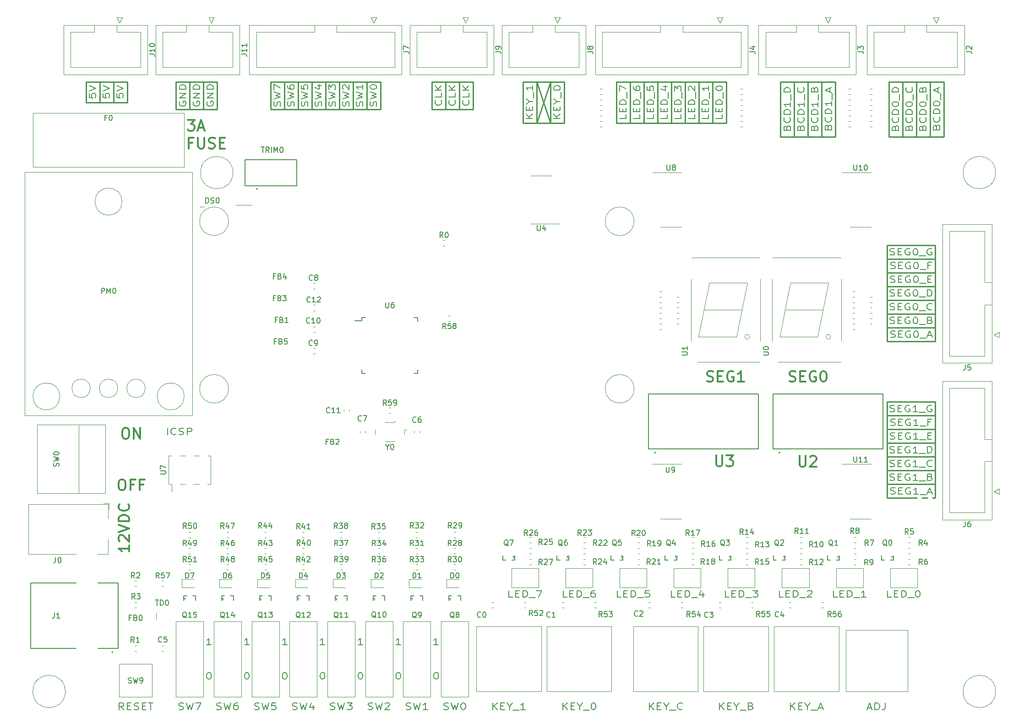
<source format=gto>
G04 #@! TF.GenerationSoftware,KiCad,Pcbnew,(5.1.6)-1*
G04 #@! TF.CreationDate,2021-05-11T15:44:14+07:00*
G04 #@! TF.ProjectId,digitalSystemBoard,64696769-7461-46c5-9379-7374656d426f,rev?*
G04 #@! TF.SameCoordinates,Original*
G04 #@! TF.FileFunction,Legend,Top*
G04 #@! TF.FilePolarity,Positive*
%FSLAX46Y46*%
G04 Gerber Fmt 4.6, Leading zero omitted, Abs format (unit mm)*
G04 Created by KiCad (PCBNEW (5.1.6)-1) date 2021-05-11 15:44:14*
%MOMM*%
%LPD*%
G01*
G04 APERTURE LIST*
%ADD10C,0.300000*%
%ADD11C,0.120000*%
%ADD12C,0.200000*%
%ADD13C,0.250000*%
%ADD14C,0.127000*%
%ADD15C,0.152400*%
%ADD16C,0.150000*%
%ADD17C,0.010000*%
%ADD18C,3.102000*%
%ADD19C,3.602000*%
%ADD20C,0.852000*%
%ADD21C,1.350000*%
%ADD22R,1.350000X1.350000*%
%ADD23R,2.102000X3.102000*%
%ADD24C,2.102000*%
%ADD25O,2.602000X2.352000*%
%ADD26R,1.402000X1.202000*%
%ADD27R,1.602000X1.602000*%
%ADD28R,0.559200X1.219600*%
%ADD29C,5.102000*%
%ADD30O,1.902000X2.702000*%
%ADD31R,1.902000X2.702000*%
%ADD32R,1.626000X2.626000*%
%ADD33O,1.626000X2.626000*%
%ADD34C,1.802000*%
%ADD35C,1.499000*%
%ADD36R,1.499000X1.499000*%
%ADD37C,1.626000*%
%ADD38R,3.602000X3.602000*%
%ADD39R,1.102000X3.252000*%
%ADD40C,5.402000*%
%ADD41R,1.902000X1.302000*%
%ADD42R,0.652000X1.602000*%
%ADD43R,1.602000X0.652000*%
%ADD44R,1.510000X1.510000*%
%ADD45C,1.510000*%
%ADD46C,3.418000*%
%ADD47R,1.302000X1.572000*%
%ADD48R,1.572000X1.302000*%
G04 APERTURE END LIST*
D10*
X67976904Y-107234761D02*
X68357857Y-107234761D01*
X68548333Y-107330000D01*
X68738809Y-107520476D01*
X68834047Y-107901428D01*
X68834047Y-108568095D01*
X68738809Y-108949047D01*
X68548333Y-109139523D01*
X68357857Y-109234761D01*
X67976904Y-109234761D01*
X67786428Y-109139523D01*
X67595952Y-108949047D01*
X67500714Y-108568095D01*
X67500714Y-107901428D01*
X67595952Y-107520476D01*
X67786428Y-107330000D01*
X67976904Y-107234761D01*
X69691190Y-109234761D02*
X69691190Y-107234761D01*
X70834047Y-109234761D01*
X70834047Y-107234761D01*
D11*
X73800000Y-141400000D02*
X73800000Y-142600000D01*
D12*
X125494571Y-152504857D02*
X125637428Y-152504857D01*
X125780285Y-152562000D01*
X125851714Y-152619142D01*
X125923142Y-152733428D01*
X125994571Y-152962000D01*
X125994571Y-153247714D01*
X125923142Y-153476285D01*
X125851714Y-153590571D01*
X125780285Y-153647714D01*
X125637428Y-153704857D01*
X125494571Y-153704857D01*
X125351714Y-153647714D01*
X125280285Y-153590571D01*
X125208857Y-153476285D01*
X125137428Y-153247714D01*
X125137428Y-152962000D01*
X125208857Y-152733428D01*
X125280285Y-152619142D01*
X125351714Y-152562000D01*
X125494571Y-152504857D01*
X118494571Y-152504857D02*
X118637428Y-152504857D01*
X118780285Y-152562000D01*
X118851714Y-152619142D01*
X118923142Y-152733428D01*
X118994571Y-152962000D01*
X118994571Y-153247714D01*
X118923142Y-153476285D01*
X118851714Y-153590571D01*
X118780285Y-153647714D01*
X118637428Y-153704857D01*
X118494571Y-153704857D01*
X118351714Y-153647714D01*
X118280285Y-153590571D01*
X118208857Y-153476285D01*
X118137428Y-153247714D01*
X118137428Y-152962000D01*
X118208857Y-152733428D01*
X118280285Y-152619142D01*
X118351714Y-152562000D01*
X118494571Y-152504857D01*
X111494571Y-152504857D02*
X111637428Y-152504857D01*
X111780285Y-152562000D01*
X111851714Y-152619142D01*
X111923142Y-152733428D01*
X111994571Y-152962000D01*
X111994571Y-153247714D01*
X111923142Y-153476285D01*
X111851714Y-153590571D01*
X111780285Y-153647714D01*
X111637428Y-153704857D01*
X111494571Y-153704857D01*
X111351714Y-153647714D01*
X111280285Y-153590571D01*
X111208857Y-153476285D01*
X111137428Y-153247714D01*
X111137428Y-152962000D01*
X111208857Y-152733428D01*
X111280285Y-152619142D01*
X111351714Y-152562000D01*
X111494571Y-152504857D01*
X104494571Y-152504857D02*
X104637428Y-152504857D01*
X104780285Y-152562000D01*
X104851714Y-152619142D01*
X104923142Y-152733428D01*
X104994571Y-152962000D01*
X104994571Y-153247714D01*
X104923142Y-153476285D01*
X104851714Y-153590571D01*
X104780285Y-153647714D01*
X104637428Y-153704857D01*
X104494571Y-153704857D01*
X104351714Y-153647714D01*
X104280285Y-153590571D01*
X104208857Y-153476285D01*
X104137428Y-153247714D01*
X104137428Y-152962000D01*
X104208857Y-152733428D01*
X104280285Y-152619142D01*
X104351714Y-152562000D01*
X104494571Y-152504857D01*
X97494571Y-152504857D02*
X97637428Y-152504857D01*
X97780285Y-152562000D01*
X97851714Y-152619142D01*
X97923142Y-152733428D01*
X97994571Y-152962000D01*
X97994571Y-153247714D01*
X97923142Y-153476285D01*
X97851714Y-153590571D01*
X97780285Y-153647714D01*
X97637428Y-153704857D01*
X97494571Y-153704857D01*
X97351714Y-153647714D01*
X97280285Y-153590571D01*
X97208857Y-153476285D01*
X97137428Y-153247714D01*
X97137428Y-152962000D01*
X97208857Y-152733428D01*
X97280285Y-152619142D01*
X97351714Y-152562000D01*
X97494571Y-152504857D01*
X90494571Y-152504857D02*
X90637428Y-152504857D01*
X90780285Y-152562000D01*
X90851714Y-152619142D01*
X90923142Y-152733428D01*
X90994571Y-152962000D01*
X90994571Y-153247714D01*
X90923142Y-153476285D01*
X90851714Y-153590571D01*
X90780285Y-153647714D01*
X90637428Y-153704857D01*
X90494571Y-153704857D01*
X90351714Y-153647714D01*
X90280285Y-153590571D01*
X90208857Y-153476285D01*
X90137428Y-153247714D01*
X90137428Y-152962000D01*
X90208857Y-152733428D01*
X90280285Y-152619142D01*
X90351714Y-152562000D01*
X90494571Y-152504857D01*
X125994571Y-147354857D02*
X125137428Y-147354857D01*
X125566000Y-147354857D02*
X125566000Y-146154857D01*
X125423142Y-146326285D01*
X125280285Y-146440571D01*
X125137428Y-146497714D01*
X118994571Y-147354857D02*
X118137428Y-147354857D01*
X118566000Y-147354857D02*
X118566000Y-146154857D01*
X118423142Y-146326285D01*
X118280285Y-146440571D01*
X118137428Y-146497714D01*
X111994571Y-147354857D02*
X111137428Y-147354857D01*
X111566000Y-147354857D02*
X111566000Y-146154857D01*
X111423142Y-146326285D01*
X111280285Y-146440571D01*
X111137428Y-146497714D01*
X104994571Y-147354857D02*
X104137428Y-147354857D01*
X104566000Y-147354857D02*
X104566000Y-146154857D01*
X104423142Y-146326285D01*
X104280285Y-146440571D01*
X104137428Y-146497714D01*
X97994571Y-147354857D02*
X97137428Y-147354857D01*
X97566000Y-147354857D02*
X97566000Y-146154857D01*
X97423142Y-146326285D01*
X97280285Y-146440571D01*
X97137428Y-146497714D01*
X90994571Y-147354857D02*
X90137428Y-147354857D01*
X90566000Y-147354857D02*
X90566000Y-146154857D01*
X90423142Y-146326285D01*
X90280285Y-146440571D01*
X90137428Y-146497714D01*
X83494571Y-152504857D02*
X83637428Y-152504857D01*
X83780285Y-152562000D01*
X83851714Y-152619142D01*
X83923142Y-152733428D01*
X83994571Y-152962000D01*
X83994571Y-153247714D01*
X83923142Y-153476285D01*
X83851714Y-153590571D01*
X83780285Y-153647714D01*
X83637428Y-153704857D01*
X83494571Y-153704857D01*
X83351714Y-153647714D01*
X83280285Y-153590571D01*
X83208857Y-153476285D01*
X83137428Y-153247714D01*
X83137428Y-152962000D01*
X83208857Y-152733428D01*
X83280285Y-152619142D01*
X83351714Y-152562000D01*
X83494571Y-152504857D01*
X83994571Y-147354857D02*
X83137428Y-147354857D01*
X83566000Y-147354857D02*
X83566000Y-146154857D01*
X83423142Y-146326285D01*
X83280285Y-146440571D01*
X83137428Y-146497714D01*
D10*
X79640714Y-50244761D02*
X80878809Y-50244761D01*
X80212142Y-51006666D01*
X80497857Y-51006666D01*
X80688333Y-51101904D01*
X80783571Y-51197142D01*
X80878809Y-51387619D01*
X80878809Y-51863809D01*
X80783571Y-52054285D01*
X80688333Y-52149523D01*
X80497857Y-52244761D01*
X79926428Y-52244761D01*
X79735952Y-52149523D01*
X79640714Y-52054285D01*
X81640714Y-51673333D02*
X82593095Y-51673333D01*
X81450238Y-52244761D02*
X82116904Y-50244761D01*
X82783571Y-52244761D01*
X80497857Y-54497142D02*
X79831190Y-54497142D01*
X79831190Y-55544761D02*
X79831190Y-53544761D01*
X80783571Y-53544761D01*
X81545476Y-53544761D02*
X81545476Y-55163809D01*
X81640714Y-55354285D01*
X81735952Y-55449523D01*
X81926428Y-55544761D01*
X82307380Y-55544761D01*
X82497857Y-55449523D01*
X82593095Y-55354285D01*
X82688333Y-55163809D01*
X82688333Y-53544761D01*
X83545476Y-55449523D02*
X83831190Y-55544761D01*
X84307380Y-55544761D01*
X84497857Y-55449523D01*
X84593095Y-55354285D01*
X84688333Y-55163809D01*
X84688333Y-54973333D01*
X84593095Y-54782857D01*
X84497857Y-54687619D01*
X84307380Y-54592380D01*
X83926428Y-54497142D01*
X83735952Y-54401904D01*
X83640714Y-54306666D01*
X83545476Y-54116190D01*
X83545476Y-53925714D01*
X83640714Y-53735238D01*
X83735952Y-53640000D01*
X83926428Y-53544761D01*
X84402619Y-53544761D01*
X84688333Y-53640000D01*
X85545476Y-54497142D02*
X86212142Y-54497142D01*
X86497857Y-55544761D02*
X85545476Y-55544761D01*
X85545476Y-53544761D01*
X86497857Y-53544761D01*
X67310238Y-116759761D02*
X67691190Y-116759761D01*
X67881666Y-116855000D01*
X68072142Y-117045476D01*
X68167380Y-117426428D01*
X68167380Y-118093095D01*
X68072142Y-118474047D01*
X67881666Y-118664523D01*
X67691190Y-118759761D01*
X67310238Y-118759761D01*
X67119761Y-118664523D01*
X66929285Y-118474047D01*
X66834047Y-118093095D01*
X66834047Y-117426428D01*
X66929285Y-117045476D01*
X67119761Y-116855000D01*
X67310238Y-116759761D01*
X69691190Y-117712142D02*
X69024523Y-117712142D01*
X69024523Y-118759761D02*
X69024523Y-116759761D01*
X69976904Y-116759761D01*
X71405476Y-117712142D02*
X70738809Y-117712142D01*
X70738809Y-118759761D02*
X70738809Y-116759761D01*
X71691190Y-116759761D01*
D12*
X75890714Y-108492857D02*
X75890714Y-107292857D01*
X77462142Y-108378571D02*
X77390714Y-108435714D01*
X77176428Y-108492857D01*
X77033571Y-108492857D01*
X76819285Y-108435714D01*
X76676428Y-108321428D01*
X76605000Y-108207142D01*
X76533571Y-107978571D01*
X76533571Y-107807142D01*
X76605000Y-107578571D01*
X76676428Y-107464285D01*
X76819285Y-107350000D01*
X77033571Y-107292857D01*
X77176428Y-107292857D01*
X77390714Y-107350000D01*
X77462142Y-107407142D01*
X78033571Y-108435714D02*
X78247857Y-108492857D01*
X78605000Y-108492857D01*
X78747857Y-108435714D01*
X78819285Y-108378571D01*
X78890714Y-108264285D01*
X78890714Y-108150000D01*
X78819285Y-108035714D01*
X78747857Y-107978571D01*
X78605000Y-107921428D01*
X78319285Y-107864285D01*
X78176428Y-107807142D01*
X78105000Y-107750000D01*
X78033571Y-107635714D01*
X78033571Y-107521428D01*
X78105000Y-107407142D01*
X78176428Y-107350000D01*
X78319285Y-107292857D01*
X78676428Y-107292857D01*
X78890714Y-107350000D01*
X79533571Y-108492857D02*
X79533571Y-107292857D01*
X80105000Y-107292857D01*
X80247857Y-107350000D01*
X80319285Y-107407142D01*
X80390714Y-107521428D01*
X80390714Y-107692857D01*
X80319285Y-107807142D01*
X80247857Y-107864285D01*
X80105000Y-107921428D01*
X79533571Y-107921428D01*
D10*
X68849761Y-128968095D02*
X68849761Y-130110952D01*
X68849761Y-129539523D02*
X66849761Y-129539523D01*
X67135476Y-129730000D01*
X67325952Y-129920476D01*
X67421190Y-130110952D01*
X67040238Y-128206190D02*
X66945000Y-128110952D01*
X66849761Y-127920476D01*
X66849761Y-127444285D01*
X66945000Y-127253809D01*
X67040238Y-127158571D01*
X67230714Y-127063333D01*
X67421190Y-127063333D01*
X67706904Y-127158571D01*
X68849761Y-128301428D01*
X68849761Y-127063333D01*
X66849761Y-126491904D02*
X68849761Y-125825238D01*
X66849761Y-125158571D01*
X68849761Y-124491904D02*
X66849761Y-124491904D01*
X66849761Y-124015714D01*
X66945000Y-123730000D01*
X67135476Y-123539523D01*
X67325952Y-123444285D01*
X67706904Y-123349047D01*
X67992619Y-123349047D01*
X68373571Y-123444285D01*
X68564047Y-123539523D01*
X68754523Y-123730000D01*
X68849761Y-124015714D01*
X68849761Y-124491904D01*
X68659285Y-121349047D02*
X68754523Y-121444285D01*
X68849761Y-121730000D01*
X68849761Y-121920476D01*
X68754523Y-122206190D01*
X68564047Y-122396666D01*
X68373571Y-122491904D01*
X67992619Y-122587142D01*
X67706904Y-122587142D01*
X67325952Y-122491904D01*
X67135476Y-122396666D01*
X66945000Y-122206190D01*
X66849761Y-121920476D01*
X66849761Y-121730000D01*
X66945000Y-121444285D01*
X67040238Y-121349047D01*
D13*
X217805000Y-86125000D02*
X217805000Y-83585000D01*
X208915000Y-81045000D02*
X217805000Y-81045000D01*
X208915000Y-88665000D02*
X208915000Y-91205000D01*
X217805000Y-88665000D02*
X217805000Y-86125000D01*
X208915000Y-83585000D02*
X208915000Y-86125000D01*
X208915000Y-78505000D02*
X208915000Y-81045000D01*
X217805000Y-81045000D02*
X217805000Y-78505000D01*
X217805000Y-78505000D02*
X217805000Y-75965000D01*
X208915000Y-83585000D02*
X217805000Y-83585000D01*
X208915000Y-78505000D02*
X217805000Y-78505000D01*
X208915000Y-88665000D02*
X217805000Y-88665000D01*
X208915000Y-81045000D02*
X208915000Y-83585000D01*
X217805000Y-91205000D02*
X217805000Y-88665000D01*
X208915000Y-75965000D02*
X217805000Y-75965000D01*
X208915000Y-86125000D02*
X208915000Y-88665000D01*
X208915000Y-86125000D02*
X217805000Y-86125000D01*
X208915000Y-75965000D02*
X208915000Y-78505000D01*
X217805000Y-83585000D02*
X217805000Y-81045000D01*
X208915000Y-91205000D02*
X217805000Y-91205000D01*
D12*
X209467142Y-87880714D02*
X209681428Y-87937857D01*
X210038571Y-87937857D01*
X210181428Y-87880714D01*
X210252857Y-87823571D01*
X210324285Y-87709285D01*
X210324285Y-87595000D01*
X210252857Y-87480714D01*
X210181428Y-87423571D01*
X210038571Y-87366428D01*
X209752857Y-87309285D01*
X209610000Y-87252142D01*
X209538571Y-87195000D01*
X209467142Y-87080714D01*
X209467142Y-86966428D01*
X209538571Y-86852142D01*
X209610000Y-86795000D01*
X209752857Y-86737857D01*
X210110000Y-86737857D01*
X210324285Y-86795000D01*
X210967142Y-87309285D02*
X211467142Y-87309285D01*
X211681428Y-87937857D02*
X210967142Y-87937857D01*
X210967142Y-86737857D01*
X211681428Y-86737857D01*
X213110000Y-86795000D02*
X212967142Y-86737857D01*
X212752857Y-86737857D01*
X212538571Y-86795000D01*
X212395714Y-86909285D01*
X212324285Y-87023571D01*
X212252857Y-87252142D01*
X212252857Y-87423571D01*
X212324285Y-87652142D01*
X212395714Y-87766428D01*
X212538571Y-87880714D01*
X212752857Y-87937857D01*
X212895714Y-87937857D01*
X213110000Y-87880714D01*
X213181428Y-87823571D01*
X213181428Y-87423571D01*
X212895714Y-87423571D01*
X214110000Y-86737857D02*
X214252857Y-86737857D01*
X214395714Y-86795000D01*
X214467142Y-86852142D01*
X214538571Y-86966428D01*
X214610000Y-87195000D01*
X214610000Y-87480714D01*
X214538571Y-87709285D01*
X214467142Y-87823571D01*
X214395714Y-87880714D01*
X214252857Y-87937857D01*
X214110000Y-87937857D01*
X213967142Y-87880714D01*
X213895714Y-87823571D01*
X213824285Y-87709285D01*
X213752857Y-87480714D01*
X213752857Y-87195000D01*
X213824285Y-86966428D01*
X213895714Y-86852142D01*
X213967142Y-86795000D01*
X214110000Y-86737857D01*
X214895714Y-88052142D02*
X216038571Y-88052142D01*
X216895714Y-87309285D02*
X217110000Y-87366428D01*
X217181428Y-87423571D01*
X217252857Y-87537857D01*
X217252857Y-87709285D01*
X217181428Y-87823571D01*
X217110000Y-87880714D01*
X216967142Y-87937857D01*
X216395714Y-87937857D01*
X216395714Y-86737857D01*
X216895714Y-86737857D01*
X217038571Y-86795000D01*
X217110000Y-86852142D01*
X217181428Y-86966428D01*
X217181428Y-87080714D01*
X217110000Y-87195000D01*
X217038571Y-87252142D01*
X216895714Y-87309285D01*
X216395714Y-87309285D01*
X209574285Y-90420714D02*
X209788571Y-90477857D01*
X210145714Y-90477857D01*
X210288571Y-90420714D01*
X210360000Y-90363571D01*
X210431428Y-90249285D01*
X210431428Y-90135000D01*
X210360000Y-90020714D01*
X210288571Y-89963571D01*
X210145714Y-89906428D01*
X209860000Y-89849285D01*
X209717142Y-89792142D01*
X209645714Y-89735000D01*
X209574285Y-89620714D01*
X209574285Y-89506428D01*
X209645714Y-89392142D01*
X209717142Y-89335000D01*
X209860000Y-89277857D01*
X210217142Y-89277857D01*
X210431428Y-89335000D01*
X211074285Y-89849285D02*
X211574285Y-89849285D01*
X211788571Y-90477857D02*
X211074285Y-90477857D01*
X211074285Y-89277857D01*
X211788571Y-89277857D01*
X213217142Y-89335000D02*
X213074285Y-89277857D01*
X212860000Y-89277857D01*
X212645714Y-89335000D01*
X212502857Y-89449285D01*
X212431428Y-89563571D01*
X212360000Y-89792142D01*
X212360000Y-89963571D01*
X212431428Y-90192142D01*
X212502857Y-90306428D01*
X212645714Y-90420714D01*
X212860000Y-90477857D01*
X213002857Y-90477857D01*
X213217142Y-90420714D01*
X213288571Y-90363571D01*
X213288571Y-89963571D01*
X213002857Y-89963571D01*
X214217142Y-89277857D02*
X214360000Y-89277857D01*
X214502857Y-89335000D01*
X214574285Y-89392142D01*
X214645714Y-89506428D01*
X214717142Y-89735000D01*
X214717142Y-90020714D01*
X214645714Y-90249285D01*
X214574285Y-90363571D01*
X214502857Y-90420714D01*
X214360000Y-90477857D01*
X214217142Y-90477857D01*
X214074285Y-90420714D01*
X214002857Y-90363571D01*
X213931428Y-90249285D01*
X213860000Y-90020714D01*
X213860000Y-89735000D01*
X213931428Y-89506428D01*
X214002857Y-89392142D01*
X214074285Y-89335000D01*
X214217142Y-89277857D01*
X215002857Y-90592142D02*
X216145714Y-90592142D01*
X216431428Y-90135000D02*
X217145714Y-90135000D01*
X216288571Y-90477857D02*
X216788571Y-89277857D01*
X217288571Y-90477857D01*
X209467142Y-82800714D02*
X209681428Y-82857857D01*
X210038571Y-82857857D01*
X210181428Y-82800714D01*
X210252857Y-82743571D01*
X210324285Y-82629285D01*
X210324285Y-82515000D01*
X210252857Y-82400714D01*
X210181428Y-82343571D01*
X210038571Y-82286428D01*
X209752857Y-82229285D01*
X209610000Y-82172142D01*
X209538571Y-82115000D01*
X209467142Y-82000714D01*
X209467142Y-81886428D01*
X209538571Y-81772142D01*
X209610000Y-81715000D01*
X209752857Y-81657857D01*
X210110000Y-81657857D01*
X210324285Y-81715000D01*
X210967142Y-82229285D02*
X211467142Y-82229285D01*
X211681428Y-82857857D02*
X210967142Y-82857857D01*
X210967142Y-81657857D01*
X211681428Y-81657857D01*
X213110000Y-81715000D02*
X212967142Y-81657857D01*
X212752857Y-81657857D01*
X212538571Y-81715000D01*
X212395714Y-81829285D01*
X212324285Y-81943571D01*
X212252857Y-82172142D01*
X212252857Y-82343571D01*
X212324285Y-82572142D01*
X212395714Y-82686428D01*
X212538571Y-82800714D01*
X212752857Y-82857857D01*
X212895714Y-82857857D01*
X213110000Y-82800714D01*
X213181428Y-82743571D01*
X213181428Y-82343571D01*
X212895714Y-82343571D01*
X214110000Y-81657857D02*
X214252857Y-81657857D01*
X214395714Y-81715000D01*
X214467142Y-81772142D01*
X214538571Y-81886428D01*
X214610000Y-82115000D01*
X214610000Y-82400714D01*
X214538571Y-82629285D01*
X214467142Y-82743571D01*
X214395714Y-82800714D01*
X214252857Y-82857857D01*
X214110000Y-82857857D01*
X213967142Y-82800714D01*
X213895714Y-82743571D01*
X213824285Y-82629285D01*
X213752857Y-82400714D01*
X213752857Y-82115000D01*
X213824285Y-81886428D01*
X213895714Y-81772142D01*
X213967142Y-81715000D01*
X214110000Y-81657857D01*
X214895714Y-82972142D02*
X216038571Y-82972142D01*
X216395714Y-82857857D02*
X216395714Y-81657857D01*
X216752857Y-81657857D01*
X216967142Y-81715000D01*
X217110000Y-81829285D01*
X217181428Y-81943571D01*
X217252857Y-82172142D01*
X217252857Y-82343571D01*
X217181428Y-82572142D01*
X217110000Y-82686428D01*
X216967142Y-82800714D01*
X216752857Y-82857857D01*
X216395714Y-82857857D01*
X209574285Y-77720714D02*
X209788571Y-77777857D01*
X210145714Y-77777857D01*
X210288571Y-77720714D01*
X210360000Y-77663571D01*
X210431428Y-77549285D01*
X210431428Y-77435000D01*
X210360000Y-77320714D01*
X210288571Y-77263571D01*
X210145714Y-77206428D01*
X209860000Y-77149285D01*
X209717142Y-77092142D01*
X209645714Y-77035000D01*
X209574285Y-76920714D01*
X209574285Y-76806428D01*
X209645714Y-76692142D01*
X209717142Y-76635000D01*
X209860000Y-76577857D01*
X210217142Y-76577857D01*
X210431428Y-76635000D01*
X211074285Y-77149285D02*
X211574285Y-77149285D01*
X211788571Y-77777857D02*
X211074285Y-77777857D01*
X211074285Y-76577857D01*
X211788571Y-76577857D01*
X213217142Y-76635000D02*
X213074285Y-76577857D01*
X212860000Y-76577857D01*
X212645714Y-76635000D01*
X212502857Y-76749285D01*
X212431428Y-76863571D01*
X212360000Y-77092142D01*
X212360000Y-77263571D01*
X212431428Y-77492142D01*
X212502857Y-77606428D01*
X212645714Y-77720714D01*
X212860000Y-77777857D01*
X213002857Y-77777857D01*
X213217142Y-77720714D01*
X213288571Y-77663571D01*
X213288571Y-77263571D01*
X213002857Y-77263571D01*
X214217142Y-76577857D02*
X214360000Y-76577857D01*
X214502857Y-76635000D01*
X214574285Y-76692142D01*
X214645714Y-76806428D01*
X214717142Y-77035000D01*
X214717142Y-77320714D01*
X214645714Y-77549285D01*
X214574285Y-77663571D01*
X214502857Y-77720714D01*
X214360000Y-77777857D01*
X214217142Y-77777857D01*
X214074285Y-77720714D01*
X214002857Y-77663571D01*
X213931428Y-77549285D01*
X213860000Y-77320714D01*
X213860000Y-77035000D01*
X213931428Y-76806428D01*
X214002857Y-76692142D01*
X214074285Y-76635000D01*
X214217142Y-76577857D01*
X215002857Y-77892142D02*
X216145714Y-77892142D01*
X217002857Y-77149285D02*
X216502857Y-77149285D01*
X216502857Y-77777857D02*
X216502857Y-76577857D01*
X217217142Y-76577857D01*
X209538571Y-80260714D02*
X209752857Y-80317857D01*
X210110000Y-80317857D01*
X210252857Y-80260714D01*
X210324285Y-80203571D01*
X210395714Y-80089285D01*
X210395714Y-79975000D01*
X210324285Y-79860714D01*
X210252857Y-79803571D01*
X210110000Y-79746428D01*
X209824285Y-79689285D01*
X209681428Y-79632142D01*
X209610000Y-79575000D01*
X209538571Y-79460714D01*
X209538571Y-79346428D01*
X209610000Y-79232142D01*
X209681428Y-79175000D01*
X209824285Y-79117857D01*
X210181428Y-79117857D01*
X210395714Y-79175000D01*
X211038571Y-79689285D02*
X211538571Y-79689285D01*
X211752857Y-80317857D02*
X211038571Y-80317857D01*
X211038571Y-79117857D01*
X211752857Y-79117857D01*
X213181428Y-79175000D02*
X213038571Y-79117857D01*
X212824285Y-79117857D01*
X212610000Y-79175000D01*
X212467142Y-79289285D01*
X212395714Y-79403571D01*
X212324285Y-79632142D01*
X212324285Y-79803571D01*
X212395714Y-80032142D01*
X212467142Y-80146428D01*
X212610000Y-80260714D01*
X212824285Y-80317857D01*
X212967142Y-80317857D01*
X213181428Y-80260714D01*
X213252857Y-80203571D01*
X213252857Y-79803571D01*
X212967142Y-79803571D01*
X214181428Y-79117857D02*
X214324285Y-79117857D01*
X214467142Y-79175000D01*
X214538571Y-79232142D01*
X214610000Y-79346428D01*
X214681428Y-79575000D01*
X214681428Y-79860714D01*
X214610000Y-80089285D01*
X214538571Y-80203571D01*
X214467142Y-80260714D01*
X214324285Y-80317857D01*
X214181428Y-80317857D01*
X214038571Y-80260714D01*
X213967142Y-80203571D01*
X213895714Y-80089285D01*
X213824285Y-79860714D01*
X213824285Y-79575000D01*
X213895714Y-79346428D01*
X213967142Y-79232142D01*
X214038571Y-79175000D01*
X214181428Y-79117857D01*
X214967142Y-80432142D02*
X216110000Y-80432142D01*
X216467142Y-79689285D02*
X216967142Y-79689285D01*
X217181428Y-80317857D02*
X216467142Y-80317857D01*
X216467142Y-79117857D01*
X217181428Y-79117857D01*
X209467142Y-75180714D02*
X209681428Y-75237857D01*
X210038571Y-75237857D01*
X210181428Y-75180714D01*
X210252857Y-75123571D01*
X210324285Y-75009285D01*
X210324285Y-74895000D01*
X210252857Y-74780714D01*
X210181428Y-74723571D01*
X210038571Y-74666428D01*
X209752857Y-74609285D01*
X209610000Y-74552142D01*
X209538571Y-74495000D01*
X209467142Y-74380714D01*
X209467142Y-74266428D01*
X209538571Y-74152142D01*
X209610000Y-74095000D01*
X209752857Y-74037857D01*
X210110000Y-74037857D01*
X210324285Y-74095000D01*
X210967142Y-74609285D02*
X211467142Y-74609285D01*
X211681428Y-75237857D02*
X210967142Y-75237857D01*
X210967142Y-74037857D01*
X211681428Y-74037857D01*
X213110000Y-74095000D02*
X212967142Y-74037857D01*
X212752857Y-74037857D01*
X212538571Y-74095000D01*
X212395714Y-74209285D01*
X212324285Y-74323571D01*
X212252857Y-74552142D01*
X212252857Y-74723571D01*
X212324285Y-74952142D01*
X212395714Y-75066428D01*
X212538571Y-75180714D01*
X212752857Y-75237857D01*
X212895714Y-75237857D01*
X213110000Y-75180714D01*
X213181428Y-75123571D01*
X213181428Y-74723571D01*
X212895714Y-74723571D01*
X214110000Y-74037857D02*
X214252857Y-74037857D01*
X214395714Y-74095000D01*
X214467142Y-74152142D01*
X214538571Y-74266428D01*
X214610000Y-74495000D01*
X214610000Y-74780714D01*
X214538571Y-75009285D01*
X214467142Y-75123571D01*
X214395714Y-75180714D01*
X214252857Y-75237857D01*
X214110000Y-75237857D01*
X213967142Y-75180714D01*
X213895714Y-75123571D01*
X213824285Y-75009285D01*
X213752857Y-74780714D01*
X213752857Y-74495000D01*
X213824285Y-74266428D01*
X213895714Y-74152142D01*
X213967142Y-74095000D01*
X214110000Y-74037857D01*
X214895714Y-75352142D02*
X216038571Y-75352142D01*
X217181428Y-74095000D02*
X217038571Y-74037857D01*
X216824285Y-74037857D01*
X216610000Y-74095000D01*
X216467142Y-74209285D01*
X216395714Y-74323571D01*
X216324285Y-74552142D01*
X216324285Y-74723571D01*
X216395714Y-74952142D01*
X216467142Y-75066428D01*
X216610000Y-75180714D01*
X216824285Y-75237857D01*
X216967142Y-75237857D01*
X217181428Y-75180714D01*
X217252857Y-75123571D01*
X217252857Y-74723571D01*
X216967142Y-74723571D01*
X209467142Y-85340714D02*
X209681428Y-85397857D01*
X210038571Y-85397857D01*
X210181428Y-85340714D01*
X210252857Y-85283571D01*
X210324285Y-85169285D01*
X210324285Y-85055000D01*
X210252857Y-84940714D01*
X210181428Y-84883571D01*
X210038571Y-84826428D01*
X209752857Y-84769285D01*
X209610000Y-84712142D01*
X209538571Y-84655000D01*
X209467142Y-84540714D01*
X209467142Y-84426428D01*
X209538571Y-84312142D01*
X209610000Y-84255000D01*
X209752857Y-84197857D01*
X210110000Y-84197857D01*
X210324285Y-84255000D01*
X210967142Y-84769285D02*
X211467142Y-84769285D01*
X211681428Y-85397857D02*
X210967142Y-85397857D01*
X210967142Y-84197857D01*
X211681428Y-84197857D01*
X213110000Y-84255000D02*
X212967142Y-84197857D01*
X212752857Y-84197857D01*
X212538571Y-84255000D01*
X212395714Y-84369285D01*
X212324285Y-84483571D01*
X212252857Y-84712142D01*
X212252857Y-84883571D01*
X212324285Y-85112142D01*
X212395714Y-85226428D01*
X212538571Y-85340714D01*
X212752857Y-85397857D01*
X212895714Y-85397857D01*
X213110000Y-85340714D01*
X213181428Y-85283571D01*
X213181428Y-84883571D01*
X212895714Y-84883571D01*
X214110000Y-84197857D02*
X214252857Y-84197857D01*
X214395714Y-84255000D01*
X214467142Y-84312142D01*
X214538571Y-84426428D01*
X214610000Y-84655000D01*
X214610000Y-84940714D01*
X214538571Y-85169285D01*
X214467142Y-85283571D01*
X214395714Y-85340714D01*
X214252857Y-85397857D01*
X214110000Y-85397857D01*
X213967142Y-85340714D01*
X213895714Y-85283571D01*
X213824285Y-85169285D01*
X213752857Y-84940714D01*
X213752857Y-84655000D01*
X213824285Y-84426428D01*
X213895714Y-84312142D01*
X213967142Y-84255000D01*
X214110000Y-84197857D01*
X214895714Y-85512142D02*
X216038571Y-85512142D01*
X217252857Y-85283571D02*
X217181428Y-85340714D01*
X216967142Y-85397857D01*
X216824285Y-85397857D01*
X216610000Y-85340714D01*
X216467142Y-85226428D01*
X216395714Y-85112142D01*
X216324285Y-84883571D01*
X216324285Y-84712142D01*
X216395714Y-84483571D01*
X216467142Y-84369285D01*
X216610000Y-84255000D01*
X216824285Y-84197857D01*
X216967142Y-84197857D01*
X217181428Y-84255000D01*
X217252857Y-84312142D01*
D13*
X208915000Y-73425000D02*
X208915000Y-75965000D01*
X217805000Y-75965000D02*
X217805000Y-73425000D01*
X208915000Y-73425000D02*
X217805000Y-73425000D01*
X208915000Y-120215000D02*
X217805000Y-120215000D01*
D12*
X209574285Y-119430714D02*
X209788571Y-119487857D01*
X210145714Y-119487857D01*
X210288571Y-119430714D01*
X210360000Y-119373571D01*
X210431428Y-119259285D01*
X210431428Y-119145000D01*
X210360000Y-119030714D01*
X210288571Y-118973571D01*
X210145714Y-118916428D01*
X209860000Y-118859285D01*
X209717142Y-118802142D01*
X209645714Y-118745000D01*
X209574285Y-118630714D01*
X209574285Y-118516428D01*
X209645714Y-118402142D01*
X209717142Y-118345000D01*
X209860000Y-118287857D01*
X210217142Y-118287857D01*
X210431428Y-118345000D01*
X211074285Y-118859285D02*
X211574285Y-118859285D01*
X211788571Y-119487857D02*
X211074285Y-119487857D01*
X211074285Y-118287857D01*
X211788571Y-118287857D01*
X213217142Y-118345000D02*
X213074285Y-118287857D01*
X212860000Y-118287857D01*
X212645714Y-118345000D01*
X212502857Y-118459285D01*
X212431428Y-118573571D01*
X212360000Y-118802142D01*
X212360000Y-118973571D01*
X212431428Y-119202142D01*
X212502857Y-119316428D01*
X212645714Y-119430714D01*
X212860000Y-119487857D01*
X213002857Y-119487857D01*
X213217142Y-119430714D01*
X213288571Y-119373571D01*
X213288571Y-118973571D01*
X213002857Y-118973571D01*
X214717142Y-119487857D02*
X213860000Y-119487857D01*
X214288571Y-119487857D02*
X214288571Y-118287857D01*
X214145714Y-118459285D01*
X214002857Y-118573571D01*
X213860000Y-118630714D01*
X215002857Y-119602142D02*
X216145714Y-119602142D01*
X216431428Y-119145000D02*
X217145714Y-119145000D01*
X216288571Y-119487857D02*
X216788571Y-118287857D01*
X217288571Y-119487857D01*
X209467142Y-116890714D02*
X209681428Y-116947857D01*
X210038571Y-116947857D01*
X210181428Y-116890714D01*
X210252857Y-116833571D01*
X210324285Y-116719285D01*
X210324285Y-116605000D01*
X210252857Y-116490714D01*
X210181428Y-116433571D01*
X210038571Y-116376428D01*
X209752857Y-116319285D01*
X209610000Y-116262142D01*
X209538571Y-116205000D01*
X209467142Y-116090714D01*
X209467142Y-115976428D01*
X209538571Y-115862142D01*
X209610000Y-115805000D01*
X209752857Y-115747857D01*
X210110000Y-115747857D01*
X210324285Y-115805000D01*
X210967142Y-116319285D02*
X211467142Y-116319285D01*
X211681428Y-116947857D02*
X210967142Y-116947857D01*
X210967142Y-115747857D01*
X211681428Y-115747857D01*
X213110000Y-115805000D02*
X212967142Y-115747857D01*
X212752857Y-115747857D01*
X212538571Y-115805000D01*
X212395714Y-115919285D01*
X212324285Y-116033571D01*
X212252857Y-116262142D01*
X212252857Y-116433571D01*
X212324285Y-116662142D01*
X212395714Y-116776428D01*
X212538571Y-116890714D01*
X212752857Y-116947857D01*
X212895714Y-116947857D01*
X213110000Y-116890714D01*
X213181428Y-116833571D01*
X213181428Y-116433571D01*
X212895714Y-116433571D01*
X214610000Y-116947857D02*
X213752857Y-116947857D01*
X214181428Y-116947857D02*
X214181428Y-115747857D01*
X214038571Y-115919285D01*
X213895714Y-116033571D01*
X213752857Y-116090714D01*
X214895714Y-117062142D02*
X216038571Y-117062142D01*
X216895714Y-116319285D02*
X217110000Y-116376428D01*
X217181428Y-116433571D01*
X217252857Y-116547857D01*
X217252857Y-116719285D01*
X217181428Y-116833571D01*
X217110000Y-116890714D01*
X216967142Y-116947857D01*
X216395714Y-116947857D01*
X216395714Y-115747857D01*
X216895714Y-115747857D01*
X217038571Y-115805000D01*
X217110000Y-115862142D01*
X217181428Y-115976428D01*
X217181428Y-116090714D01*
X217110000Y-116205000D01*
X217038571Y-116262142D01*
X216895714Y-116319285D01*
X216395714Y-116319285D01*
X209467142Y-114350714D02*
X209681428Y-114407857D01*
X210038571Y-114407857D01*
X210181428Y-114350714D01*
X210252857Y-114293571D01*
X210324285Y-114179285D01*
X210324285Y-114065000D01*
X210252857Y-113950714D01*
X210181428Y-113893571D01*
X210038571Y-113836428D01*
X209752857Y-113779285D01*
X209610000Y-113722142D01*
X209538571Y-113665000D01*
X209467142Y-113550714D01*
X209467142Y-113436428D01*
X209538571Y-113322142D01*
X209610000Y-113265000D01*
X209752857Y-113207857D01*
X210110000Y-113207857D01*
X210324285Y-113265000D01*
X210967142Y-113779285D02*
X211467142Y-113779285D01*
X211681428Y-114407857D02*
X210967142Y-114407857D01*
X210967142Y-113207857D01*
X211681428Y-113207857D01*
X213110000Y-113265000D02*
X212967142Y-113207857D01*
X212752857Y-113207857D01*
X212538571Y-113265000D01*
X212395714Y-113379285D01*
X212324285Y-113493571D01*
X212252857Y-113722142D01*
X212252857Y-113893571D01*
X212324285Y-114122142D01*
X212395714Y-114236428D01*
X212538571Y-114350714D01*
X212752857Y-114407857D01*
X212895714Y-114407857D01*
X213110000Y-114350714D01*
X213181428Y-114293571D01*
X213181428Y-113893571D01*
X212895714Y-113893571D01*
X214610000Y-114407857D02*
X213752857Y-114407857D01*
X214181428Y-114407857D02*
X214181428Y-113207857D01*
X214038571Y-113379285D01*
X213895714Y-113493571D01*
X213752857Y-113550714D01*
X214895714Y-114522142D02*
X216038571Y-114522142D01*
X217252857Y-114293571D02*
X217181428Y-114350714D01*
X216967142Y-114407857D01*
X216824285Y-114407857D01*
X216610000Y-114350714D01*
X216467142Y-114236428D01*
X216395714Y-114122142D01*
X216324285Y-113893571D01*
X216324285Y-113722142D01*
X216395714Y-113493571D01*
X216467142Y-113379285D01*
X216610000Y-113265000D01*
X216824285Y-113207857D01*
X216967142Y-113207857D01*
X217181428Y-113265000D01*
X217252857Y-113322142D01*
X209467142Y-111810714D02*
X209681428Y-111867857D01*
X210038571Y-111867857D01*
X210181428Y-111810714D01*
X210252857Y-111753571D01*
X210324285Y-111639285D01*
X210324285Y-111525000D01*
X210252857Y-111410714D01*
X210181428Y-111353571D01*
X210038571Y-111296428D01*
X209752857Y-111239285D01*
X209610000Y-111182142D01*
X209538571Y-111125000D01*
X209467142Y-111010714D01*
X209467142Y-110896428D01*
X209538571Y-110782142D01*
X209610000Y-110725000D01*
X209752857Y-110667857D01*
X210110000Y-110667857D01*
X210324285Y-110725000D01*
X210967142Y-111239285D02*
X211467142Y-111239285D01*
X211681428Y-111867857D02*
X210967142Y-111867857D01*
X210967142Y-110667857D01*
X211681428Y-110667857D01*
X213110000Y-110725000D02*
X212967142Y-110667857D01*
X212752857Y-110667857D01*
X212538571Y-110725000D01*
X212395714Y-110839285D01*
X212324285Y-110953571D01*
X212252857Y-111182142D01*
X212252857Y-111353571D01*
X212324285Y-111582142D01*
X212395714Y-111696428D01*
X212538571Y-111810714D01*
X212752857Y-111867857D01*
X212895714Y-111867857D01*
X213110000Y-111810714D01*
X213181428Y-111753571D01*
X213181428Y-111353571D01*
X212895714Y-111353571D01*
X214610000Y-111867857D02*
X213752857Y-111867857D01*
X214181428Y-111867857D02*
X214181428Y-110667857D01*
X214038571Y-110839285D01*
X213895714Y-110953571D01*
X213752857Y-111010714D01*
X214895714Y-111982142D02*
X216038571Y-111982142D01*
X216395714Y-111867857D02*
X216395714Y-110667857D01*
X216752857Y-110667857D01*
X216967142Y-110725000D01*
X217110000Y-110839285D01*
X217181428Y-110953571D01*
X217252857Y-111182142D01*
X217252857Y-111353571D01*
X217181428Y-111582142D01*
X217110000Y-111696428D01*
X216967142Y-111810714D01*
X216752857Y-111867857D01*
X216395714Y-111867857D01*
X209538571Y-109270714D02*
X209752857Y-109327857D01*
X210110000Y-109327857D01*
X210252857Y-109270714D01*
X210324285Y-109213571D01*
X210395714Y-109099285D01*
X210395714Y-108985000D01*
X210324285Y-108870714D01*
X210252857Y-108813571D01*
X210110000Y-108756428D01*
X209824285Y-108699285D01*
X209681428Y-108642142D01*
X209610000Y-108585000D01*
X209538571Y-108470714D01*
X209538571Y-108356428D01*
X209610000Y-108242142D01*
X209681428Y-108185000D01*
X209824285Y-108127857D01*
X210181428Y-108127857D01*
X210395714Y-108185000D01*
X211038571Y-108699285D02*
X211538571Y-108699285D01*
X211752857Y-109327857D02*
X211038571Y-109327857D01*
X211038571Y-108127857D01*
X211752857Y-108127857D01*
X213181428Y-108185000D02*
X213038571Y-108127857D01*
X212824285Y-108127857D01*
X212610000Y-108185000D01*
X212467142Y-108299285D01*
X212395714Y-108413571D01*
X212324285Y-108642142D01*
X212324285Y-108813571D01*
X212395714Y-109042142D01*
X212467142Y-109156428D01*
X212610000Y-109270714D01*
X212824285Y-109327857D01*
X212967142Y-109327857D01*
X213181428Y-109270714D01*
X213252857Y-109213571D01*
X213252857Y-108813571D01*
X212967142Y-108813571D01*
X214681428Y-109327857D02*
X213824285Y-109327857D01*
X214252857Y-109327857D02*
X214252857Y-108127857D01*
X214110000Y-108299285D01*
X213967142Y-108413571D01*
X213824285Y-108470714D01*
X214967142Y-109442142D02*
X216110000Y-109442142D01*
X216467142Y-108699285D02*
X216967142Y-108699285D01*
X217181428Y-109327857D02*
X216467142Y-109327857D01*
X216467142Y-108127857D01*
X217181428Y-108127857D01*
X209574285Y-106730714D02*
X209788571Y-106787857D01*
X210145714Y-106787857D01*
X210288571Y-106730714D01*
X210360000Y-106673571D01*
X210431428Y-106559285D01*
X210431428Y-106445000D01*
X210360000Y-106330714D01*
X210288571Y-106273571D01*
X210145714Y-106216428D01*
X209860000Y-106159285D01*
X209717142Y-106102142D01*
X209645714Y-106045000D01*
X209574285Y-105930714D01*
X209574285Y-105816428D01*
X209645714Y-105702142D01*
X209717142Y-105645000D01*
X209860000Y-105587857D01*
X210217142Y-105587857D01*
X210431428Y-105645000D01*
X211074285Y-106159285D02*
X211574285Y-106159285D01*
X211788571Y-106787857D02*
X211074285Y-106787857D01*
X211074285Y-105587857D01*
X211788571Y-105587857D01*
X213217142Y-105645000D02*
X213074285Y-105587857D01*
X212860000Y-105587857D01*
X212645714Y-105645000D01*
X212502857Y-105759285D01*
X212431428Y-105873571D01*
X212360000Y-106102142D01*
X212360000Y-106273571D01*
X212431428Y-106502142D01*
X212502857Y-106616428D01*
X212645714Y-106730714D01*
X212860000Y-106787857D01*
X213002857Y-106787857D01*
X213217142Y-106730714D01*
X213288571Y-106673571D01*
X213288571Y-106273571D01*
X213002857Y-106273571D01*
X214717142Y-106787857D02*
X213860000Y-106787857D01*
X214288571Y-106787857D02*
X214288571Y-105587857D01*
X214145714Y-105759285D01*
X214002857Y-105873571D01*
X213860000Y-105930714D01*
X215002857Y-106902142D02*
X216145714Y-106902142D01*
X217002857Y-106159285D02*
X216502857Y-106159285D01*
X216502857Y-106787857D02*
X216502857Y-105587857D01*
X217217142Y-105587857D01*
D13*
X208915000Y-117675000D02*
X208915000Y-120215000D01*
X208915000Y-115135000D02*
X208915000Y-117675000D01*
X208915000Y-112595000D02*
X208915000Y-115135000D01*
X208915000Y-110055000D02*
X208915000Y-112595000D01*
X208915000Y-107515000D02*
X208915000Y-110055000D01*
X208915000Y-104975000D02*
X208915000Y-107515000D01*
X217805000Y-120215000D02*
X217805000Y-117675000D01*
X217805000Y-117675000D02*
X217805000Y-115135000D01*
X217805000Y-115135000D02*
X217805000Y-112595000D01*
X217805000Y-112595000D02*
X217805000Y-110055000D01*
X217805000Y-110055000D02*
X217805000Y-107515000D01*
X217805000Y-107515000D02*
X217805000Y-104975000D01*
X208915000Y-117675000D02*
X217805000Y-117675000D01*
X208915000Y-115135000D02*
X217805000Y-115135000D01*
X208915000Y-112595000D02*
X217805000Y-112595000D01*
X208915000Y-110055000D02*
X217805000Y-110055000D01*
X208915000Y-107515000D02*
X217805000Y-107515000D01*
X208915000Y-104975000D02*
X217805000Y-104975000D01*
X217805000Y-104975000D02*
X217805000Y-102435000D01*
X208915000Y-102435000D02*
X217805000Y-102435000D01*
X208915000Y-102435000D02*
X208915000Y-104975000D01*
D12*
X209467142Y-104190714D02*
X209681428Y-104247857D01*
X210038571Y-104247857D01*
X210181428Y-104190714D01*
X210252857Y-104133571D01*
X210324285Y-104019285D01*
X210324285Y-103905000D01*
X210252857Y-103790714D01*
X210181428Y-103733571D01*
X210038571Y-103676428D01*
X209752857Y-103619285D01*
X209610000Y-103562142D01*
X209538571Y-103505000D01*
X209467142Y-103390714D01*
X209467142Y-103276428D01*
X209538571Y-103162142D01*
X209610000Y-103105000D01*
X209752857Y-103047857D01*
X210110000Y-103047857D01*
X210324285Y-103105000D01*
X210967142Y-103619285D02*
X211467142Y-103619285D01*
X211681428Y-104247857D02*
X210967142Y-104247857D01*
X210967142Y-103047857D01*
X211681428Y-103047857D01*
X213110000Y-103105000D02*
X212967142Y-103047857D01*
X212752857Y-103047857D01*
X212538571Y-103105000D01*
X212395714Y-103219285D01*
X212324285Y-103333571D01*
X212252857Y-103562142D01*
X212252857Y-103733571D01*
X212324285Y-103962142D01*
X212395714Y-104076428D01*
X212538571Y-104190714D01*
X212752857Y-104247857D01*
X212895714Y-104247857D01*
X213110000Y-104190714D01*
X213181428Y-104133571D01*
X213181428Y-103733571D01*
X212895714Y-103733571D01*
X214610000Y-104247857D02*
X213752857Y-104247857D01*
X214181428Y-104247857D02*
X214181428Y-103047857D01*
X214038571Y-103219285D01*
X213895714Y-103333571D01*
X213752857Y-103390714D01*
X214895714Y-104362142D02*
X216038571Y-104362142D01*
X217181428Y-103105000D02*
X217038571Y-103047857D01*
X216824285Y-103047857D01*
X216610000Y-103105000D01*
X216467142Y-103219285D01*
X216395714Y-103333571D01*
X216324285Y-103562142D01*
X216324285Y-103733571D01*
X216395714Y-103962142D01*
X216467142Y-104076428D01*
X216610000Y-104190714D01*
X216824285Y-104247857D01*
X216967142Y-104247857D01*
X217181428Y-104190714D01*
X217252857Y-104133571D01*
X217252857Y-103733571D01*
X216967142Y-103733571D01*
X67821428Y-159342857D02*
X67321428Y-158771428D01*
X66964285Y-159342857D02*
X66964285Y-158142857D01*
X67535714Y-158142857D01*
X67678571Y-158200000D01*
X67750000Y-158257142D01*
X67821428Y-158371428D01*
X67821428Y-158542857D01*
X67750000Y-158657142D01*
X67678571Y-158714285D01*
X67535714Y-158771428D01*
X66964285Y-158771428D01*
X68464285Y-158714285D02*
X68964285Y-158714285D01*
X69178571Y-159342857D02*
X68464285Y-159342857D01*
X68464285Y-158142857D01*
X69178571Y-158142857D01*
X69750000Y-159285714D02*
X69964285Y-159342857D01*
X70321428Y-159342857D01*
X70464285Y-159285714D01*
X70535714Y-159228571D01*
X70607142Y-159114285D01*
X70607142Y-159000000D01*
X70535714Y-158885714D01*
X70464285Y-158828571D01*
X70321428Y-158771428D01*
X70035714Y-158714285D01*
X69892857Y-158657142D01*
X69821428Y-158600000D01*
X69750000Y-158485714D01*
X69750000Y-158371428D01*
X69821428Y-158257142D01*
X69892857Y-158200000D01*
X70035714Y-158142857D01*
X70392857Y-158142857D01*
X70607142Y-158200000D01*
X71250000Y-158714285D02*
X71750000Y-158714285D01*
X71964285Y-159342857D02*
X71250000Y-159342857D01*
X71250000Y-158142857D01*
X71964285Y-158142857D01*
X72392857Y-158142857D02*
X73250000Y-158142857D01*
X72821428Y-159342857D02*
X72821428Y-158142857D01*
D10*
X190881428Y-98599523D02*
X191167142Y-98694761D01*
X191643333Y-98694761D01*
X191833809Y-98599523D01*
X191929047Y-98504285D01*
X192024285Y-98313809D01*
X192024285Y-98123333D01*
X191929047Y-97932857D01*
X191833809Y-97837619D01*
X191643333Y-97742380D01*
X191262380Y-97647142D01*
X191071904Y-97551904D01*
X190976666Y-97456666D01*
X190881428Y-97266190D01*
X190881428Y-97075714D01*
X190976666Y-96885238D01*
X191071904Y-96790000D01*
X191262380Y-96694761D01*
X191738571Y-96694761D01*
X192024285Y-96790000D01*
X192881428Y-97647142D02*
X193548095Y-97647142D01*
X193833809Y-98694761D02*
X192881428Y-98694761D01*
X192881428Y-96694761D01*
X193833809Y-96694761D01*
X195738571Y-96790000D02*
X195548095Y-96694761D01*
X195262380Y-96694761D01*
X194976666Y-96790000D01*
X194786190Y-96980476D01*
X194690952Y-97170952D01*
X194595714Y-97551904D01*
X194595714Y-97837619D01*
X194690952Y-98218571D01*
X194786190Y-98409047D01*
X194976666Y-98599523D01*
X195262380Y-98694761D01*
X195452857Y-98694761D01*
X195738571Y-98599523D01*
X195833809Y-98504285D01*
X195833809Y-97837619D01*
X195452857Y-97837619D01*
X197071904Y-96694761D02*
X197262380Y-96694761D01*
X197452857Y-96790000D01*
X197548095Y-96885238D01*
X197643333Y-97075714D01*
X197738571Y-97456666D01*
X197738571Y-97932857D01*
X197643333Y-98313809D01*
X197548095Y-98504285D01*
X197452857Y-98599523D01*
X197262380Y-98694761D01*
X197071904Y-98694761D01*
X196881428Y-98599523D01*
X196786190Y-98504285D01*
X196690952Y-98313809D01*
X196595714Y-97932857D01*
X196595714Y-97456666D01*
X196690952Y-97075714D01*
X196786190Y-96885238D01*
X196881428Y-96790000D01*
X197071904Y-96694761D01*
X175641428Y-98599523D02*
X175927142Y-98694761D01*
X176403333Y-98694761D01*
X176593809Y-98599523D01*
X176689047Y-98504285D01*
X176784285Y-98313809D01*
X176784285Y-98123333D01*
X176689047Y-97932857D01*
X176593809Y-97837619D01*
X176403333Y-97742380D01*
X176022380Y-97647142D01*
X175831904Y-97551904D01*
X175736666Y-97456666D01*
X175641428Y-97266190D01*
X175641428Y-97075714D01*
X175736666Y-96885238D01*
X175831904Y-96790000D01*
X176022380Y-96694761D01*
X176498571Y-96694761D01*
X176784285Y-96790000D01*
X177641428Y-97647142D02*
X178308095Y-97647142D01*
X178593809Y-98694761D02*
X177641428Y-98694761D01*
X177641428Y-96694761D01*
X178593809Y-96694761D01*
X180498571Y-96790000D02*
X180308095Y-96694761D01*
X180022380Y-96694761D01*
X179736666Y-96790000D01*
X179546190Y-96980476D01*
X179450952Y-97170952D01*
X179355714Y-97551904D01*
X179355714Y-97837619D01*
X179450952Y-98218571D01*
X179546190Y-98409047D01*
X179736666Y-98599523D01*
X180022380Y-98694761D01*
X180212857Y-98694761D01*
X180498571Y-98599523D01*
X180593809Y-98504285D01*
X180593809Y-97837619D01*
X180212857Y-97837619D01*
X182498571Y-98694761D02*
X181355714Y-98694761D01*
X181927142Y-98694761D02*
X181927142Y-96694761D01*
X181736666Y-96980476D01*
X181546190Y-97170952D01*
X181355714Y-97266190D01*
D12*
X210434285Y-51688571D02*
X210491428Y-51474285D01*
X210548571Y-51402857D01*
X210662857Y-51331428D01*
X210834285Y-51331428D01*
X210948571Y-51402857D01*
X211005714Y-51474285D01*
X211062857Y-51617142D01*
X211062857Y-52188571D01*
X209862857Y-52188571D01*
X209862857Y-51688571D01*
X209920000Y-51545714D01*
X209977142Y-51474285D01*
X210091428Y-51402857D01*
X210205714Y-51402857D01*
X210320000Y-51474285D01*
X210377142Y-51545714D01*
X210434285Y-51688571D01*
X210434285Y-52188571D01*
X210948571Y-49831428D02*
X211005714Y-49902857D01*
X211062857Y-50117142D01*
X211062857Y-50260000D01*
X211005714Y-50474285D01*
X210891428Y-50617142D01*
X210777142Y-50688571D01*
X210548571Y-50760000D01*
X210377142Y-50760000D01*
X210148571Y-50688571D01*
X210034285Y-50617142D01*
X209920000Y-50474285D01*
X209862857Y-50260000D01*
X209862857Y-50117142D01*
X209920000Y-49902857D01*
X209977142Y-49831428D01*
X211062857Y-49188571D02*
X209862857Y-49188571D01*
X209862857Y-48831428D01*
X209920000Y-48617142D01*
X210034285Y-48474285D01*
X210148571Y-48402857D01*
X210377142Y-48331428D01*
X210548571Y-48331428D01*
X210777142Y-48402857D01*
X210891428Y-48474285D01*
X211005714Y-48617142D01*
X211062857Y-48831428D01*
X211062857Y-49188571D01*
X209862857Y-47402857D02*
X209862857Y-47260000D01*
X209920000Y-47117142D01*
X209977142Y-47045714D01*
X210091428Y-46974285D01*
X210320000Y-46902857D01*
X210605714Y-46902857D01*
X210834285Y-46974285D01*
X210948571Y-47045714D01*
X211005714Y-47117142D01*
X211062857Y-47260000D01*
X211062857Y-47402857D01*
X211005714Y-47545714D01*
X210948571Y-47617142D01*
X210834285Y-47688571D01*
X210605714Y-47760000D01*
X210320000Y-47760000D01*
X210091428Y-47688571D01*
X209977142Y-47617142D01*
X209920000Y-47545714D01*
X209862857Y-47402857D01*
X211177142Y-46617142D02*
X211177142Y-45474285D01*
X211062857Y-45117142D02*
X209862857Y-45117142D01*
X209862857Y-44760000D01*
X209920000Y-44545714D01*
X210034285Y-44402857D01*
X210148571Y-44331428D01*
X210377142Y-44260000D01*
X210548571Y-44260000D01*
X210777142Y-44331428D01*
X210891428Y-44402857D01*
X211005714Y-44545714D01*
X211062857Y-44760000D01*
X211062857Y-45117142D01*
X215514285Y-51688571D02*
X215571428Y-51474285D01*
X215628571Y-51402857D01*
X215742857Y-51331428D01*
X215914285Y-51331428D01*
X216028571Y-51402857D01*
X216085714Y-51474285D01*
X216142857Y-51617142D01*
X216142857Y-52188571D01*
X214942857Y-52188571D01*
X214942857Y-51688571D01*
X215000000Y-51545714D01*
X215057142Y-51474285D01*
X215171428Y-51402857D01*
X215285714Y-51402857D01*
X215400000Y-51474285D01*
X215457142Y-51545714D01*
X215514285Y-51688571D01*
X215514285Y-52188571D01*
X216028571Y-49831428D02*
X216085714Y-49902857D01*
X216142857Y-50117142D01*
X216142857Y-50260000D01*
X216085714Y-50474285D01*
X215971428Y-50617142D01*
X215857142Y-50688571D01*
X215628571Y-50760000D01*
X215457142Y-50760000D01*
X215228571Y-50688571D01*
X215114285Y-50617142D01*
X215000000Y-50474285D01*
X214942857Y-50260000D01*
X214942857Y-50117142D01*
X215000000Y-49902857D01*
X215057142Y-49831428D01*
X216142857Y-49188571D02*
X214942857Y-49188571D01*
X214942857Y-48831428D01*
X215000000Y-48617142D01*
X215114285Y-48474285D01*
X215228571Y-48402857D01*
X215457142Y-48331428D01*
X215628571Y-48331428D01*
X215857142Y-48402857D01*
X215971428Y-48474285D01*
X216085714Y-48617142D01*
X216142857Y-48831428D01*
X216142857Y-49188571D01*
X214942857Y-47402857D02*
X214942857Y-47260000D01*
X215000000Y-47117142D01*
X215057142Y-47045714D01*
X215171428Y-46974285D01*
X215400000Y-46902857D01*
X215685714Y-46902857D01*
X215914285Y-46974285D01*
X216028571Y-47045714D01*
X216085714Y-47117142D01*
X216142857Y-47260000D01*
X216142857Y-47402857D01*
X216085714Y-47545714D01*
X216028571Y-47617142D01*
X215914285Y-47688571D01*
X215685714Y-47760000D01*
X215400000Y-47760000D01*
X215171428Y-47688571D01*
X215057142Y-47617142D01*
X215000000Y-47545714D01*
X214942857Y-47402857D01*
X216257142Y-46617142D02*
X216257142Y-45474285D01*
X215514285Y-44617142D02*
X215571428Y-44402857D01*
X215628571Y-44331428D01*
X215742857Y-44260000D01*
X215914285Y-44260000D01*
X216028571Y-44331428D01*
X216085714Y-44402857D01*
X216142857Y-44545714D01*
X216142857Y-45117142D01*
X214942857Y-45117142D01*
X214942857Y-44617142D01*
X215000000Y-44474285D01*
X215057142Y-44402857D01*
X215171428Y-44331428D01*
X215285714Y-44331428D01*
X215400000Y-44402857D01*
X215457142Y-44474285D01*
X215514285Y-44617142D01*
X215514285Y-45117142D01*
X218054285Y-51581428D02*
X218111428Y-51367142D01*
X218168571Y-51295714D01*
X218282857Y-51224285D01*
X218454285Y-51224285D01*
X218568571Y-51295714D01*
X218625714Y-51367142D01*
X218682857Y-51510000D01*
X218682857Y-52081428D01*
X217482857Y-52081428D01*
X217482857Y-51581428D01*
X217540000Y-51438571D01*
X217597142Y-51367142D01*
X217711428Y-51295714D01*
X217825714Y-51295714D01*
X217940000Y-51367142D01*
X217997142Y-51438571D01*
X218054285Y-51581428D01*
X218054285Y-52081428D01*
X218568571Y-49724285D02*
X218625714Y-49795714D01*
X218682857Y-50010000D01*
X218682857Y-50152857D01*
X218625714Y-50367142D01*
X218511428Y-50510000D01*
X218397142Y-50581428D01*
X218168571Y-50652857D01*
X217997142Y-50652857D01*
X217768571Y-50581428D01*
X217654285Y-50510000D01*
X217540000Y-50367142D01*
X217482857Y-50152857D01*
X217482857Y-50010000D01*
X217540000Y-49795714D01*
X217597142Y-49724285D01*
X218682857Y-49081428D02*
X217482857Y-49081428D01*
X217482857Y-48724285D01*
X217540000Y-48510000D01*
X217654285Y-48367142D01*
X217768571Y-48295714D01*
X217997142Y-48224285D01*
X218168571Y-48224285D01*
X218397142Y-48295714D01*
X218511428Y-48367142D01*
X218625714Y-48510000D01*
X218682857Y-48724285D01*
X218682857Y-49081428D01*
X217482857Y-47295714D02*
X217482857Y-47152857D01*
X217540000Y-47010000D01*
X217597142Y-46938571D01*
X217711428Y-46867142D01*
X217940000Y-46795714D01*
X218225714Y-46795714D01*
X218454285Y-46867142D01*
X218568571Y-46938571D01*
X218625714Y-47010000D01*
X218682857Y-47152857D01*
X218682857Y-47295714D01*
X218625714Y-47438571D01*
X218568571Y-47510000D01*
X218454285Y-47581428D01*
X218225714Y-47652857D01*
X217940000Y-47652857D01*
X217711428Y-47581428D01*
X217597142Y-47510000D01*
X217540000Y-47438571D01*
X217482857Y-47295714D01*
X218797142Y-46510000D02*
X218797142Y-45367142D01*
X218340000Y-45081428D02*
X218340000Y-44367142D01*
X218682857Y-45224285D02*
X217482857Y-44724285D01*
X218682857Y-44224285D01*
X212974285Y-51688571D02*
X213031428Y-51474285D01*
X213088571Y-51402857D01*
X213202857Y-51331428D01*
X213374285Y-51331428D01*
X213488571Y-51402857D01*
X213545714Y-51474285D01*
X213602857Y-51617142D01*
X213602857Y-52188571D01*
X212402857Y-52188571D01*
X212402857Y-51688571D01*
X212460000Y-51545714D01*
X212517142Y-51474285D01*
X212631428Y-51402857D01*
X212745714Y-51402857D01*
X212860000Y-51474285D01*
X212917142Y-51545714D01*
X212974285Y-51688571D01*
X212974285Y-52188571D01*
X213488571Y-49831428D02*
X213545714Y-49902857D01*
X213602857Y-50117142D01*
X213602857Y-50260000D01*
X213545714Y-50474285D01*
X213431428Y-50617142D01*
X213317142Y-50688571D01*
X213088571Y-50760000D01*
X212917142Y-50760000D01*
X212688571Y-50688571D01*
X212574285Y-50617142D01*
X212460000Y-50474285D01*
X212402857Y-50260000D01*
X212402857Y-50117142D01*
X212460000Y-49902857D01*
X212517142Y-49831428D01*
X213602857Y-49188571D02*
X212402857Y-49188571D01*
X212402857Y-48831428D01*
X212460000Y-48617142D01*
X212574285Y-48474285D01*
X212688571Y-48402857D01*
X212917142Y-48331428D01*
X213088571Y-48331428D01*
X213317142Y-48402857D01*
X213431428Y-48474285D01*
X213545714Y-48617142D01*
X213602857Y-48831428D01*
X213602857Y-49188571D01*
X212402857Y-47402857D02*
X212402857Y-47260000D01*
X212460000Y-47117142D01*
X212517142Y-47045714D01*
X212631428Y-46974285D01*
X212860000Y-46902857D01*
X213145714Y-46902857D01*
X213374285Y-46974285D01*
X213488571Y-47045714D01*
X213545714Y-47117142D01*
X213602857Y-47260000D01*
X213602857Y-47402857D01*
X213545714Y-47545714D01*
X213488571Y-47617142D01*
X213374285Y-47688571D01*
X213145714Y-47760000D01*
X212860000Y-47760000D01*
X212631428Y-47688571D01*
X212517142Y-47617142D01*
X212460000Y-47545714D01*
X212402857Y-47402857D01*
X213717142Y-46617142D02*
X213717142Y-45474285D01*
X213488571Y-44260000D02*
X213545714Y-44331428D01*
X213602857Y-44545714D01*
X213602857Y-44688571D01*
X213545714Y-44902857D01*
X213431428Y-45045714D01*
X213317142Y-45117142D01*
X213088571Y-45188571D01*
X212917142Y-45188571D01*
X212688571Y-45117142D01*
X212574285Y-45045714D01*
X212460000Y-44902857D01*
X212402857Y-44688571D01*
X212402857Y-44545714D01*
X212460000Y-44331428D01*
X212517142Y-44260000D01*
D13*
X211790000Y-43180000D02*
X214330000Y-43180000D01*
X219410000Y-53340000D02*
X219410000Y-43180000D01*
X214330000Y-53340000D02*
X216870000Y-53340000D01*
X214330000Y-43180000D02*
X214330000Y-53340000D01*
X216870000Y-43180000D02*
X216870000Y-53340000D01*
X216870000Y-53340000D02*
X219410000Y-53340000D01*
X211790000Y-43180000D02*
X211790000Y-53340000D01*
X209250000Y-53340000D02*
X211790000Y-53340000D01*
X209250000Y-43180000D02*
X211790000Y-43180000D01*
X211790000Y-53340000D02*
X214330000Y-53340000D01*
X214330000Y-43180000D02*
X216870000Y-43180000D01*
X209250000Y-43180000D02*
X209250000Y-53340000D01*
X216870000Y-43180000D02*
X219410000Y-43180000D01*
X199390000Y-53340000D02*
X199390000Y-43180000D01*
D12*
X198034285Y-51581428D02*
X198091428Y-51367142D01*
X198148571Y-51295714D01*
X198262857Y-51224285D01*
X198434285Y-51224285D01*
X198548571Y-51295714D01*
X198605714Y-51367142D01*
X198662857Y-51510000D01*
X198662857Y-52081428D01*
X197462857Y-52081428D01*
X197462857Y-51581428D01*
X197520000Y-51438571D01*
X197577142Y-51367142D01*
X197691428Y-51295714D01*
X197805714Y-51295714D01*
X197920000Y-51367142D01*
X197977142Y-51438571D01*
X198034285Y-51581428D01*
X198034285Y-52081428D01*
X198548571Y-49724285D02*
X198605714Y-49795714D01*
X198662857Y-50010000D01*
X198662857Y-50152857D01*
X198605714Y-50367142D01*
X198491428Y-50510000D01*
X198377142Y-50581428D01*
X198148571Y-50652857D01*
X197977142Y-50652857D01*
X197748571Y-50581428D01*
X197634285Y-50510000D01*
X197520000Y-50367142D01*
X197462857Y-50152857D01*
X197462857Y-50010000D01*
X197520000Y-49795714D01*
X197577142Y-49724285D01*
X198662857Y-49081428D02*
X197462857Y-49081428D01*
X197462857Y-48724285D01*
X197520000Y-48510000D01*
X197634285Y-48367142D01*
X197748571Y-48295714D01*
X197977142Y-48224285D01*
X198148571Y-48224285D01*
X198377142Y-48295714D01*
X198491428Y-48367142D01*
X198605714Y-48510000D01*
X198662857Y-48724285D01*
X198662857Y-49081428D01*
X198662857Y-46795714D02*
X198662857Y-47652857D01*
X198662857Y-47224285D02*
X197462857Y-47224285D01*
X197634285Y-47367142D01*
X197748571Y-47510000D01*
X197805714Y-47652857D01*
X198777142Y-46510000D02*
X198777142Y-45367142D01*
X198320000Y-45081428D02*
X198320000Y-44367142D01*
X198662857Y-45224285D02*
X197462857Y-44724285D01*
X198662857Y-44224285D01*
X195494285Y-51688571D02*
X195551428Y-51474285D01*
X195608571Y-51402857D01*
X195722857Y-51331428D01*
X195894285Y-51331428D01*
X196008571Y-51402857D01*
X196065714Y-51474285D01*
X196122857Y-51617142D01*
X196122857Y-52188571D01*
X194922857Y-52188571D01*
X194922857Y-51688571D01*
X194980000Y-51545714D01*
X195037142Y-51474285D01*
X195151428Y-51402857D01*
X195265714Y-51402857D01*
X195380000Y-51474285D01*
X195437142Y-51545714D01*
X195494285Y-51688571D01*
X195494285Y-52188571D01*
X196008571Y-49831428D02*
X196065714Y-49902857D01*
X196122857Y-50117142D01*
X196122857Y-50260000D01*
X196065714Y-50474285D01*
X195951428Y-50617142D01*
X195837142Y-50688571D01*
X195608571Y-50760000D01*
X195437142Y-50760000D01*
X195208571Y-50688571D01*
X195094285Y-50617142D01*
X194980000Y-50474285D01*
X194922857Y-50260000D01*
X194922857Y-50117142D01*
X194980000Y-49902857D01*
X195037142Y-49831428D01*
X196122857Y-49188571D02*
X194922857Y-49188571D01*
X194922857Y-48831428D01*
X194980000Y-48617142D01*
X195094285Y-48474285D01*
X195208571Y-48402857D01*
X195437142Y-48331428D01*
X195608571Y-48331428D01*
X195837142Y-48402857D01*
X195951428Y-48474285D01*
X196065714Y-48617142D01*
X196122857Y-48831428D01*
X196122857Y-49188571D01*
X196122857Y-46902857D02*
X196122857Y-47760000D01*
X196122857Y-47331428D02*
X194922857Y-47331428D01*
X195094285Y-47474285D01*
X195208571Y-47617142D01*
X195265714Y-47760000D01*
X196237142Y-46617142D02*
X196237142Y-45474285D01*
X195494285Y-44617142D02*
X195551428Y-44402857D01*
X195608571Y-44331428D01*
X195722857Y-44260000D01*
X195894285Y-44260000D01*
X196008571Y-44331428D01*
X196065714Y-44402857D01*
X196122857Y-44545714D01*
X196122857Y-45117142D01*
X194922857Y-45117142D01*
X194922857Y-44617142D01*
X194980000Y-44474285D01*
X195037142Y-44402857D01*
X195151428Y-44331428D01*
X195265714Y-44331428D01*
X195380000Y-44402857D01*
X195437142Y-44474285D01*
X195494285Y-44617142D01*
X195494285Y-45117142D01*
X192954285Y-51688571D02*
X193011428Y-51474285D01*
X193068571Y-51402857D01*
X193182857Y-51331428D01*
X193354285Y-51331428D01*
X193468571Y-51402857D01*
X193525714Y-51474285D01*
X193582857Y-51617142D01*
X193582857Y-52188571D01*
X192382857Y-52188571D01*
X192382857Y-51688571D01*
X192440000Y-51545714D01*
X192497142Y-51474285D01*
X192611428Y-51402857D01*
X192725714Y-51402857D01*
X192840000Y-51474285D01*
X192897142Y-51545714D01*
X192954285Y-51688571D01*
X192954285Y-52188571D01*
X193468571Y-49831428D02*
X193525714Y-49902857D01*
X193582857Y-50117142D01*
X193582857Y-50260000D01*
X193525714Y-50474285D01*
X193411428Y-50617142D01*
X193297142Y-50688571D01*
X193068571Y-50760000D01*
X192897142Y-50760000D01*
X192668571Y-50688571D01*
X192554285Y-50617142D01*
X192440000Y-50474285D01*
X192382857Y-50260000D01*
X192382857Y-50117142D01*
X192440000Y-49902857D01*
X192497142Y-49831428D01*
X193582857Y-49188571D02*
X192382857Y-49188571D01*
X192382857Y-48831428D01*
X192440000Y-48617142D01*
X192554285Y-48474285D01*
X192668571Y-48402857D01*
X192897142Y-48331428D01*
X193068571Y-48331428D01*
X193297142Y-48402857D01*
X193411428Y-48474285D01*
X193525714Y-48617142D01*
X193582857Y-48831428D01*
X193582857Y-49188571D01*
X193582857Y-46902857D02*
X193582857Y-47760000D01*
X193582857Y-47331428D02*
X192382857Y-47331428D01*
X192554285Y-47474285D01*
X192668571Y-47617142D01*
X192725714Y-47760000D01*
X193697142Y-46617142D02*
X193697142Y-45474285D01*
X193468571Y-44260000D02*
X193525714Y-44331428D01*
X193582857Y-44545714D01*
X193582857Y-44688571D01*
X193525714Y-44902857D01*
X193411428Y-45045714D01*
X193297142Y-45117142D01*
X193068571Y-45188571D01*
X192897142Y-45188571D01*
X192668571Y-45117142D01*
X192554285Y-45045714D01*
X192440000Y-44902857D01*
X192382857Y-44688571D01*
X192382857Y-44545714D01*
X192440000Y-44331428D01*
X192497142Y-44260000D01*
D13*
X196850000Y-53340000D02*
X199390000Y-53340000D01*
X194310000Y-53340000D02*
X196850000Y-53340000D01*
X191770000Y-53340000D02*
X194310000Y-53340000D01*
X196850000Y-43180000D02*
X199390000Y-43180000D01*
X194310000Y-43180000D02*
X196850000Y-43180000D01*
X191770000Y-43180000D02*
X194310000Y-43180000D01*
X196850000Y-43180000D02*
X196850000Y-53340000D01*
X194310000Y-43180000D02*
X194310000Y-53340000D01*
X191770000Y-43180000D02*
X191770000Y-53340000D01*
D12*
X190414285Y-51688571D02*
X190471428Y-51474285D01*
X190528571Y-51402857D01*
X190642857Y-51331428D01*
X190814285Y-51331428D01*
X190928571Y-51402857D01*
X190985714Y-51474285D01*
X191042857Y-51617142D01*
X191042857Y-52188571D01*
X189842857Y-52188571D01*
X189842857Y-51688571D01*
X189900000Y-51545714D01*
X189957142Y-51474285D01*
X190071428Y-51402857D01*
X190185714Y-51402857D01*
X190300000Y-51474285D01*
X190357142Y-51545714D01*
X190414285Y-51688571D01*
X190414285Y-52188571D01*
X190928571Y-49831428D02*
X190985714Y-49902857D01*
X191042857Y-50117142D01*
X191042857Y-50260000D01*
X190985714Y-50474285D01*
X190871428Y-50617142D01*
X190757142Y-50688571D01*
X190528571Y-50760000D01*
X190357142Y-50760000D01*
X190128571Y-50688571D01*
X190014285Y-50617142D01*
X189900000Y-50474285D01*
X189842857Y-50260000D01*
X189842857Y-50117142D01*
X189900000Y-49902857D01*
X189957142Y-49831428D01*
X191042857Y-49188571D02*
X189842857Y-49188571D01*
X189842857Y-48831428D01*
X189900000Y-48617142D01*
X190014285Y-48474285D01*
X190128571Y-48402857D01*
X190357142Y-48331428D01*
X190528571Y-48331428D01*
X190757142Y-48402857D01*
X190871428Y-48474285D01*
X190985714Y-48617142D01*
X191042857Y-48831428D01*
X191042857Y-49188571D01*
X191042857Y-46902857D02*
X191042857Y-47760000D01*
X191042857Y-47331428D02*
X189842857Y-47331428D01*
X190014285Y-47474285D01*
X190128571Y-47617142D01*
X190185714Y-47760000D01*
X191157142Y-46617142D02*
X191157142Y-45474285D01*
X191042857Y-45117142D02*
X189842857Y-45117142D01*
X189842857Y-44760000D01*
X189900000Y-44545714D01*
X190014285Y-44402857D01*
X190128571Y-44331428D01*
X190357142Y-44260000D01*
X190528571Y-44260000D01*
X190757142Y-44331428D01*
X190871428Y-44402857D01*
X190985714Y-44545714D01*
X191042857Y-44760000D01*
X191042857Y-45117142D01*
D13*
X189230000Y-43180000D02*
X191770000Y-43180000D01*
X189230000Y-53340000D02*
X191770000Y-53340000D01*
X189230000Y-43180000D02*
X189230000Y-53340000D01*
D12*
X209750000Y-138542857D02*
X209035714Y-138542857D01*
X209035714Y-137342857D01*
X210250000Y-137914285D02*
X210750000Y-137914285D01*
X210964285Y-138542857D02*
X210250000Y-138542857D01*
X210250000Y-137342857D01*
X210964285Y-137342857D01*
X211607142Y-138542857D02*
X211607142Y-137342857D01*
X211964285Y-137342857D01*
X212178571Y-137400000D01*
X212321428Y-137514285D01*
X212392857Y-137628571D01*
X212464285Y-137857142D01*
X212464285Y-138028571D01*
X212392857Y-138257142D01*
X212321428Y-138371428D01*
X212178571Y-138485714D01*
X211964285Y-138542857D01*
X211607142Y-138542857D01*
X212750000Y-138657142D02*
X213892857Y-138657142D01*
X214535714Y-137342857D02*
X214678571Y-137342857D01*
X214821428Y-137400000D01*
X214892857Y-137457142D01*
X214964285Y-137571428D01*
X215035714Y-137800000D01*
X215035714Y-138085714D01*
X214964285Y-138314285D01*
X214892857Y-138428571D01*
X214821428Y-138485714D01*
X214678571Y-138542857D01*
X214535714Y-138542857D01*
X214392857Y-138485714D01*
X214321428Y-138428571D01*
X214250000Y-138314285D01*
X214178571Y-138085714D01*
X214178571Y-137800000D01*
X214250000Y-137571428D01*
X214321428Y-137457142D01*
X214392857Y-137400000D01*
X214535714Y-137342857D01*
X199750000Y-138542857D02*
X199035714Y-138542857D01*
X199035714Y-137342857D01*
X200250000Y-137914285D02*
X200750000Y-137914285D01*
X200964285Y-138542857D02*
X200250000Y-138542857D01*
X200250000Y-137342857D01*
X200964285Y-137342857D01*
X201607142Y-138542857D02*
X201607142Y-137342857D01*
X201964285Y-137342857D01*
X202178571Y-137400000D01*
X202321428Y-137514285D01*
X202392857Y-137628571D01*
X202464285Y-137857142D01*
X202464285Y-138028571D01*
X202392857Y-138257142D01*
X202321428Y-138371428D01*
X202178571Y-138485714D01*
X201964285Y-138542857D01*
X201607142Y-138542857D01*
X202750000Y-138657142D02*
X203892857Y-138657142D01*
X205035714Y-138542857D02*
X204178571Y-138542857D01*
X204607142Y-138542857D02*
X204607142Y-137342857D01*
X204464285Y-137514285D01*
X204321428Y-137628571D01*
X204178571Y-137685714D01*
X189750000Y-138542857D02*
X189035714Y-138542857D01*
X189035714Y-137342857D01*
X190250000Y-137914285D02*
X190750000Y-137914285D01*
X190964285Y-138542857D02*
X190250000Y-138542857D01*
X190250000Y-137342857D01*
X190964285Y-137342857D01*
X191607142Y-138542857D02*
X191607142Y-137342857D01*
X191964285Y-137342857D01*
X192178571Y-137400000D01*
X192321428Y-137514285D01*
X192392857Y-137628571D01*
X192464285Y-137857142D01*
X192464285Y-138028571D01*
X192392857Y-138257142D01*
X192321428Y-138371428D01*
X192178571Y-138485714D01*
X191964285Y-138542857D01*
X191607142Y-138542857D01*
X192750000Y-138657142D02*
X193892857Y-138657142D01*
X194178571Y-137457142D02*
X194250000Y-137400000D01*
X194392857Y-137342857D01*
X194750000Y-137342857D01*
X194892857Y-137400000D01*
X194964285Y-137457142D01*
X195035714Y-137571428D01*
X195035714Y-137685714D01*
X194964285Y-137857142D01*
X194107142Y-138542857D01*
X195035714Y-138542857D01*
X179750000Y-138542857D02*
X179035714Y-138542857D01*
X179035714Y-137342857D01*
X180250000Y-137914285D02*
X180750000Y-137914285D01*
X180964285Y-138542857D02*
X180250000Y-138542857D01*
X180250000Y-137342857D01*
X180964285Y-137342857D01*
X181607142Y-138542857D02*
X181607142Y-137342857D01*
X181964285Y-137342857D01*
X182178571Y-137400000D01*
X182321428Y-137514285D01*
X182392857Y-137628571D01*
X182464285Y-137857142D01*
X182464285Y-138028571D01*
X182392857Y-138257142D01*
X182321428Y-138371428D01*
X182178571Y-138485714D01*
X181964285Y-138542857D01*
X181607142Y-138542857D01*
X182750000Y-138657142D02*
X183892857Y-138657142D01*
X184107142Y-137342857D02*
X185035714Y-137342857D01*
X184535714Y-137800000D01*
X184750000Y-137800000D01*
X184892857Y-137857142D01*
X184964285Y-137914285D01*
X185035714Y-138028571D01*
X185035714Y-138314285D01*
X184964285Y-138428571D01*
X184892857Y-138485714D01*
X184750000Y-138542857D01*
X184321428Y-138542857D01*
X184178571Y-138485714D01*
X184107142Y-138428571D01*
X169750000Y-138542857D02*
X169035714Y-138542857D01*
X169035714Y-137342857D01*
X170250000Y-137914285D02*
X170750000Y-137914285D01*
X170964285Y-138542857D02*
X170250000Y-138542857D01*
X170250000Y-137342857D01*
X170964285Y-137342857D01*
X171607142Y-138542857D02*
X171607142Y-137342857D01*
X171964285Y-137342857D01*
X172178571Y-137400000D01*
X172321428Y-137514285D01*
X172392857Y-137628571D01*
X172464285Y-137857142D01*
X172464285Y-138028571D01*
X172392857Y-138257142D01*
X172321428Y-138371428D01*
X172178571Y-138485714D01*
X171964285Y-138542857D01*
X171607142Y-138542857D01*
X172750000Y-138657142D02*
X173892857Y-138657142D01*
X174892857Y-137742857D02*
X174892857Y-138542857D01*
X174535714Y-137285714D02*
X174178571Y-138142857D01*
X175107142Y-138142857D01*
X159750000Y-138542857D02*
X159035714Y-138542857D01*
X159035714Y-137342857D01*
X160250000Y-137914285D02*
X160750000Y-137914285D01*
X160964285Y-138542857D02*
X160250000Y-138542857D01*
X160250000Y-137342857D01*
X160964285Y-137342857D01*
X161607142Y-138542857D02*
X161607142Y-137342857D01*
X161964285Y-137342857D01*
X162178571Y-137400000D01*
X162321428Y-137514285D01*
X162392857Y-137628571D01*
X162464285Y-137857142D01*
X162464285Y-138028571D01*
X162392857Y-138257142D01*
X162321428Y-138371428D01*
X162178571Y-138485714D01*
X161964285Y-138542857D01*
X161607142Y-138542857D01*
X162750000Y-138657142D02*
X163892857Y-138657142D01*
X164964285Y-137342857D02*
X164250000Y-137342857D01*
X164178571Y-137914285D01*
X164250000Y-137857142D01*
X164392857Y-137800000D01*
X164750000Y-137800000D01*
X164892857Y-137857142D01*
X164964285Y-137914285D01*
X165035714Y-138028571D01*
X165035714Y-138314285D01*
X164964285Y-138428571D01*
X164892857Y-138485714D01*
X164750000Y-138542857D01*
X164392857Y-138542857D01*
X164250000Y-138485714D01*
X164178571Y-138428571D01*
X149750000Y-138542857D02*
X149035714Y-138542857D01*
X149035714Y-137342857D01*
X150250000Y-137914285D02*
X150750000Y-137914285D01*
X150964285Y-138542857D02*
X150250000Y-138542857D01*
X150250000Y-137342857D01*
X150964285Y-137342857D01*
X151607142Y-138542857D02*
X151607142Y-137342857D01*
X151964285Y-137342857D01*
X152178571Y-137400000D01*
X152321428Y-137514285D01*
X152392857Y-137628571D01*
X152464285Y-137857142D01*
X152464285Y-138028571D01*
X152392857Y-138257142D01*
X152321428Y-138371428D01*
X152178571Y-138485714D01*
X151964285Y-138542857D01*
X151607142Y-138542857D01*
X152750000Y-138657142D02*
X153892857Y-138657142D01*
X154892857Y-137342857D02*
X154607142Y-137342857D01*
X154464285Y-137400000D01*
X154392857Y-137457142D01*
X154250000Y-137628571D01*
X154178571Y-137857142D01*
X154178571Y-138314285D01*
X154250000Y-138428571D01*
X154321428Y-138485714D01*
X154464285Y-138542857D01*
X154750000Y-138542857D01*
X154892857Y-138485714D01*
X154964285Y-138428571D01*
X155035714Y-138314285D01*
X155035714Y-138028571D01*
X154964285Y-137914285D01*
X154892857Y-137857142D01*
X154750000Y-137800000D01*
X154464285Y-137800000D01*
X154321428Y-137857142D01*
X154250000Y-137914285D01*
X154178571Y-138028571D01*
X139750000Y-138542857D02*
X139035714Y-138542857D01*
X139035714Y-137342857D01*
X140250000Y-137914285D02*
X140750000Y-137914285D01*
X140964285Y-138542857D02*
X140250000Y-138542857D01*
X140250000Y-137342857D01*
X140964285Y-137342857D01*
X141607142Y-138542857D02*
X141607142Y-137342857D01*
X141964285Y-137342857D01*
X142178571Y-137400000D01*
X142321428Y-137514285D01*
X142392857Y-137628571D01*
X142464285Y-137857142D01*
X142464285Y-138028571D01*
X142392857Y-138257142D01*
X142321428Y-138371428D01*
X142178571Y-138485714D01*
X141964285Y-138542857D01*
X141607142Y-138542857D01*
X142750000Y-138657142D02*
X143892857Y-138657142D01*
X144107142Y-137342857D02*
X145107142Y-137342857D01*
X144464285Y-138542857D01*
D13*
X179220000Y-43180000D02*
X179220000Y-50800000D01*
D12*
X178492857Y-49240000D02*
X178492857Y-49954285D01*
X177292857Y-49954285D01*
X177864285Y-48740000D02*
X177864285Y-48240000D01*
X178492857Y-48025714D02*
X178492857Y-48740000D01*
X177292857Y-48740000D01*
X177292857Y-48025714D01*
X178492857Y-47382857D02*
X177292857Y-47382857D01*
X177292857Y-47025714D01*
X177350000Y-46811428D01*
X177464285Y-46668571D01*
X177578571Y-46597142D01*
X177807142Y-46525714D01*
X177978571Y-46525714D01*
X178207142Y-46597142D01*
X178321428Y-46668571D01*
X178435714Y-46811428D01*
X178492857Y-47025714D01*
X178492857Y-47382857D01*
X178607142Y-46240000D02*
X178607142Y-45097142D01*
X177292857Y-44454285D02*
X177292857Y-44311428D01*
X177350000Y-44168571D01*
X177407142Y-44097142D01*
X177521428Y-44025714D01*
X177750000Y-43954285D01*
X178035714Y-43954285D01*
X178264285Y-44025714D01*
X178378571Y-44097142D01*
X178435714Y-44168571D01*
X178492857Y-44311428D01*
X178492857Y-44454285D01*
X178435714Y-44597142D01*
X178378571Y-44668571D01*
X178264285Y-44740000D01*
X178035714Y-44811428D01*
X177750000Y-44811428D01*
X177521428Y-44740000D01*
X177407142Y-44668571D01*
X177350000Y-44597142D01*
X177292857Y-44454285D01*
X175952857Y-49240000D02*
X175952857Y-49954285D01*
X174752857Y-49954285D01*
X175324285Y-48740000D02*
X175324285Y-48240000D01*
X175952857Y-48025714D02*
X175952857Y-48740000D01*
X174752857Y-48740000D01*
X174752857Y-48025714D01*
X175952857Y-47382857D02*
X174752857Y-47382857D01*
X174752857Y-47025714D01*
X174810000Y-46811428D01*
X174924285Y-46668571D01*
X175038571Y-46597142D01*
X175267142Y-46525714D01*
X175438571Y-46525714D01*
X175667142Y-46597142D01*
X175781428Y-46668571D01*
X175895714Y-46811428D01*
X175952857Y-47025714D01*
X175952857Y-47382857D01*
X176067142Y-46240000D02*
X176067142Y-45097142D01*
X175952857Y-43954285D02*
X175952857Y-44811428D01*
X175952857Y-44382857D02*
X174752857Y-44382857D01*
X174924285Y-44525714D01*
X175038571Y-44668571D01*
X175095714Y-44811428D01*
X173412857Y-49240000D02*
X173412857Y-49954285D01*
X172212857Y-49954285D01*
X172784285Y-48740000D02*
X172784285Y-48240000D01*
X173412857Y-48025714D02*
X173412857Y-48740000D01*
X172212857Y-48740000D01*
X172212857Y-48025714D01*
X173412857Y-47382857D02*
X172212857Y-47382857D01*
X172212857Y-47025714D01*
X172270000Y-46811428D01*
X172384285Y-46668571D01*
X172498571Y-46597142D01*
X172727142Y-46525714D01*
X172898571Y-46525714D01*
X173127142Y-46597142D01*
X173241428Y-46668571D01*
X173355714Y-46811428D01*
X173412857Y-47025714D01*
X173412857Y-47382857D01*
X173527142Y-46240000D02*
X173527142Y-45097142D01*
X172327142Y-44811428D02*
X172270000Y-44740000D01*
X172212857Y-44597142D01*
X172212857Y-44240000D01*
X172270000Y-44097142D01*
X172327142Y-44025714D01*
X172441428Y-43954285D01*
X172555714Y-43954285D01*
X172727142Y-44025714D01*
X173412857Y-44882857D01*
X173412857Y-43954285D01*
X170872857Y-49240000D02*
X170872857Y-49954285D01*
X169672857Y-49954285D01*
X170244285Y-48740000D02*
X170244285Y-48240000D01*
X170872857Y-48025714D02*
X170872857Y-48740000D01*
X169672857Y-48740000D01*
X169672857Y-48025714D01*
X170872857Y-47382857D02*
X169672857Y-47382857D01*
X169672857Y-47025714D01*
X169730000Y-46811428D01*
X169844285Y-46668571D01*
X169958571Y-46597142D01*
X170187142Y-46525714D01*
X170358571Y-46525714D01*
X170587142Y-46597142D01*
X170701428Y-46668571D01*
X170815714Y-46811428D01*
X170872857Y-47025714D01*
X170872857Y-47382857D01*
X170987142Y-46240000D02*
X170987142Y-45097142D01*
X169672857Y-44882857D02*
X169672857Y-43954285D01*
X170130000Y-44454285D01*
X170130000Y-44240000D01*
X170187142Y-44097142D01*
X170244285Y-44025714D01*
X170358571Y-43954285D01*
X170644285Y-43954285D01*
X170758571Y-44025714D01*
X170815714Y-44097142D01*
X170872857Y-44240000D01*
X170872857Y-44668571D01*
X170815714Y-44811428D01*
X170758571Y-44882857D01*
X168332857Y-49240000D02*
X168332857Y-49954285D01*
X167132857Y-49954285D01*
X167704285Y-48740000D02*
X167704285Y-48240000D01*
X168332857Y-48025714D02*
X168332857Y-48740000D01*
X167132857Y-48740000D01*
X167132857Y-48025714D01*
X168332857Y-47382857D02*
X167132857Y-47382857D01*
X167132857Y-47025714D01*
X167190000Y-46811428D01*
X167304285Y-46668571D01*
X167418571Y-46597142D01*
X167647142Y-46525714D01*
X167818571Y-46525714D01*
X168047142Y-46597142D01*
X168161428Y-46668571D01*
X168275714Y-46811428D01*
X168332857Y-47025714D01*
X168332857Y-47382857D01*
X168447142Y-46240000D02*
X168447142Y-45097142D01*
X167532857Y-44097142D02*
X168332857Y-44097142D01*
X167075714Y-44454285D02*
X167932857Y-44811428D01*
X167932857Y-43882857D01*
X165792857Y-49240000D02*
X165792857Y-49954285D01*
X164592857Y-49954285D01*
X165164285Y-48740000D02*
X165164285Y-48240000D01*
X165792857Y-48025714D02*
X165792857Y-48740000D01*
X164592857Y-48740000D01*
X164592857Y-48025714D01*
X165792857Y-47382857D02*
X164592857Y-47382857D01*
X164592857Y-47025714D01*
X164650000Y-46811428D01*
X164764285Y-46668571D01*
X164878571Y-46597142D01*
X165107142Y-46525714D01*
X165278571Y-46525714D01*
X165507142Y-46597142D01*
X165621428Y-46668571D01*
X165735714Y-46811428D01*
X165792857Y-47025714D01*
X165792857Y-47382857D01*
X165907142Y-46240000D02*
X165907142Y-45097142D01*
X164592857Y-44025714D02*
X164592857Y-44740000D01*
X165164285Y-44811428D01*
X165107142Y-44740000D01*
X165050000Y-44597142D01*
X165050000Y-44240000D01*
X165107142Y-44097142D01*
X165164285Y-44025714D01*
X165278571Y-43954285D01*
X165564285Y-43954285D01*
X165678571Y-44025714D01*
X165735714Y-44097142D01*
X165792857Y-44240000D01*
X165792857Y-44597142D01*
X165735714Y-44740000D01*
X165678571Y-44811428D01*
X163252857Y-49240000D02*
X163252857Y-49954285D01*
X162052857Y-49954285D01*
X162624285Y-48740000D02*
X162624285Y-48240000D01*
X163252857Y-48025714D02*
X163252857Y-48740000D01*
X162052857Y-48740000D01*
X162052857Y-48025714D01*
X163252857Y-47382857D02*
X162052857Y-47382857D01*
X162052857Y-47025714D01*
X162110000Y-46811428D01*
X162224285Y-46668571D01*
X162338571Y-46597142D01*
X162567142Y-46525714D01*
X162738571Y-46525714D01*
X162967142Y-46597142D01*
X163081428Y-46668571D01*
X163195714Y-46811428D01*
X163252857Y-47025714D01*
X163252857Y-47382857D01*
X163367142Y-46240000D02*
X163367142Y-45097142D01*
X162052857Y-44097142D02*
X162052857Y-44382857D01*
X162110000Y-44525714D01*
X162167142Y-44597142D01*
X162338571Y-44740000D01*
X162567142Y-44811428D01*
X163024285Y-44811428D01*
X163138571Y-44740000D01*
X163195714Y-44668571D01*
X163252857Y-44525714D01*
X163252857Y-44240000D01*
X163195714Y-44097142D01*
X163138571Y-44025714D01*
X163024285Y-43954285D01*
X162738571Y-43954285D01*
X162624285Y-44025714D01*
X162567142Y-44097142D01*
X162510000Y-44240000D01*
X162510000Y-44525714D01*
X162567142Y-44668571D01*
X162624285Y-44740000D01*
X162738571Y-44811428D01*
D13*
X176680000Y-43180000D02*
X176680000Y-50800000D01*
X174140000Y-43180000D02*
X174140000Y-50800000D01*
X171600000Y-43180000D02*
X171600000Y-50800000D01*
X169060000Y-43180000D02*
X169060000Y-50800000D01*
X166520000Y-43180000D02*
X166520000Y-50800000D01*
X163980000Y-43180000D02*
X163980000Y-50800000D01*
X161440000Y-43180000D02*
X161440000Y-50800000D01*
X176680000Y-50800000D02*
X179220000Y-50800000D01*
X174140000Y-50800000D02*
X176680000Y-50800000D01*
X171600000Y-50800000D02*
X174140000Y-50800000D01*
X169060000Y-50800000D02*
X171600000Y-50800000D01*
X166520000Y-50800000D02*
X169060000Y-50800000D01*
X163980000Y-50800000D02*
X166520000Y-50800000D01*
X161440000Y-50800000D02*
X163980000Y-50800000D01*
X179220000Y-43180000D02*
X176680000Y-43180000D01*
X176680000Y-43180000D02*
X174140000Y-43180000D01*
X174140000Y-43180000D02*
X171600000Y-43180000D01*
X171600000Y-43180000D02*
X169060000Y-43180000D01*
X169060000Y-43180000D02*
X166520000Y-43180000D01*
X166520000Y-43180000D02*
X163980000Y-43180000D01*
X163980000Y-43180000D02*
X161440000Y-43180000D01*
D12*
X160712857Y-49240000D02*
X160712857Y-49954285D01*
X159512857Y-49954285D01*
X160084285Y-48740000D02*
X160084285Y-48240000D01*
X160712857Y-48025714D02*
X160712857Y-48740000D01*
X159512857Y-48740000D01*
X159512857Y-48025714D01*
X160712857Y-47382857D02*
X159512857Y-47382857D01*
X159512857Y-47025714D01*
X159570000Y-46811428D01*
X159684285Y-46668571D01*
X159798571Y-46597142D01*
X160027142Y-46525714D01*
X160198571Y-46525714D01*
X160427142Y-46597142D01*
X160541428Y-46668571D01*
X160655714Y-46811428D01*
X160712857Y-47025714D01*
X160712857Y-47382857D01*
X160827142Y-46240000D02*
X160827142Y-45097142D01*
X159512857Y-44882857D02*
X159512857Y-43882857D01*
X160712857Y-44525714D01*
D13*
X161440000Y-43180000D02*
X158900000Y-43180000D01*
X158900000Y-50800000D02*
X161440000Y-50800000D01*
X158900000Y-43180000D02*
X158900000Y-50800000D01*
X146685000Y-43180000D02*
X144145000Y-50800000D01*
X144145000Y-43180000D02*
X146685000Y-50800000D01*
D12*
X148497857Y-49990000D02*
X147297857Y-49990000D01*
X148497857Y-49132857D02*
X147812142Y-49775714D01*
X147297857Y-49132857D02*
X147983571Y-49990000D01*
X147869285Y-48490000D02*
X147869285Y-47990000D01*
X148497857Y-47775714D02*
X148497857Y-48490000D01*
X147297857Y-48490000D01*
X147297857Y-47775714D01*
X147926428Y-46847142D02*
X148497857Y-46847142D01*
X147297857Y-47347142D02*
X147926428Y-46847142D01*
X147297857Y-46347142D01*
X148612142Y-46204285D02*
X148612142Y-45061428D01*
X147297857Y-44418571D02*
X147297857Y-44275714D01*
X147355000Y-44132857D01*
X147412142Y-44061428D01*
X147526428Y-43990000D01*
X147755000Y-43918571D01*
X148040714Y-43918571D01*
X148269285Y-43990000D01*
X148383571Y-44061428D01*
X148440714Y-44132857D01*
X148497857Y-44275714D01*
X148497857Y-44418571D01*
X148440714Y-44561428D01*
X148383571Y-44632857D01*
X148269285Y-44704285D01*
X148040714Y-44775714D01*
X147755000Y-44775714D01*
X147526428Y-44704285D01*
X147412142Y-44632857D01*
X147355000Y-44561428D01*
X147297857Y-44418571D01*
X143417857Y-49990000D02*
X142217857Y-49990000D01*
X143417857Y-49132857D02*
X142732142Y-49775714D01*
X142217857Y-49132857D02*
X142903571Y-49990000D01*
X142789285Y-48490000D02*
X142789285Y-47990000D01*
X143417857Y-47775714D02*
X143417857Y-48490000D01*
X142217857Y-48490000D01*
X142217857Y-47775714D01*
X142846428Y-46847142D02*
X143417857Y-46847142D01*
X142217857Y-47347142D02*
X142846428Y-46847142D01*
X142217857Y-46347142D01*
X143532142Y-46204285D02*
X143532142Y-45061428D01*
X143417857Y-43918571D02*
X143417857Y-44775714D01*
X143417857Y-44347142D02*
X142217857Y-44347142D01*
X142389285Y-44490000D01*
X142503571Y-44632857D01*
X142560714Y-44775714D01*
D13*
X146685000Y-43180000D02*
X146685000Y-50800000D01*
X144145000Y-43180000D02*
X144145000Y-50800000D01*
X141605000Y-50800000D02*
X141605000Y-43180000D01*
X149225000Y-50800000D02*
X141605000Y-50800000D01*
X149225000Y-43180000D02*
X149225000Y-50800000D01*
X141605000Y-43180000D02*
X149225000Y-43180000D01*
D12*
X131538571Y-46612857D02*
X131595714Y-46684285D01*
X131652857Y-46898571D01*
X131652857Y-47041428D01*
X131595714Y-47255714D01*
X131481428Y-47398571D01*
X131367142Y-47470000D01*
X131138571Y-47541428D01*
X130967142Y-47541428D01*
X130738571Y-47470000D01*
X130624285Y-47398571D01*
X130510000Y-47255714D01*
X130452857Y-47041428D01*
X130452857Y-46898571D01*
X130510000Y-46684285D01*
X130567142Y-46612857D01*
X131652857Y-45255714D02*
X131652857Y-45970000D01*
X130452857Y-45970000D01*
X131652857Y-44755714D02*
X130452857Y-44755714D01*
X131652857Y-43898571D02*
X130967142Y-44541428D01*
X130452857Y-43898571D02*
X131138571Y-44755714D01*
X128998571Y-46612857D02*
X129055714Y-46684285D01*
X129112857Y-46898571D01*
X129112857Y-47041428D01*
X129055714Y-47255714D01*
X128941428Y-47398571D01*
X128827142Y-47470000D01*
X128598571Y-47541428D01*
X128427142Y-47541428D01*
X128198571Y-47470000D01*
X128084285Y-47398571D01*
X127970000Y-47255714D01*
X127912857Y-47041428D01*
X127912857Y-46898571D01*
X127970000Y-46684285D01*
X128027142Y-46612857D01*
X129112857Y-45255714D02*
X129112857Y-45970000D01*
X127912857Y-45970000D01*
X129112857Y-44755714D02*
X127912857Y-44755714D01*
X129112857Y-43898571D02*
X128427142Y-44541428D01*
X127912857Y-43898571D02*
X128598571Y-44755714D01*
X126458571Y-46612857D02*
X126515714Y-46684285D01*
X126572857Y-46898571D01*
X126572857Y-47041428D01*
X126515714Y-47255714D01*
X126401428Y-47398571D01*
X126287142Y-47470000D01*
X126058571Y-47541428D01*
X125887142Y-47541428D01*
X125658571Y-47470000D01*
X125544285Y-47398571D01*
X125430000Y-47255714D01*
X125372857Y-47041428D01*
X125372857Y-46898571D01*
X125430000Y-46684285D01*
X125487142Y-46612857D01*
X126572857Y-45255714D02*
X126572857Y-45970000D01*
X125372857Y-45970000D01*
X126572857Y-44755714D02*
X125372857Y-44755714D01*
X126572857Y-43898571D02*
X125887142Y-44541428D01*
X125372857Y-43898571D02*
X126058571Y-44755714D01*
D13*
X129840000Y-43180000D02*
X129840000Y-48260000D01*
X127300000Y-43180000D02*
X127300000Y-48260000D01*
X124760000Y-48260000D02*
X124760000Y-43180000D01*
X132380000Y-48260000D02*
X124760000Y-48260000D01*
X132380000Y-43180000D02*
X132380000Y-48260000D01*
X124760000Y-43180000D02*
X132380000Y-43180000D01*
D12*
X114485714Y-47720000D02*
X114542857Y-47505714D01*
X114542857Y-47148571D01*
X114485714Y-47005714D01*
X114428571Y-46934285D01*
X114314285Y-46862857D01*
X114200000Y-46862857D01*
X114085714Y-46934285D01*
X114028571Y-47005714D01*
X113971428Y-47148571D01*
X113914285Y-47434285D01*
X113857142Y-47577142D01*
X113800000Y-47648571D01*
X113685714Y-47720000D01*
X113571428Y-47720000D01*
X113457142Y-47648571D01*
X113400000Y-47577142D01*
X113342857Y-47434285D01*
X113342857Y-47077142D01*
X113400000Y-46862857D01*
X113342857Y-46362857D02*
X114542857Y-46005714D01*
X113685714Y-45720000D01*
X114542857Y-45434285D01*
X113342857Y-45077142D01*
X113342857Y-44220000D02*
X113342857Y-44077142D01*
X113400000Y-43934285D01*
X113457142Y-43862857D01*
X113571428Y-43791428D01*
X113800000Y-43720000D01*
X114085714Y-43720000D01*
X114314285Y-43791428D01*
X114428571Y-43862857D01*
X114485714Y-43934285D01*
X114542857Y-44077142D01*
X114542857Y-44220000D01*
X114485714Y-44362857D01*
X114428571Y-44434285D01*
X114314285Y-44505714D01*
X114085714Y-44577142D01*
X113800000Y-44577142D01*
X113571428Y-44505714D01*
X113457142Y-44434285D01*
X113400000Y-44362857D01*
X113342857Y-44220000D01*
X111945714Y-47720000D02*
X112002857Y-47505714D01*
X112002857Y-47148571D01*
X111945714Y-47005714D01*
X111888571Y-46934285D01*
X111774285Y-46862857D01*
X111660000Y-46862857D01*
X111545714Y-46934285D01*
X111488571Y-47005714D01*
X111431428Y-47148571D01*
X111374285Y-47434285D01*
X111317142Y-47577142D01*
X111260000Y-47648571D01*
X111145714Y-47720000D01*
X111031428Y-47720000D01*
X110917142Y-47648571D01*
X110860000Y-47577142D01*
X110802857Y-47434285D01*
X110802857Y-47077142D01*
X110860000Y-46862857D01*
X110802857Y-46362857D02*
X112002857Y-46005714D01*
X111145714Y-45720000D01*
X112002857Y-45434285D01*
X110802857Y-45077142D01*
X112002857Y-43720000D02*
X112002857Y-44577142D01*
X112002857Y-44148571D02*
X110802857Y-44148571D01*
X110974285Y-44291428D01*
X111088571Y-44434285D01*
X111145714Y-44577142D01*
X109405714Y-47720000D02*
X109462857Y-47505714D01*
X109462857Y-47148571D01*
X109405714Y-47005714D01*
X109348571Y-46934285D01*
X109234285Y-46862857D01*
X109120000Y-46862857D01*
X109005714Y-46934285D01*
X108948571Y-47005714D01*
X108891428Y-47148571D01*
X108834285Y-47434285D01*
X108777142Y-47577142D01*
X108720000Y-47648571D01*
X108605714Y-47720000D01*
X108491428Y-47720000D01*
X108377142Y-47648571D01*
X108320000Y-47577142D01*
X108262857Y-47434285D01*
X108262857Y-47077142D01*
X108320000Y-46862857D01*
X108262857Y-46362857D02*
X109462857Y-46005714D01*
X108605714Y-45720000D01*
X109462857Y-45434285D01*
X108262857Y-45077142D01*
X108377142Y-44577142D02*
X108320000Y-44505714D01*
X108262857Y-44362857D01*
X108262857Y-44005714D01*
X108320000Y-43862857D01*
X108377142Y-43791428D01*
X108491428Y-43720000D01*
X108605714Y-43720000D01*
X108777142Y-43791428D01*
X109462857Y-44648571D01*
X109462857Y-43720000D01*
X106865714Y-47720000D02*
X106922857Y-47505714D01*
X106922857Y-47148571D01*
X106865714Y-47005714D01*
X106808571Y-46934285D01*
X106694285Y-46862857D01*
X106580000Y-46862857D01*
X106465714Y-46934285D01*
X106408571Y-47005714D01*
X106351428Y-47148571D01*
X106294285Y-47434285D01*
X106237142Y-47577142D01*
X106180000Y-47648571D01*
X106065714Y-47720000D01*
X105951428Y-47720000D01*
X105837142Y-47648571D01*
X105780000Y-47577142D01*
X105722857Y-47434285D01*
X105722857Y-47077142D01*
X105780000Y-46862857D01*
X105722857Y-46362857D02*
X106922857Y-46005714D01*
X106065714Y-45720000D01*
X106922857Y-45434285D01*
X105722857Y-45077142D01*
X105722857Y-44648571D02*
X105722857Y-43720000D01*
X106180000Y-44220000D01*
X106180000Y-44005714D01*
X106237142Y-43862857D01*
X106294285Y-43791428D01*
X106408571Y-43720000D01*
X106694285Y-43720000D01*
X106808571Y-43791428D01*
X106865714Y-43862857D01*
X106922857Y-44005714D01*
X106922857Y-44434285D01*
X106865714Y-44577142D01*
X106808571Y-44648571D01*
X104325714Y-47720000D02*
X104382857Y-47505714D01*
X104382857Y-47148571D01*
X104325714Y-47005714D01*
X104268571Y-46934285D01*
X104154285Y-46862857D01*
X104040000Y-46862857D01*
X103925714Y-46934285D01*
X103868571Y-47005714D01*
X103811428Y-47148571D01*
X103754285Y-47434285D01*
X103697142Y-47577142D01*
X103640000Y-47648571D01*
X103525714Y-47720000D01*
X103411428Y-47720000D01*
X103297142Y-47648571D01*
X103240000Y-47577142D01*
X103182857Y-47434285D01*
X103182857Y-47077142D01*
X103240000Y-46862857D01*
X103182857Y-46362857D02*
X104382857Y-46005714D01*
X103525714Y-45720000D01*
X104382857Y-45434285D01*
X103182857Y-45077142D01*
X103582857Y-43862857D02*
X104382857Y-43862857D01*
X103125714Y-44220000D02*
X103982857Y-44577142D01*
X103982857Y-43648571D01*
X101785714Y-47720000D02*
X101842857Y-47505714D01*
X101842857Y-47148571D01*
X101785714Y-47005714D01*
X101728571Y-46934285D01*
X101614285Y-46862857D01*
X101500000Y-46862857D01*
X101385714Y-46934285D01*
X101328571Y-47005714D01*
X101271428Y-47148571D01*
X101214285Y-47434285D01*
X101157142Y-47577142D01*
X101100000Y-47648571D01*
X100985714Y-47720000D01*
X100871428Y-47720000D01*
X100757142Y-47648571D01*
X100700000Y-47577142D01*
X100642857Y-47434285D01*
X100642857Y-47077142D01*
X100700000Y-46862857D01*
X100642857Y-46362857D02*
X101842857Y-46005714D01*
X100985714Y-45720000D01*
X101842857Y-45434285D01*
X100642857Y-45077142D01*
X100642857Y-43791428D02*
X100642857Y-44505714D01*
X101214285Y-44577142D01*
X101157142Y-44505714D01*
X101100000Y-44362857D01*
X101100000Y-44005714D01*
X101157142Y-43862857D01*
X101214285Y-43791428D01*
X101328571Y-43720000D01*
X101614285Y-43720000D01*
X101728571Y-43791428D01*
X101785714Y-43862857D01*
X101842857Y-44005714D01*
X101842857Y-44362857D01*
X101785714Y-44505714D01*
X101728571Y-44577142D01*
X99245714Y-47720000D02*
X99302857Y-47505714D01*
X99302857Y-47148571D01*
X99245714Y-47005714D01*
X99188571Y-46934285D01*
X99074285Y-46862857D01*
X98960000Y-46862857D01*
X98845714Y-46934285D01*
X98788571Y-47005714D01*
X98731428Y-47148571D01*
X98674285Y-47434285D01*
X98617142Y-47577142D01*
X98560000Y-47648571D01*
X98445714Y-47720000D01*
X98331428Y-47720000D01*
X98217142Y-47648571D01*
X98160000Y-47577142D01*
X98102857Y-47434285D01*
X98102857Y-47077142D01*
X98160000Y-46862857D01*
X98102857Y-46362857D02*
X99302857Y-46005714D01*
X98445714Y-45720000D01*
X99302857Y-45434285D01*
X98102857Y-45077142D01*
X98102857Y-43862857D02*
X98102857Y-44148571D01*
X98160000Y-44291428D01*
X98217142Y-44362857D01*
X98388571Y-44505714D01*
X98617142Y-44577142D01*
X99074285Y-44577142D01*
X99188571Y-44505714D01*
X99245714Y-44434285D01*
X99302857Y-44291428D01*
X99302857Y-44005714D01*
X99245714Y-43862857D01*
X99188571Y-43791428D01*
X99074285Y-43720000D01*
X98788571Y-43720000D01*
X98674285Y-43791428D01*
X98617142Y-43862857D01*
X98560000Y-44005714D01*
X98560000Y-44291428D01*
X98617142Y-44434285D01*
X98674285Y-44505714D01*
X98788571Y-44577142D01*
X96705714Y-47720000D02*
X96762857Y-47505714D01*
X96762857Y-47148571D01*
X96705714Y-47005714D01*
X96648571Y-46934285D01*
X96534285Y-46862857D01*
X96420000Y-46862857D01*
X96305714Y-46934285D01*
X96248571Y-47005714D01*
X96191428Y-47148571D01*
X96134285Y-47434285D01*
X96077142Y-47577142D01*
X96020000Y-47648571D01*
X95905714Y-47720000D01*
X95791428Y-47720000D01*
X95677142Y-47648571D01*
X95620000Y-47577142D01*
X95562857Y-47434285D01*
X95562857Y-47077142D01*
X95620000Y-46862857D01*
X95562857Y-46362857D02*
X96762857Y-46005714D01*
X95905714Y-45720000D01*
X96762857Y-45434285D01*
X95562857Y-45077142D01*
X95562857Y-44648571D02*
X95562857Y-43648571D01*
X96762857Y-44291428D01*
D13*
X112730000Y-43180000D02*
X112730000Y-48260000D01*
X110190000Y-43180000D02*
X110190000Y-48260000D01*
X107650000Y-43180000D02*
X107650000Y-48260000D01*
X105110000Y-43180000D02*
X105110000Y-48260000D01*
X102570000Y-43180000D02*
X102570000Y-48260000D01*
X115270000Y-48260000D02*
X100030000Y-48260000D01*
X115270000Y-43180000D02*
X115270000Y-48260000D01*
X100030000Y-43180000D02*
X115270000Y-43180000D01*
X100030000Y-48260000D02*
X97490000Y-48260000D01*
X100030000Y-43180000D02*
X100030000Y-48260000D01*
X97490000Y-43180000D02*
X100030000Y-43180000D01*
X97490000Y-43180000D02*
X94950000Y-43180000D01*
X97490000Y-48260000D02*
X97490000Y-43180000D01*
X94950000Y-48260000D02*
X97490000Y-48260000D01*
X94950000Y-43180000D02*
X94950000Y-48260000D01*
D12*
X83220000Y-46862857D02*
X83162857Y-47005714D01*
X83162857Y-47220000D01*
X83220000Y-47434285D01*
X83334285Y-47577142D01*
X83448571Y-47648571D01*
X83677142Y-47720000D01*
X83848571Y-47720000D01*
X84077142Y-47648571D01*
X84191428Y-47577142D01*
X84305714Y-47434285D01*
X84362857Y-47220000D01*
X84362857Y-47077142D01*
X84305714Y-46862857D01*
X84248571Y-46791428D01*
X83848571Y-46791428D01*
X83848571Y-47077142D01*
X84362857Y-46148571D02*
X83162857Y-46148571D01*
X84362857Y-45291428D01*
X83162857Y-45291428D01*
X84362857Y-44577142D02*
X83162857Y-44577142D01*
X83162857Y-44220000D01*
X83220000Y-44005714D01*
X83334285Y-43862857D01*
X83448571Y-43791428D01*
X83677142Y-43720000D01*
X83848571Y-43720000D01*
X84077142Y-43791428D01*
X84191428Y-43862857D01*
X84305714Y-44005714D01*
X84362857Y-44220000D01*
X84362857Y-44577142D01*
X80680000Y-46862857D02*
X80622857Y-47005714D01*
X80622857Y-47220000D01*
X80680000Y-47434285D01*
X80794285Y-47577142D01*
X80908571Y-47648571D01*
X81137142Y-47720000D01*
X81308571Y-47720000D01*
X81537142Y-47648571D01*
X81651428Y-47577142D01*
X81765714Y-47434285D01*
X81822857Y-47220000D01*
X81822857Y-47077142D01*
X81765714Y-46862857D01*
X81708571Y-46791428D01*
X81308571Y-46791428D01*
X81308571Y-47077142D01*
X81822857Y-46148571D02*
X80622857Y-46148571D01*
X81822857Y-45291428D01*
X80622857Y-45291428D01*
X81822857Y-44577142D02*
X80622857Y-44577142D01*
X80622857Y-44220000D01*
X80680000Y-44005714D01*
X80794285Y-43862857D01*
X80908571Y-43791428D01*
X81137142Y-43720000D01*
X81308571Y-43720000D01*
X81537142Y-43791428D01*
X81651428Y-43862857D01*
X81765714Y-44005714D01*
X81822857Y-44220000D01*
X81822857Y-44577142D01*
D13*
X85090000Y-48260000D02*
X82550000Y-48260000D01*
X85090000Y-43180000D02*
X85090000Y-48260000D01*
X82550000Y-43180000D02*
X85090000Y-43180000D01*
X82550000Y-48260000D02*
X80010000Y-48260000D01*
X82550000Y-43180000D02*
X82550000Y-48260000D01*
X80010000Y-43180000D02*
X82550000Y-43180000D01*
X77470000Y-43180000D02*
X78105000Y-43180000D01*
X77470000Y-48260000D02*
X77470000Y-43180000D01*
X80010000Y-48260000D02*
X77470000Y-48260000D01*
X80010000Y-43180000D02*
X80010000Y-48260000D01*
X78105000Y-43180000D02*
X80010000Y-43180000D01*
D12*
X78140000Y-46862857D02*
X78082857Y-47005714D01*
X78082857Y-47220000D01*
X78140000Y-47434285D01*
X78254285Y-47577142D01*
X78368571Y-47648571D01*
X78597142Y-47720000D01*
X78768571Y-47720000D01*
X78997142Y-47648571D01*
X79111428Y-47577142D01*
X79225714Y-47434285D01*
X79282857Y-47220000D01*
X79282857Y-47077142D01*
X79225714Y-46862857D01*
X79168571Y-46791428D01*
X78768571Y-46791428D01*
X78768571Y-47077142D01*
X79282857Y-46148571D02*
X78082857Y-46148571D01*
X79282857Y-45291428D01*
X78082857Y-45291428D01*
X79282857Y-44577142D02*
X78082857Y-44577142D01*
X78082857Y-44220000D01*
X78140000Y-44005714D01*
X78254285Y-43862857D01*
X78368571Y-43791428D01*
X78597142Y-43720000D01*
X78768571Y-43720000D01*
X78997142Y-43791428D01*
X79111428Y-43862857D01*
X79225714Y-44005714D01*
X79282857Y-44220000D01*
X79282857Y-44577142D01*
X66502857Y-45370714D02*
X66502857Y-46085000D01*
X67074285Y-46156428D01*
X67017142Y-46085000D01*
X66960000Y-45942142D01*
X66960000Y-45585000D01*
X67017142Y-45442142D01*
X67074285Y-45370714D01*
X67188571Y-45299285D01*
X67474285Y-45299285D01*
X67588571Y-45370714D01*
X67645714Y-45442142D01*
X67702857Y-45585000D01*
X67702857Y-45942142D01*
X67645714Y-46085000D01*
X67588571Y-46156428D01*
X66502857Y-44870714D02*
X67702857Y-44370714D01*
X66502857Y-43870714D01*
X63962857Y-45370714D02*
X63962857Y-46085000D01*
X64534285Y-46156428D01*
X64477142Y-46085000D01*
X64420000Y-45942142D01*
X64420000Y-45585000D01*
X64477142Y-45442142D01*
X64534285Y-45370714D01*
X64648571Y-45299285D01*
X64934285Y-45299285D01*
X65048571Y-45370714D01*
X65105714Y-45442142D01*
X65162857Y-45585000D01*
X65162857Y-45942142D01*
X65105714Y-46085000D01*
X65048571Y-46156428D01*
X63962857Y-44870714D02*
X65162857Y-44370714D01*
X63962857Y-43870714D01*
X61422857Y-45370714D02*
X61422857Y-46085000D01*
X61994285Y-46156428D01*
X61937142Y-46085000D01*
X61880000Y-45942142D01*
X61880000Y-45585000D01*
X61937142Y-45442142D01*
X61994285Y-45370714D01*
X62108571Y-45299285D01*
X62394285Y-45299285D01*
X62508571Y-45370714D01*
X62565714Y-45442142D01*
X62622857Y-45585000D01*
X62622857Y-45942142D01*
X62565714Y-46085000D01*
X62508571Y-46156428D01*
X61422857Y-44870714D02*
X62622857Y-44370714D01*
X61422857Y-43870714D01*
D13*
X68430000Y-46990000D02*
X65890000Y-46990000D01*
X68430000Y-43180000D02*
X68430000Y-46990000D01*
X65890000Y-43180000D02*
X68430000Y-43180000D01*
X65890000Y-46990000D02*
X63350000Y-46990000D01*
X65890000Y-43180000D02*
X65890000Y-46990000D01*
X63350000Y-43180000D02*
X65890000Y-43180000D01*
X63350000Y-43180000D02*
X60810000Y-43180000D01*
X63350000Y-46990000D02*
X63350000Y-43180000D01*
X60810000Y-46990000D02*
X63350000Y-46990000D01*
X60810000Y-43180000D02*
X60810000Y-46990000D01*
D12*
X205321428Y-159000000D02*
X206035714Y-159000000D01*
X205178571Y-159342857D02*
X205678571Y-158142857D01*
X206178571Y-159342857D01*
X206678571Y-159342857D02*
X206678571Y-158142857D01*
X207035714Y-158142857D01*
X207250000Y-158200000D01*
X207392857Y-158314285D01*
X207464285Y-158428571D01*
X207535714Y-158657142D01*
X207535714Y-158828571D01*
X207464285Y-159057142D01*
X207392857Y-159171428D01*
X207250000Y-159285714D01*
X207035714Y-159342857D01*
X206678571Y-159342857D01*
X208607142Y-158142857D02*
X208607142Y-159000000D01*
X208535714Y-159171428D01*
X208392857Y-159285714D01*
X208178571Y-159342857D01*
X208035714Y-159342857D01*
X191071428Y-159342857D02*
X191071428Y-158142857D01*
X191928571Y-159342857D02*
X191285714Y-158657142D01*
X191928571Y-158142857D02*
X191071428Y-158828571D01*
X192571428Y-158714285D02*
X193071428Y-158714285D01*
X193285714Y-159342857D02*
X192571428Y-159342857D01*
X192571428Y-158142857D01*
X193285714Y-158142857D01*
X194214285Y-158771428D02*
X194214285Y-159342857D01*
X193714285Y-158142857D02*
X194214285Y-158771428D01*
X194714285Y-158142857D01*
X194857142Y-159457142D02*
X196000000Y-159457142D01*
X196285714Y-159000000D02*
X197000000Y-159000000D01*
X196142857Y-159342857D02*
X196642857Y-158142857D01*
X197142857Y-159342857D01*
X177964285Y-159342857D02*
X177964285Y-158142857D01*
X178821428Y-159342857D02*
X178178571Y-158657142D01*
X178821428Y-158142857D02*
X177964285Y-158828571D01*
X179464285Y-158714285D02*
X179964285Y-158714285D01*
X180178571Y-159342857D02*
X179464285Y-159342857D01*
X179464285Y-158142857D01*
X180178571Y-158142857D01*
X181107142Y-158771428D02*
X181107142Y-159342857D01*
X180607142Y-158142857D02*
X181107142Y-158771428D01*
X181607142Y-158142857D01*
X181750000Y-159457142D02*
X182892857Y-159457142D01*
X183750000Y-158714285D02*
X183964285Y-158771428D01*
X184035714Y-158828571D01*
X184107142Y-158942857D01*
X184107142Y-159114285D01*
X184035714Y-159228571D01*
X183964285Y-159285714D01*
X183821428Y-159342857D01*
X183250000Y-159342857D01*
X183250000Y-158142857D01*
X183750000Y-158142857D01*
X183892857Y-158200000D01*
X183964285Y-158257142D01*
X184035714Y-158371428D01*
X184035714Y-158485714D01*
X183964285Y-158600000D01*
X183892857Y-158657142D01*
X183750000Y-158714285D01*
X183250000Y-158714285D01*
X164964285Y-159342857D02*
X164964285Y-158142857D01*
X165821428Y-159342857D02*
X165178571Y-158657142D01*
X165821428Y-158142857D02*
X164964285Y-158828571D01*
X166464285Y-158714285D02*
X166964285Y-158714285D01*
X167178571Y-159342857D02*
X166464285Y-159342857D01*
X166464285Y-158142857D01*
X167178571Y-158142857D01*
X168107142Y-158771428D02*
X168107142Y-159342857D01*
X167607142Y-158142857D02*
X168107142Y-158771428D01*
X168607142Y-158142857D01*
X168750000Y-159457142D02*
X169892857Y-159457142D01*
X171107142Y-159228571D02*
X171035714Y-159285714D01*
X170821428Y-159342857D01*
X170678571Y-159342857D01*
X170464285Y-159285714D01*
X170321428Y-159171428D01*
X170250000Y-159057142D01*
X170178571Y-158828571D01*
X170178571Y-158657142D01*
X170250000Y-158428571D01*
X170321428Y-158314285D01*
X170464285Y-158200000D01*
X170678571Y-158142857D01*
X170821428Y-158142857D01*
X171035714Y-158200000D01*
X171107142Y-158257142D01*
X149000000Y-159342857D02*
X149000000Y-158142857D01*
X149857142Y-159342857D02*
X149214285Y-158657142D01*
X149857142Y-158142857D02*
X149000000Y-158828571D01*
X150500000Y-158714285D02*
X151000000Y-158714285D01*
X151214285Y-159342857D02*
X150500000Y-159342857D01*
X150500000Y-158142857D01*
X151214285Y-158142857D01*
X152142857Y-158771428D02*
X152142857Y-159342857D01*
X151642857Y-158142857D02*
X152142857Y-158771428D01*
X152642857Y-158142857D01*
X152785714Y-159457142D02*
X153928571Y-159457142D01*
X154571428Y-158142857D02*
X154714285Y-158142857D01*
X154857142Y-158200000D01*
X154928571Y-158257142D01*
X155000000Y-158371428D01*
X155071428Y-158600000D01*
X155071428Y-158885714D01*
X155000000Y-159114285D01*
X154928571Y-159228571D01*
X154857142Y-159285714D01*
X154714285Y-159342857D01*
X154571428Y-159342857D01*
X154428571Y-159285714D01*
X154357142Y-159228571D01*
X154285714Y-159114285D01*
X154214285Y-158885714D01*
X154214285Y-158600000D01*
X154285714Y-158371428D01*
X154357142Y-158257142D01*
X154428571Y-158200000D01*
X154571428Y-158142857D01*
X136000000Y-159342857D02*
X136000000Y-158142857D01*
X136857142Y-159342857D02*
X136214285Y-158657142D01*
X136857142Y-158142857D02*
X136000000Y-158828571D01*
X137500000Y-158714285D02*
X138000000Y-158714285D01*
X138214285Y-159342857D02*
X137500000Y-159342857D01*
X137500000Y-158142857D01*
X138214285Y-158142857D01*
X139142857Y-158771428D02*
X139142857Y-159342857D01*
X138642857Y-158142857D02*
X139142857Y-158771428D01*
X139642857Y-158142857D01*
X139785714Y-159457142D02*
X140928571Y-159457142D01*
X142071428Y-159342857D02*
X141214285Y-159342857D01*
X141642857Y-159342857D02*
X141642857Y-158142857D01*
X141500000Y-158314285D01*
X141357142Y-158428571D01*
X141214285Y-158485714D01*
X127000000Y-159285714D02*
X127214285Y-159342857D01*
X127571428Y-159342857D01*
X127714285Y-159285714D01*
X127785714Y-159228571D01*
X127857142Y-159114285D01*
X127857142Y-159000000D01*
X127785714Y-158885714D01*
X127714285Y-158828571D01*
X127571428Y-158771428D01*
X127285714Y-158714285D01*
X127142857Y-158657142D01*
X127071428Y-158600000D01*
X127000000Y-158485714D01*
X127000000Y-158371428D01*
X127071428Y-158257142D01*
X127142857Y-158200000D01*
X127285714Y-158142857D01*
X127642857Y-158142857D01*
X127857142Y-158200000D01*
X128357142Y-158142857D02*
X128714285Y-159342857D01*
X129000000Y-158485714D01*
X129285714Y-159342857D01*
X129642857Y-158142857D01*
X130500000Y-158142857D02*
X130642857Y-158142857D01*
X130785714Y-158200000D01*
X130857142Y-158257142D01*
X130928571Y-158371428D01*
X131000000Y-158600000D01*
X131000000Y-158885714D01*
X130928571Y-159114285D01*
X130857142Y-159228571D01*
X130785714Y-159285714D01*
X130642857Y-159342857D01*
X130500000Y-159342857D01*
X130357142Y-159285714D01*
X130285714Y-159228571D01*
X130214285Y-159114285D01*
X130142857Y-158885714D01*
X130142857Y-158600000D01*
X130214285Y-158371428D01*
X130285714Y-158257142D01*
X130357142Y-158200000D01*
X130500000Y-158142857D01*
X120000000Y-159285714D02*
X120214285Y-159342857D01*
X120571428Y-159342857D01*
X120714285Y-159285714D01*
X120785714Y-159228571D01*
X120857142Y-159114285D01*
X120857142Y-159000000D01*
X120785714Y-158885714D01*
X120714285Y-158828571D01*
X120571428Y-158771428D01*
X120285714Y-158714285D01*
X120142857Y-158657142D01*
X120071428Y-158600000D01*
X120000000Y-158485714D01*
X120000000Y-158371428D01*
X120071428Y-158257142D01*
X120142857Y-158200000D01*
X120285714Y-158142857D01*
X120642857Y-158142857D01*
X120857142Y-158200000D01*
X121357142Y-158142857D02*
X121714285Y-159342857D01*
X122000000Y-158485714D01*
X122285714Y-159342857D01*
X122642857Y-158142857D01*
X124000000Y-159342857D02*
X123142857Y-159342857D01*
X123571428Y-159342857D02*
X123571428Y-158142857D01*
X123428571Y-158314285D01*
X123285714Y-158428571D01*
X123142857Y-158485714D01*
X113000000Y-159285714D02*
X113214285Y-159342857D01*
X113571428Y-159342857D01*
X113714285Y-159285714D01*
X113785714Y-159228571D01*
X113857142Y-159114285D01*
X113857142Y-159000000D01*
X113785714Y-158885714D01*
X113714285Y-158828571D01*
X113571428Y-158771428D01*
X113285714Y-158714285D01*
X113142857Y-158657142D01*
X113071428Y-158600000D01*
X113000000Y-158485714D01*
X113000000Y-158371428D01*
X113071428Y-158257142D01*
X113142857Y-158200000D01*
X113285714Y-158142857D01*
X113642857Y-158142857D01*
X113857142Y-158200000D01*
X114357142Y-158142857D02*
X114714285Y-159342857D01*
X115000000Y-158485714D01*
X115285714Y-159342857D01*
X115642857Y-158142857D01*
X116142857Y-158257142D02*
X116214285Y-158200000D01*
X116357142Y-158142857D01*
X116714285Y-158142857D01*
X116857142Y-158200000D01*
X116928571Y-158257142D01*
X117000000Y-158371428D01*
X117000000Y-158485714D01*
X116928571Y-158657142D01*
X116071428Y-159342857D01*
X117000000Y-159342857D01*
X106000000Y-159285714D02*
X106214285Y-159342857D01*
X106571428Y-159342857D01*
X106714285Y-159285714D01*
X106785714Y-159228571D01*
X106857142Y-159114285D01*
X106857142Y-159000000D01*
X106785714Y-158885714D01*
X106714285Y-158828571D01*
X106571428Y-158771428D01*
X106285714Y-158714285D01*
X106142857Y-158657142D01*
X106071428Y-158600000D01*
X106000000Y-158485714D01*
X106000000Y-158371428D01*
X106071428Y-158257142D01*
X106142857Y-158200000D01*
X106285714Y-158142857D01*
X106642857Y-158142857D01*
X106857142Y-158200000D01*
X107357142Y-158142857D02*
X107714285Y-159342857D01*
X108000000Y-158485714D01*
X108285714Y-159342857D01*
X108642857Y-158142857D01*
X109071428Y-158142857D02*
X110000000Y-158142857D01*
X109500000Y-158600000D01*
X109714285Y-158600000D01*
X109857142Y-158657142D01*
X109928571Y-158714285D01*
X110000000Y-158828571D01*
X110000000Y-159114285D01*
X109928571Y-159228571D01*
X109857142Y-159285714D01*
X109714285Y-159342857D01*
X109285714Y-159342857D01*
X109142857Y-159285714D01*
X109071428Y-159228571D01*
X99000000Y-159285714D02*
X99214285Y-159342857D01*
X99571428Y-159342857D01*
X99714285Y-159285714D01*
X99785714Y-159228571D01*
X99857142Y-159114285D01*
X99857142Y-159000000D01*
X99785714Y-158885714D01*
X99714285Y-158828571D01*
X99571428Y-158771428D01*
X99285714Y-158714285D01*
X99142857Y-158657142D01*
X99071428Y-158600000D01*
X99000000Y-158485714D01*
X99000000Y-158371428D01*
X99071428Y-158257142D01*
X99142857Y-158200000D01*
X99285714Y-158142857D01*
X99642857Y-158142857D01*
X99857142Y-158200000D01*
X100357142Y-158142857D02*
X100714285Y-159342857D01*
X101000000Y-158485714D01*
X101285714Y-159342857D01*
X101642857Y-158142857D01*
X102857142Y-158542857D02*
X102857142Y-159342857D01*
X102500000Y-158085714D02*
X102142857Y-158942857D01*
X103071428Y-158942857D01*
X92000000Y-159285714D02*
X92214285Y-159342857D01*
X92571428Y-159342857D01*
X92714285Y-159285714D01*
X92785714Y-159228571D01*
X92857142Y-159114285D01*
X92857142Y-159000000D01*
X92785714Y-158885714D01*
X92714285Y-158828571D01*
X92571428Y-158771428D01*
X92285714Y-158714285D01*
X92142857Y-158657142D01*
X92071428Y-158600000D01*
X92000000Y-158485714D01*
X92000000Y-158371428D01*
X92071428Y-158257142D01*
X92142857Y-158200000D01*
X92285714Y-158142857D01*
X92642857Y-158142857D01*
X92857142Y-158200000D01*
X93357142Y-158142857D02*
X93714285Y-159342857D01*
X94000000Y-158485714D01*
X94285714Y-159342857D01*
X94642857Y-158142857D01*
X95928571Y-158142857D02*
X95214285Y-158142857D01*
X95142857Y-158714285D01*
X95214285Y-158657142D01*
X95357142Y-158600000D01*
X95714285Y-158600000D01*
X95857142Y-158657142D01*
X95928571Y-158714285D01*
X96000000Y-158828571D01*
X96000000Y-159114285D01*
X95928571Y-159228571D01*
X95857142Y-159285714D01*
X95714285Y-159342857D01*
X95357142Y-159342857D01*
X95214285Y-159285714D01*
X95142857Y-159228571D01*
X85000000Y-159285714D02*
X85214285Y-159342857D01*
X85571428Y-159342857D01*
X85714285Y-159285714D01*
X85785714Y-159228571D01*
X85857142Y-159114285D01*
X85857142Y-159000000D01*
X85785714Y-158885714D01*
X85714285Y-158828571D01*
X85571428Y-158771428D01*
X85285714Y-158714285D01*
X85142857Y-158657142D01*
X85071428Y-158600000D01*
X85000000Y-158485714D01*
X85000000Y-158371428D01*
X85071428Y-158257142D01*
X85142857Y-158200000D01*
X85285714Y-158142857D01*
X85642857Y-158142857D01*
X85857142Y-158200000D01*
X86357142Y-158142857D02*
X86714285Y-159342857D01*
X87000000Y-158485714D01*
X87285714Y-159342857D01*
X87642857Y-158142857D01*
X88857142Y-158142857D02*
X88571428Y-158142857D01*
X88428571Y-158200000D01*
X88357142Y-158257142D01*
X88214285Y-158428571D01*
X88142857Y-158657142D01*
X88142857Y-159114285D01*
X88214285Y-159228571D01*
X88285714Y-159285714D01*
X88428571Y-159342857D01*
X88714285Y-159342857D01*
X88857142Y-159285714D01*
X88928571Y-159228571D01*
X89000000Y-159114285D01*
X89000000Y-158828571D01*
X88928571Y-158714285D01*
X88857142Y-158657142D01*
X88714285Y-158600000D01*
X88428571Y-158600000D01*
X88285714Y-158657142D01*
X88214285Y-158714285D01*
X88142857Y-158828571D01*
X78000000Y-159285714D02*
X78214285Y-159342857D01*
X78571428Y-159342857D01*
X78714285Y-159285714D01*
X78785714Y-159228571D01*
X78857142Y-159114285D01*
X78857142Y-159000000D01*
X78785714Y-158885714D01*
X78714285Y-158828571D01*
X78571428Y-158771428D01*
X78285714Y-158714285D01*
X78142857Y-158657142D01*
X78071428Y-158600000D01*
X78000000Y-158485714D01*
X78000000Y-158371428D01*
X78071428Y-158257142D01*
X78142857Y-158200000D01*
X78285714Y-158142857D01*
X78642857Y-158142857D01*
X78857142Y-158200000D01*
X79357142Y-158142857D02*
X79714285Y-159342857D01*
X80000000Y-158485714D01*
X80285714Y-159342857D01*
X80642857Y-158142857D01*
X81071428Y-158142857D02*
X82071428Y-158142857D01*
X81428571Y-159342857D01*
D11*
X80500000Y-104920000D02*
X49500000Y-104920000D01*
X49500000Y-104920000D02*
X49500000Y-59920000D01*
X80500000Y-59920000D02*
X80500000Y-104920000D01*
X80500000Y-59920000D02*
X49500000Y-59920000D01*
X71780000Y-99920000D02*
G75*
G03*
X71780000Y-99920000I-1700000J0D01*
G01*
X66700000Y-99920000D02*
G75*
G03*
X66700000Y-99920000I-1700000J0D01*
G01*
X61620000Y-99920000D02*
G75*
G03*
X61620000Y-99920000I-1700000J0D01*
G01*
X79000000Y-101420000D02*
G75*
G03*
X79000000Y-101420000I-2500000J0D01*
G01*
X56000000Y-101420000D02*
G75*
G03*
X56000000Y-101420000I-2500000J0D01*
G01*
X67500000Y-65370000D02*
G75*
G03*
X67500000Y-65370000I-2500000J0D01*
G01*
X204000000Y-113940000D02*
X200550000Y-113940000D01*
X204000000Y-113940000D02*
X205950000Y-113940000D01*
X204000000Y-124060000D02*
X202050000Y-124060000D01*
X204000000Y-124060000D02*
X205950000Y-124060000D01*
X169000000Y-113940000D02*
X165550000Y-113940000D01*
X169000000Y-113940000D02*
X170950000Y-113940000D01*
X169000000Y-124060000D02*
X167050000Y-124060000D01*
X169000000Y-124060000D02*
X170950000Y-124060000D01*
X202162779Y-50490000D02*
X201837221Y-50490000D01*
X202162779Y-51510000D02*
X201837221Y-51510000D01*
X202162779Y-48490000D02*
X201837221Y-48490000D01*
X202162779Y-49510000D02*
X201837221Y-49510000D01*
X202162779Y-46490000D02*
X201837221Y-46490000D01*
X202162779Y-47510000D02*
X201837221Y-47510000D01*
X202162779Y-44490000D02*
X201837221Y-44490000D01*
X202162779Y-45510000D02*
X201837221Y-45510000D01*
X205837221Y-45510000D02*
X206162779Y-45510000D01*
X205837221Y-44490000D02*
X206162779Y-44490000D01*
X205837221Y-47510000D02*
X206162779Y-47510000D01*
X205837221Y-46490000D02*
X206162779Y-46490000D01*
X205837221Y-49510000D02*
X206162779Y-49510000D01*
X205837221Y-48490000D02*
X206162779Y-48490000D01*
X205837221Y-51510000D02*
X206162779Y-51510000D01*
X205837221Y-50490000D02*
X206162779Y-50490000D01*
X155837221Y-45510000D02*
X156162779Y-45510000D01*
X155837221Y-44490000D02*
X156162779Y-44490000D01*
X155837221Y-47510000D02*
X156162779Y-47510000D01*
X155837221Y-46490000D02*
X156162779Y-46490000D01*
X155837221Y-49510000D02*
X156162779Y-49510000D01*
X155837221Y-48490000D02*
X156162779Y-48490000D01*
X155837221Y-51510000D02*
X156162779Y-51510000D01*
X155837221Y-50490000D02*
X156162779Y-50490000D01*
X182162779Y-50490000D02*
X181837221Y-50490000D01*
X182162779Y-51510000D02*
X181837221Y-51510000D01*
X182162779Y-48490000D02*
X181837221Y-48490000D01*
X182162779Y-49510000D02*
X181837221Y-49510000D01*
X182162779Y-46490000D02*
X181837221Y-46490000D01*
X182162779Y-47510000D02*
X181837221Y-47510000D01*
X182162779Y-44490000D02*
X181837221Y-44490000D01*
X182162779Y-45510000D02*
X181837221Y-45510000D01*
D14*
X90235000Y-57580000D02*
X90235000Y-62410000D01*
X90235000Y-62410000D02*
X99765000Y-62410000D01*
X99765000Y-62410000D02*
X99765000Y-57580000D01*
X99765000Y-57580000D02*
X90235000Y-57580000D01*
D12*
X92560000Y-63000000D02*
G75*
G03*
X92560000Y-63000000I-100000J0D01*
G01*
D11*
X126837221Y-73510000D02*
X127162779Y-73510000D01*
X126837221Y-72490000D02*
X127162779Y-72490000D01*
X209500000Y-136750000D02*
X209500000Y-133250000D01*
X214500000Y-136750000D02*
X209500000Y-136750000D01*
X214500000Y-133250000D02*
X214500000Y-136750000D01*
X209500000Y-133250000D02*
X214500000Y-133250000D01*
X199500000Y-136750000D02*
X199500000Y-133250000D01*
X204500000Y-136750000D02*
X199500000Y-136750000D01*
X204500000Y-133250000D02*
X204500000Y-136750000D01*
X199500000Y-133250000D02*
X204500000Y-133250000D01*
X189500000Y-136750000D02*
X189500000Y-133250000D01*
X194500000Y-136750000D02*
X189500000Y-136750000D01*
X194500000Y-133250000D02*
X194500000Y-136750000D01*
X189500000Y-133250000D02*
X194500000Y-133250000D01*
X179500000Y-136750000D02*
X179500000Y-133250000D01*
X184500000Y-136750000D02*
X179500000Y-136750000D01*
X184500000Y-133250000D02*
X184500000Y-136750000D01*
X179500000Y-133250000D02*
X184500000Y-133250000D01*
X169500000Y-136750000D02*
X169500000Y-133250000D01*
X174500000Y-136750000D02*
X169500000Y-136750000D01*
X174500000Y-133250000D02*
X174500000Y-136750000D01*
X169500000Y-133250000D02*
X174500000Y-133250000D01*
X159500000Y-136750000D02*
X159500000Y-133250000D01*
X164500000Y-136750000D02*
X159500000Y-136750000D01*
X164500000Y-133250000D02*
X164500000Y-136750000D01*
X159500000Y-133250000D02*
X164500000Y-133250000D01*
X149500000Y-136750000D02*
X149500000Y-133250000D01*
X154500000Y-136750000D02*
X149500000Y-136750000D01*
X154500000Y-133250000D02*
X154500000Y-136750000D01*
X149500000Y-133250000D02*
X154500000Y-133250000D01*
X139500000Y-136750000D02*
X139500000Y-133250000D01*
X144500000Y-136750000D02*
X139500000Y-136750000D01*
X144500000Y-133250000D02*
X144500000Y-136750000D01*
X139500000Y-133250000D02*
X144500000Y-133250000D01*
X79000000Y-49000000D02*
X79000000Y-59000000D01*
X79000000Y-49000000D02*
X51000000Y-49000000D01*
X51000000Y-49000000D02*
X51000000Y-59000000D01*
X51000000Y-59000000D02*
X79000000Y-59000000D01*
X59470000Y-119350000D02*
X59470000Y-106650000D01*
X51800000Y-119350000D02*
X51800000Y-106650000D01*
X64400000Y-106650000D02*
X51800000Y-106650000D01*
X64400000Y-119350000D02*
X51800000Y-119350000D01*
X64400000Y-119350000D02*
X64400000Y-106650000D01*
X66950000Y-150950000D02*
X66950000Y-157050000D01*
X73050000Y-150950000D02*
X73050000Y-157050000D01*
X73050000Y-150950000D02*
X66950000Y-150950000D01*
X73050000Y-157050000D02*
X66950000Y-157050000D01*
X188000000Y-156000000D02*
X188000000Y-144000000D01*
X188000000Y-144000000D02*
X200000000Y-144000000D01*
X200000000Y-144000000D02*
X200000000Y-156000000D01*
X200000000Y-156000000D02*
X188000000Y-156000000D01*
X175000000Y-156000000D02*
X175000000Y-144000000D01*
X175000000Y-144000000D02*
X187000000Y-144000000D01*
X187000000Y-144000000D02*
X187000000Y-156000000D01*
X187000000Y-156000000D02*
X175000000Y-156000000D01*
X162000000Y-156000000D02*
X162000000Y-144000000D01*
X162000000Y-144000000D02*
X174000000Y-144000000D01*
X174000000Y-144000000D02*
X174000000Y-156000000D01*
X174000000Y-156000000D02*
X162000000Y-156000000D01*
X146000000Y-156000000D02*
X146000000Y-144000000D01*
X146000000Y-144000000D02*
X158000000Y-144000000D01*
X158000000Y-144000000D02*
X158000000Y-156000000D01*
X158000000Y-156000000D02*
X146000000Y-156000000D01*
X133000000Y-156000000D02*
X133000000Y-144000000D01*
X133000000Y-144000000D02*
X145000000Y-144000000D01*
X145000000Y-144000000D02*
X145000000Y-156000000D01*
X145000000Y-156000000D02*
X133000000Y-156000000D01*
D15*
X78907800Y-138695200D02*
X78907800Y-139177800D01*
X78907800Y-138314200D02*
X78907800Y-138695200D01*
X81092200Y-138314200D02*
X80558800Y-138314200D01*
X81092200Y-139177800D02*
X81092200Y-138314200D01*
X79441200Y-138314200D02*
X78907800Y-138314200D01*
X78907800Y-138695201D02*
G75*
G02*
X79187200Y-139076200I-3852J-295771D01*
G01*
X85907800Y-138695200D02*
X85907800Y-139177800D01*
X85907800Y-138314200D02*
X85907800Y-138695200D01*
X88092200Y-138314200D02*
X87558800Y-138314200D01*
X88092200Y-139177800D02*
X88092200Y-138314200D01*
X86441200Y-138314200D02*
X85907800Y-138314200D01*
X85907800Y-138695201D02*
G75*
G02*
X86187200Y-139076200I-3852J-295771D01*
G01*
X92907800Y-138695200D02*
X92907800Y-139177800D01*
X92907800Y-138314200D02*
X92907800Y-138695200D01*
X95092200Y-138314200D02*
X94558800Y-138314200D01*
X95092200Y-139177800D02*
X95092200Y-138314200D01*
X93441200Y-138314200D02*
X92907800Y-138314200D01*
X92907800Y-138695201D02*
G75*
G02*
X93187200Y-139076200I-3852J-295771D01*
G01*
X99907800Y-138695200D02*
X99907800Y-139177800D01*
X99907800Y-138314200D02*
X99907800Y-138695200D01*
X102092200Y-138314200D02*
X101558800Y-138314200D01*
X102092200Y-139177800D02*
X102092200Y-138314200D01*
X100441200Y-138314200D02*
X99907800Y-138314200D01*
X99907800Y-138695201D02*
G75*
G02*
X100187200Y-139076200I-3852J-295771D01*
G01*
X106907800Y-138695200D02*
X106907800Y-139177800D01*
X106907800Y-138314200D02*
X106907800Y-138695200D01*
X109092200Y-138314200D02*
X108558800Y-138314200D01*
X109092200Y-139177800D02*
X109092200Y-138314200D01*
X107441200Y-138314200D02*
X106907800Y-138314200D01*
X106907800Y-138695201D02*
G75*
G02*
X107187200Y-139076200I-3852J-295771D01*
G01*
X113907800Y-138695200D02*
X113907800Y-139177800D01*
X113907800Y-138314200D02*
X113907800Y-138695200D01*
X116092200Y-138314200D02*
X115558800Y-138314200D01*
X116092200Y-139177800D02*
X116092200Y-138314200D01*
X114441200Y-138314200D02*
X113907800Y-138314200D01*
X113907800Y-138695201D02*
G75*
G02*
X114187200Y-139076200I-3852J-295771D01*
G01*
X120907800Y-138695200D02*
X120907800Y-139177800D01*
X120907800Y-138314200D02*
X120907800Y-138695200D01*
X123092200Y-138314200D02*
X122558800Y-138314200D01*
X123092200Y-139177800D02*
X123092200Y-138314200D01*
X121441200Y-138314200D02*
X120907800Y-138314200D01*
X120907800Y-138695201D02*
G75*
G02*
X121187200Y-139076200I-3852J-295771D01*
G01*
X127907800Y-138695200D02*
X127907800Y-139177800D01*
X127907800Y-138314200D02*
X127907800Y-138695200D01*
X130092200Y-138314200D02*
X129558800Y-138314200D01*
X130092200Y-139177800D02*
X130092200Y-138314200D01*
X128441200Y-138314200D02*
X127907800Y-138314200D01*
X127907800Y-138695201D02*
G75*
G02*
X128187200Y-139076200I-3852J-295771D01*
G01*
X140092200Y-131304800D02*
X140092200Y-130822200D01*
X140092200Y-131685800D02*
X140092200Y-131304800D01*
X137907800Y-131685800D02*
X138441200Y-131685800D01*
X137907800Y-130822200D02*
X137907800Y-131685800D01*
X139558800Y-131685800D02*
X140092200Y-131685800D01*
X140092200Y-131304799D02*
G75*
G02*
X139812800Y-130923800I3852J295771D01*
G01*
X150092200Y-131304800D02*
X150092200Y-130822200D01*
X150092200Y-131685800D02*
X150092200Y-131304800D01*
X147907800Y-131685800D02*
X148441200Y-131685800D01*
X147907800Y-130822200D02*
X147907800Y-131685800D01*
X149558800Y-131685800D02*
X150092200Y-131685800D01*
X150092200Y-131304799D02*
G75*
G02*
X149812800Y-130923800I3852J295771D01*
G01*
X160092200Y-131304800D02*
X160092200Y-130822200D01*
X160092200Y-131685800D02*
X160092200Y-131304800D01*
X157907800Y-131685800D02*
X158441200Y-131685800D01*
X157907800Y-130822200D02*
X157907800Y-131685800D01*
X159558800Y-131685800D02*
X160092200Y-131685800D01*
X160092200Y-131304799D02*
G75*
G02*
X159812800Y-130923800I3852J295771D01*
G01*
X170092200Y-131304800D02*
X170092200Y-130822200D01*
X170092200Y-131685800D02*
X170092200Y-131304800D01*
X167907800Y-131685800D02*
X168441200Y-131685800D01*
X167907800Y-130822200D02*
X167907800Y-131685800D01*
X169558800Y-131685800D02*
X170092200Y-131685800D01*
X170092200Y-131304799D02*
G75*
G02*
X169812800Y-130923800I3852J295771D01*
G01*
X180092200Y-131304800D02*
X180092200Y-130822200D01*
X180092200Y-131685800D02*
X180092200Y-131304800D01*
X177907800Y-131685800D02*
X178441200Y-131685800D01*
X177907800Y-130822200D02*
X177907800Y-131685800D01*
X179558800Y-131685800D02*
X180092200Y-131685800D01*
X180092200Y-131304799D02*
G75*
G02*
X179812800Y-130923800I3852J295771D01*
G01*
X190092200Y-131304800D02*
X190092200Y-130822200D01*
X190092200Y-131685800D02*
X190092200Y-131304800D01*
X187907800Y-131685800D02*
X188441200Y-131685800D01*
X187907800Y-130822200D02*
X187907800Y-131685800D01*
X189558800Y-131685800D02*
X190092200Y-131685800D01*
X190092200Y-131304799D02*
G75*
G02*
X189812800Y-130923800I3852J295771D01*
G01*
X200092200Y-131304800D02*
X200092200Y-130822200D01*
X200092200Y-131685800D02*
X200092200Y-131304800D01*
X197907800Y-131685800D02*
X198441200Y-131685800D01*
X197907800Y-130822200D02*
X197907800Y-131685800D01*
X199558800Y-131685800D02*
X200092200Y-131685800D01*
X200092200Y-131304799D02*
G75*
G02*
X199812800Y-130923800I3852J295771D01*
G01*
X210092200Y-131304800D02*
X210092200Y-130822200D01*
X210092200Y-131685800D02*
X210092200Y-131304800D01*
X207907800Y-131685800D02*
X208441200Y-131685800D01*
X207907800Y-130822200D02*
X207907800Y-131685800D01*
X209558800Y-131685800D02*
X210092200Y-131685800D01*
X210092200Y-131304799D02*
G75*
G02*
X209812800Y-130923800I3852J295771D01*
G01*
D11*
X81870000Y-66360000D02*
X82660000Y-66360000D01*
X88500000Y-66000000D02*
X91500000Y-66000000D01*
X162150000Y-69000000D02*
G75*
G03*
X162150000Y-69000000I-2650000J0D01*
G01*
X87150000Y-69000000D02*
G75*
G03*
X87150000Y-69000000I-2650000J0D01*
G01*
X87150000Y-100000000D02*
G75*
G03*
X87150000Y-100000000I-2650000J0D01*
G01*
X162150000Y-100000000D02*
G75*
G03*
X162150000Y-100000000I-2650000J0D01*
G01*
X167162779Y-83010000D02*
X166837221Y-83010000D01*
X167162779Y-81990000D02*
X166837221Y-81990000D01*
X170412779Y-84010000D02*
X170087221Y-84010000D01*
X170412779Y-82990000D02*
X170087221Y-82990000D01*
X167162779Y-89010000D02*
X166837221Y-89010000D01*
X167162779Y-87990000D02*
X166837221Y-87990000D01*
X170412779Y-88010000D02*
X170087221Y-88010000D01*
X170412779Y-86990000D02*
X170087221Y-86990000D01*
X167162779Y-87010000D02*
X166837221Y-87010000D01*
X167162779Y-85990000D02*
X166837221Y-85990000D01*
X170412779Y-86010000D02*
X170087221Y-86010000D01*
X170412779Y-84990000D02*
X170087221Y-84990000D01*
X167162779Y-85010000D02*
X166837221Y-85010000D01*
X167162779Y-83990000D02*
X166837221Y-83990000D01*
X205837221Y-84990000D02*
X206162779Y-84990000D01*
X205837221Y-86010000D02*
X206162779Y-86010000D01*
X202587221Y-83990000D02*
X202912779Y-83990000D01*
X202587221Y-85010000D02*
X202912779Y-85010000D01*
X202587221Y-85990000D02*
X202912779Y-85990000D01*
X202587221Y-87010000D02*
X202912779Y-87010000D01*
X205837221Y-86990000D02*
X206162779Y-86990000D01*
X205837221Y-88010000D02*
X206162779Y-88010000D01*
X202587221Y-87990000D02*
X202912779Y-87990000D01*
X202587221Y-89010000D02*
X202912779Y-89010000D01*
X202587221Y-81990000D02*
X202912779Y-81990000D01*
X202587221Y-83010000D02*
X202912779Y-83010000D01*
X205837221Y-82990000D02*
X206162779Y-82990000D01*
X205837221Y-84010000D02*
X206162779Y-84010000D01*
X172670000Y-91095000D02*
X172670000Y-79665000D01*
X185490000Y-91095000D02*
X185490000Y-79665000D01*
X173780000Y-95015000D02*
X185380000Y-95015000D01*
X185380000Y-75745000D02*
X172780000Y-75745000D01*
X176080000Y-80380000D02*
X175080000Y-85380000D01*
X175080000Y-85380000D02*
X174080000Y-90380000D01*
X174080000Y-90380000D02*
X181080000Y-90380000D01*
X181080000Y-90380000D02*
X182080000Y-85380000D01*
X183080000Y-80380000D02*
X182080000Y-85380000D01*
X182080000Y-85380000D02*
X175080000Y-85380000D01*
X176080000Y-80380000D02*
X183080000Y-80380000D01*
X183527214Y-90380000D02*
G75*
G03*
X183527214Y-90380000I-447214J0D01*
G01*
X153210000Y-32710000D02*
X153210000Y-41830000D01*
X153210000Y-41830000D02*
X137710000Y-41830000D01*
X137710000Y-41830000D02*
X137710000Y-32710000D01*
X137710000Y-32710000D02*
X153210000Y-32710000D01*
X147510000Y-32710000D02*
X147510000Y-34020000D01*
X147510000Y-34020000D02*
X151910000Y-34020000D01*
X151910000Y-34020000D02*
X151910000Y-40520000D01*
X151910000Y-40520000D02*
X139010000Y-40520000D01*
X139010000Y-40520000D02*
X139010000Y-34020000D01*
X139010000Y-34020000D02*
X143410000Y-34020000D01*
X143410000Y-34020000D02*
X143410000Y-34020000D01*
X143410000Y-34020000D02*
X143410000Y-32710000D01*
X148000000Y-32320000D02*
X148500000Y-31320000D01*
X148500000Y-31320000D02*
X147500000Y-31320000D01*
X147500000Y-31320000D02*
X148000000Y-32320000D01*
D12*
X166120000Y-111800000D02*
G75*
G03*
X166120000Y-111800000I-100000J0D01*
G01*
D14*
X185160000Y-111080000D02*
X164840000Y-111080000D01*
X185160000Y-100920000D02*
X185160000Y-111080000D01*
X164840000Y-100920000D02*
X185160000Y-100920000D01*
X164840000Y-111080000D02*
X164840000Y-100920000D01*
D11*
X182837221Y-130510000D02*
X183162779Y-130510000D01*
X182837221Y-129490000D02*
X183162779Y-129490000D01*
X183162779Y-131490000D02*
X182837221Y-131490000D01*
X183162779Y-132510000D02*
X182837221Y-132510000D01*
X183162779Y-127490000D02*
X182837221Y-127490000D01*
X183162779Y-128510000D02*
X182837221Y-128510000D01*
X131540000Y-157000000D02*
X131540000Y-143000000D01*
X131540000Y-157000000D02*
X126460000Y-157000000D01*
X131540000Y-143000000D02*
X126460000Y-143000000D01*
X126460000Y-157000000D02*
X126460000Y-143000000D01*
X99515000Y-136735000D02*
X101800000Y-136735000D01*
X99515000Y-135265000D02*
X99515000Y-136735000D01*
X101800000Y-135265000D02*
X99515000Y-135265000D01*
X100837221Y-133510000D02*
X101162779Y-133510000D01*
X100837221Y-132490000D02*
X101162779Y-132490000D01*
X100837221Y-130510000D02*
X101162779Y-130510000D01*
X100837221Y-129490000D02*
X101162779Y-129490000D01*
X101162779Y-126490000D02*
X100837221Y-126490000D01*
X101162779Y-127510000D02*
X100837221Y-127510000D01*
X82540000Y-157000000D02*
X82540000Y-143000000D01*
X82540000Y-157000000D02*
X77460000Y-157000000D01*
X82540000Y-143000000D02*
X77460000Y-143000000D01*
X77460000Y-157000000D02*
X77460000Y-143000000D01*
X83500000Y-31320000D02*
X84000000Y-32320000D01*
X84500000Y-31320000D02*
X83500000Y-31320000D01*
X84000000Y-32320000D02*
X84500000Y-31320000D01*
X79410000Y-34020000D02*
X79410000Y-32710000D01*
X79410000Y-34020000D02*
X79410000Y-34020000D01*
X75010000Y-34020000D02*
X79410000Y-34020000D01*
X75010000Y-40520000D02*
X75010000Y-34020000D01*
X87910000Y-40520000D02*
X75010000Y-40520000D01*
X87910000Y-34020000D02*
X87910000Y-40520000D01*
X83510000Y-34020000D02*
X87910000Y-34020000D01*
X83510000Y-32710000D02*
X83510000Y-34020000D01*
X73710000Y-32710000D02*
X89210000Y-32710000D01*
X73710000Y-41830000D02*
X73710000Y-32710000D01*
X89210000Y-41830000D02*
X73710000Y-41830000D01*
X89210000Y-32710000D02*
X89210000Y-41830000D01*
X66500000Y-31320000D02*
X67000000Y-32320000D01*
X67500000Y-31320000D02*
X66500000Y-31320000D01*
X67000000Y-32320000D02*
X67500000Y-31320000D01*
X62410000Y-34020000D02*
X62410000Y-32710000D01*
X62410000Y-34020000D02*
X62410000Y-34020000D01*
X58010000Y-34020000D02*
X62410000Y-34020000D01*
X58010000Y-40520000D02*
X58010000Y-34020000D01*
X70910000Y-40520000D02*
X58010000Y-40520000D01*
X70910000Y-34020000D02*
X70910000Y-40520000D01*
X66510000Y-34020000D02*
X70910000Y-34020000D01*
X66510000Y-32710000D02*
X66510000Y-34020000D01*
X56710000Y-32710000D02*
X72210000Y-32710000D01*
X56710000Y-41830000D02*
X56710000Y-32710000D01*
X72210000Y-41830000D02*
X56710000Y-41830000D01*
X72210000Y-32710000D02*
X72210000Y-41830000D01*
X130500000Y-31320000D02*
X131000000Y-32320000D01*
X131500000Y-31320000D02*
X130500000Y-31320000D01*
X131000000Y-32320000D02*
X131500000Y-31320000D01*
X126410000Y-34020000D02*
X126410000Y-32710000D01*
X126410000Y-34020000D02*
X126410000Y-34020000D01*
X122010000Y-34020000D02*
X126410000Y-34020000D01*
X122010000Y-40520000D02*
X122010000Y-34020000D01*
X134910000Y-40520000D02*
X122010000Y-40520000D01*
X134910000Y-34020000D02*
X134910000Y-40520000D01*
X130510000Y-34020000D02*
X134910000Y-34020000D01*
X130510000Y-32710000D02*
X130510000Y-34020000D01*
X120710000Y-32710000D02*
X136210000Y-32710000D01*
X120710000Y-41830000D02*
X120710000Y-32710000D01*
X136210000Y-41830000D02*
X120710000Y-41830000D01*
X136210000Y-32710000D02*
X136210000Y-41830000D01*
X113500000Y-31320000D02*
X114000000Y-32320000D01*
X114500000Y-31320000D02*
X113500000Y-31320000D01*
X114000000Y-32320000D02*
X114500000Y-31320000D01*
X103060000Y-34020000D02*
X103060000Y-32710000D01*
X103060000Y-34020000D02*
X103060000Y-34020000D01*
X92310000Y-34020000D02*
X103060000Y-34020000D01*
X92310000Y-40520000D02*
X92310000Y-34020000D01*
X117910000Y-40520000D02*
X92310000Y-40520000D01*
X117910000Y-34020000D02*
X117910000Y-40520000D01*
X107160000Y-34020000D02*
X117910000Y-34020000D01*
X107160000Y-32710000D02*
X107160000Y-34020000D01*
X91010000Y-32710000D02*
X119210000Y-32710000D01*
X91010000Y-41830000D02*
X91010000Y-32710000D01*
X119210000Y-41830000D02*
X91010000Y-41830000D01*
X119210000Y-32710000D02*
X119210000Y-41830000D01*
X229680000Y-118500000D02*
X228680000Y-119000000D01*
X229680000Y-119500000D02*
X229680000Y-118500000D01*
X228680000Y-119000000D02*
X229680000Y-119500000D01*
X226980000Y-109330000D02*
X228290000Y-109330000D01*
X226980000Y-109330000D02*
X226980000Y-109330000D01*
X226980000Y-99850000D02*
X226980000Y-109330000D01*
X220480000Y-99850000D02*
X226980000Y-99850000D01*
X220480000Y-122910000D02*
X220480000Y-99850000D01*
X226980000Y-122910000D02*
X220480000Y-122910000D01*
X226980000Y-113430000D02*
X226980000Y-122910000D01*
X228290000Y-113430000D02*
X226980000Y-113430000D01*
X228290000Y-98550000D02*
X228290000Y-124210000D01*
X219170000Y-98550000D02*
X228290000Y-98550000D01*
X219170000Y-124210000D02*
X219170000Y-98550000D01*
X228290000Y-124210000D02*
X219170000Y-124210000D01*
X229680000Y-89500000D02*
X228680000Y-90000000D01*
X229680000Y-90500000D02*
X229680000Y-89500000D01*
X228680000Y-90000000D02*
X229680000Y-90500000D01*
X226980000Y-80330000D02*
X228290000Y-80330000D01*
X226980000Y-80330000D02*
X226980000Y-80330000D01*
X226980000Y-70850000D02*
X226980000Y-80330000D01*
X220480000Y-70850000D02*
X226980000Y-70850000D01*
X220480000Y-93910000D02*
X220480000Y-70850000D01*
X226980000Y-93910000D02*
X220480000Y-93910000D01*
X226980000Y-84430000D02*
X226980000Y-93910000D01*
X228290000Y-84430000D02*
X226980000Y-84430000D01*
X228290000Y-69550000D02*
X228290000Y-95210000D01*
X219170000Y-69550000D02*
X228290000Y-69550000D01*
X219170000Y-95210000D02*
X219170000Y-69550000D01*
X228290000Y-95210000D02*
X219170000Y-95210000D01*
X177500000Y-31320000D02*
X178000000Y-32320000D01*
X178500000Y-31320000D02*
X177500000Y-31320000D01*
X178000000Y-32320000D02*
X178500000Y-31320000D01*
X167060000Y-34020000D02*
X167060000Y-32710000D01*
X167060000Y-34020000D02*
X167060000Y-34020000D01*
X156310000Y-34020000D02*
X167060000Y-34020000D01*
X156310000Y-40520000D02*
X156310000Y-34020000D01*
X181910000Y-40520000D02*
X156310000Y-40520000D01*
X181910000Y-34020000D02*
X181910000Y-40520000D01*
X171160000Y-34020000D02*
X181910000Y-34020000D01*
X171160000Y-32710000D02*
X171160000Y-34020000D01*
X155010000Y-32710000D02*
X183210000Y-32710000D01*
X155010000Y-41830000D02*
X155010000Y-32710000D01*
X183210000Y-41830000D02*
X155010000Y-41830000D01*
X183210000Y-32710000D02*
X183210000Y-41830000D01*
X197500000Y-31320000D02*
X198000000Y-32320000D01*
X198500000Y-31320000D02*
X197500000Y-31320000D01*
X198000000Y-32320000D02*
X198500000Y-31320000D01*
X192140000Y-34020000D02*
X192140000Y-32710000D01*
X192140000Y-34020000D02*
X192140000Y-34020000D01*
X186470000Y-34020000D02*
X192140000Y-34020000D01*
X186470000Y-40520000D02*
X186470000Y-34020000D01*
X201910000Y-40520000D02*
X186470000Y-40520000D01*
X201910000Y-34020000D02*
X201910000Y-40520000D01*
X196240000Y-34020000D02*
X201910000Y-34020000D01*
X196240000Y-32710000D02*
X196240000Y-34020000D01*
X185170000Y-32710000D02*
X203210000Y-32710000D01*
X185170000Y-41830000D02*
X185170000Y-32710000D01*
X203210000Y-41830000D02*
X185170000Y-41830000D01*
X203210000Y-32710000D02*
X203210000Y-41830000D01*
X217500000Y-31320000D02*
X218000000Y-32320000D01*
X218500000Y-31320000D02*
X217500000Y-31320000D01*
X218000000Y-32320000D02*
X218500000Y-31320000D01*
X212140000Y-34020000D02*
X212140000Y-32710000D01*
X212140000Y-34020000D02*
X212140000Y-34020000D01*
X206470000Y-34020000D02*
X212140000Y-34020000D01*
X206470000Y-40520000D02*
X206470000Y-34020000D01*
X221910000Y-40520000D02*
X206470000Y-40520000D01*
X221910000Y-34020000D02*
X221910000Y-40520000D01*
X216240000Y-34020000D02*
X221910000Y-34020000D01*
X216240000Y-32710000D02*
X216240000Y-34020000D01*
X205170000Y-32710000D02*
X223210000Y-32710000D01*
X205170000Y-41830000D02*
X205170000Y-32710000D01*
X223210000Y-41830000D02*
X205170000Y-41830000D01*
X223210000Y-32710000D02*
X223210000Y-41830000D01*
X65100000Y-122250000D02*
X65100000Y-121200000D01*
X64050000Y-121200000D02*
X65100000Y-121200000D01*
X59000000Y-130600000D02*
X50200000Y-130600000D01*
X50200000Y-130600000D02*
X50200000Y-121400000D01*
X64900000Y-127900000D02*
X64900000Y-130600000D01*
X64900000Y-130600000D02*
X63000000Y-130600000D01*
X50200000Y-121400000D02*
X64900000Y-121400000D01*
X64900000Y-121400000D02*
X64900000Y-124000000D01*
X80760000Y-112400000D02*
X81780000Y-112400000D01*
X80760000Y-117600000D02*
X81780000Y-117600000D01*
X78220000Y-112400000D02*
X79240000Y-112400000D01*
X78220000Y-117600000D02*
X79240000Y-117600000D01*
X83300000Y-112400000D02*
X83870000Y-112400000D01*
X83300000Y-117600000D02*
X83870000Y-117600000D01*
X76130000Y-112400000D02*
X76700000Y-112400000D01*
X76130000Y-117600000D02*
X76700000Y-117600000D01*
X76700000Y-119040000D02*
X76700000Y-117600000D01*
X83870000Y-117600000D02*
X83870000Y-112400000D01*
X76130000Y-117600000D02*
X76130000Y-112400000D01*
X89540000Y-157000000D02*
X89540000Y-143000000D01*
X89540000Y-157000000D02*
X84460000Y-157000000D01*
X89540000Y-143000000D02*
X84460000Y-143000000D01*
X84460000Y-157000000D02*
X84460000Y-143000000D01*
X96540000Y-157000000D02*
X96540000Y-143000000D01*
X96540000Y-157000000D02*
X91460000Y-157000000D01*
X96540000Y-143000000D02*
X91460000Y-143000000D01*
X91460000Y-157000000D02*
X91460000Y-143000000D01*
X103540000Y-157000000D02*
X103540000Y-143000000D01*
X103540000Y-157000000D02*
X98460000Y-157000000D01*
X103540000Y-143000000D02*
X98460000Y-143000000D01*
X98460000Y-157000000D02*
X98460000Y-143000000D01*
X110540000Y-157000000D02*
X110540000Y-143000000D01*
X110540000Y-157000000D02*
X105460000Y-157000000D01*
X110540000Y-143000000D02*
X105460000Y-143000000D01*
X105460000Y-157000000D02*
X105460000Y-143000000D01*
X117540000Y-157000000D02*
X117540000Y-143000000D01*
X117540000Y-157000000D02*
X112460000Y-157000000D01*
X117540000Y-143000000D02*
X112460000Y-143000000D01*
X112460000Y-157000000D02*
X112460000Y-143000000D01*
X124540000Y-157000000D02*
X124540000Y-143000000D01*
X124540000Y-157000000D02*
X119460000Y-157000000D01*
X124540000Y-143000000D02*
X119460000Y-143000000D01*
X119460000Y-157000000D02*
X119460000Y-143000000D01*
X78515000Y-136735000D02*
X80800000Y-136735000D01*
X78515000Y-135265000D02*
X78515000Y-136735000D01*
X80800000Y-135265000D02*
X78515000Y-135265000D01*
X85515000Y-136735000D02*
X87800000Y-136735000D01*
X85515000Y-135265000D02*
X85515000Y-136735000D01*
X87800000Y-135265000D02*
X85515000Y-135265000D01*
X92515000Y-136735000D02*
X94800000Y-136735000D01*
X92515000Y-135265000D02*
X92515000Y-136735000D01*
X94800000Y-135265000D02*
X92515000Y-135265000D01*
X106515000Y-136735000D02*
X108800000Y-136735000D01*
X106515000Y-135265000D02*
X106515000Y-136735000D01*
X108800000Y-135265000D02*
X106515000Y-135265000D01*
X113515000Y-136735000D02*
X115800000Y-136735000D01*
X113515000Y-135265000D02*
X113515000Y-136735000D01*
X115800000Y-135265000D02*
X113515000Y-135265000D01*
X120515000Y-136735000D02*
X122800000Y-136735000D01*
X120515000Y-135265000D02*
X120515000Y-136735000D01*
X122800000Y-135265000D02*
X120515000Y-135265000D01*
X127515000Y-136735000D02*
X129800000Y-136735000D01*
X127515000Y-135265000D02*
X127515000Y-136735000D01*
X129800000Y-135265000D02*
X127515000Y-135265000D01*
X212730000Y-144610000D02*
X201330000Y-144610000D01*
X212730000Y-156010000D02*
X212730000Y-144610000D01*
X201300000Y-156010000D02*
X201300000Y-144610000D01*
X212700000Y-156010000D02*
X201300000Y-156010000D01*
X229000000Y-60000000D02*
G75*
G03*
X229000000Y-60000000I-3000000J0D01*
G01*
X88000000Y-60000000D02*
G75*
G03*
X88000000Y-60000000I-3000000J0D01*
G01*
X229000000Y-156000000D02*
G75*
G03*
X229000000Y-156000000I-3000000J0D01*
G01*
X57000000Y-156000000D02*
G75*
G03*
X57000000Y-156000000I-3000000J0D01*
G01*
X117900000Y-106200000D02*
X117900000Y-105960000D01*
X116100000Y-106200000D02*
X117900000Y-106200000D01*
X117900000Y-109800000D02*
X116100000Y-109800000D01*
X114300000Y-108400000D02*
X114300000Y-107600000D01*
X119700000Y-107600000D02*
X119700000Y-108400000D01*
X120100000Y-107600000D02*
X119700000Y-107600000D01*
X204000000Y-59940000D02*
X200550000Y-59940000D01*
X204000000Y-59940000D02*
X205950000Y-59940000D01*
X204000000Y-70060000D02*
X202050000Y-70060000D01*
X204000000Y-70060000D02*
X205950000Y-70060000D01*
X169000000Y-59940000D02*
X165550000Y-59940000D01*
X169000000Y-59940000D02*
X170950000Y-59940000D01*
X169000000Y-70060000D02*
X167050000Y-70060000D01*
X169000000Y-70060000D02*
X170950000Y-70060000D01*
D16*
X111825000Y-87400000D02*
X110550000Y-87400000D01*
X122175000Y-86825000D02*
X121500000Y-86825000D01*
X122175000Y-97175000D02*
X121500000Y-97175000D01*
X111825000Y-97175000D02*
X112500000Y-97175000D01*
X111825000Y-86825000D02*
X112500000Y-86825000D01*
X111825000Y-97175000D02*
X111825000Y-96500000D01*
X122175000Y-97175000D02*
X122175000Y-96500000D01*
X122175000Y-86825000D02*
X122175000Y-87500000D01*
X111825000Y-86825000D02*
X111825000Y-87400000D01*
D11*
X145000000Y-69435000D02*
X148450000Y-69435000D01*
X145000000Y-69435000D02*
X143050000Y-69435000D01*
X145000000Y-60565000D02*
X146950000Y-60565000D01*
X145000000Y-60565000D02*
X143050000Y-60565000D01*
D12*
X189120000Y-111800000D02*
G75*
G03*
X189120000Y-111800000I-100000J0D01*
G01*
D14*
X208160000Y-111080000D02*
X187840000Y-111080000D01*
X208160000Y-100920000D02*
X208160000Y-111080000D01*
X187840000Y-100920000D02*
X208160000Y-100920000D01*
X187840000Y-111080000D02*
X187840000Y-100920000D01*
D11*
X187670000Y-91095000D02*
X187670000Y-79665000D01*
X200490000Y-91095000D02*
X200490000Y-79665000D01*
X188780000Y-95015000D02*
X200380000Y-95015000D01*
X200380000Y-75745000D02*
X187780000Y-75745000D01*
X191080000Y-80380000D02*
X190080000Y-85380000D01*
X190080000Y-85380000D02*
X189080000Y-90380000D01*
X189080000Y-90380000D02*
X196080000Y-90380000D01*
X196080000Y-90380000D02*
X197080000Y-85380000D01*
X198080000Y-80380000D02*
X197080000Y-85380000D01*
X197080000Y-85380000D02*
X190080000Y-85380000D01*
X191080000Y-80380000D02*
X198080000Y-80380000D01*
X198527214Y-90380000D02*
G75*
G03*
X198527214Y-90380000I-447214J0D01*
G01*
X117162779Y-103490000D02*
X116837221Y-103490000D01*
X117162779Y-104510000D02*
X116837221Y-104510000D01*
X128162779Y-86490000D02*
X127837221Y-86490000D01*
X128162779Y-87510000D02*
X127837221Y-87510000D01*
X74837221Y-136510000D02*
X75162779Y-136510000D01*
X74837221Y-135490000D02*
X75162779Y-135490000D01*
X70162779Y-139490000D02*
X69837221Y-139490000D01*
X70162779Y-140510000D02*
X69837221Y-140510000D01*
X70162779Y-135490000D02*
X69837221Y-135490000D01*
X70162779Y-136510000D02*
X69837221Y-136510000D01*
X70162779Y-147490000D02*
X69837221Y-147490000D01*
X70162779Y-148510000D02*
X69837221Y-148510000D01*
X196837221Y-140510000D02*
X197162779Y-140510000D01*
X196837221Y-139490000D02*
X197162779Y-139490000D01*
X183837221Y-140510000D02*
X184162779Y-140510000D01*
X183837221Y-139490000D02*
X184162779Y-139490000D01*
X170837221Y-140510000D02*
X171162779Y-140510000D01*
X170837221Y-139490000D02*
X171162779Y-139490000D01*
X141837221Y-140510000D02*
X142162779Y-140510000D01*
X141837221Y-139490000D02*
X142162779Y-139490000D01*
X154837221Y-140510000D02*
X155162779Y-140510000D01*
X154837221Y-139490000D02*
X155162779Y-139490000D01*
X79837221Y-133510000D02*
X80162779Y-133510000D01*
X79837221Y-132490000D02*
X80162779Y-132490000D01*
X80162779Y-126490000D02*
X79837221Y-126490000D01*
X80162779Y-127510000D02*
X79837221Y-127510000D01*
X79837221Y-130510000D02*
X80162779Y-130510000D01*
X79837221Y-129490000D02*
X80162779Y-129490000D01*
X86837221Y-133510000D02*
X87162779Y-133510000D01*
X86837221Y-132490000D02*
X87162779Y-132490000D01*
X87162779Y-126490000D02*
X86837221Y-126490000D01*
X87162779Y-127510000D02*
X86837221Y-127510000D01*
X86837221Y-130510000D02*
X87162779Y-130510000D01*
X86837221Y-129490000D02*
X87162779Y-129490000D01*
X93837221Y-133510000D02*
X94162779Y-133510000D01*
X93837221Y-132490000D02*
X94162779Y-132490000D01*
X94162779Y-126490000D02*
X93837221Y-126490000D01*
X94162779Y-127510000D02*
X93837221Y-127510000D01*
X93837221Y-130510000D02*
X94162779Y-130510000D01*
X93837221Y-129490000D02*
X94162779Y-129490000D01*
X107837221Y-133510000D02*
X108162779Y-133510000D01*
X107837221Y-132490000D02*
X108162779Y-132490000D01*
X108162779Y-126490000D02*
X107837221Y-126490000D01*
X108162779Y-127510000D02*
X107837221Y-127510000D01*
X107837221Y-130510000D02*
X108162779Y-130510000D01*
X107837221Y-129490000D02*
X108162779Y-129490000D01*
X114837221Y-133510000D02*
X115162779Y-133510000D01*
X114837221Y-132490000D02*
X115162779Y-132490000D01*
X115162779Y-126490000D02*
X114837221Y-126490000D01*
X115162779Y-127510000D02*
X114837221Y-127510000D01*
X114837221Y-130510000D02*
X115162779Y-130510000D01*
X114837221Y-129490000D02*
X115162779Y-129490000D01*
X121837221Y-133510000D02*
X122162779Y-133510000D01*
X121837221Y-132490000D02*
X122162779Y-132490000D01*
X122162779Y-126490000D02*
X121837221Y-126490000D01*
X122162779Y-127510000D02*
X121837221Y-127510000D01*
X121837221Y-130510000D02*
X122162779Y-130510000D01*
X121837221Y-129490000D02*
X122162779Y-129490000D01*
X128837221Y-133510000D02*
X129162779Y-133510000D01*
X128837221Y-132490000D02*
X129162779Y-132490000D01*
X129162779Y-126490000D02*
X128837221Y-126490000D01*
X129162779Y-127510000D02*
X128837221Y-127510000D01*
X128837221Y-130510000D02*
X129162779Y-130510000D01*
X128837221Y-129490000D02*
X129162779Y-129490000D01*
X143162779Y-131490000D02*
X142837221Y-131490000D01*
X143162779Y-132510000D02*
X142837221Y-132510000D01*
X143162779Y-127490000D02*
X142837221Y-127490000D01*
X143162779Y-128510000D02*
X142837221Y-128510000D01*
X142837221Y-130510000D02*
X143162779Y-130510000D01*
X142837221Y-129490000D02*
X143162779Y-129490000D01*
X153162779Y-131490000D02*
X152837221Y-131490000D01*
X153162779Y-132510000D02*
X152837221Y-132510000D01*
X153162779Y-127490000D02*
X152837221Y-127490000D01*
X153162779Y-128510000D02*
X152837221Y-128510000D01*
X152837221Y-130510000D02*
X153162779Y-130510000D01*
X152837221Y-129490000D02*
X153162779Y-129490000D01*
X163162779Y-131490000D02*
X162837221Y-131490000D01*
X163162779Y-132510000D02*
X162837221Y-132510000D01*
X163162779Y-127490000D02*
X162837221Y-127490000D01*
X163162779Y-128510000D02*
X162837221Y-128510000D01*
X162837221Y-130510000D02*
X163162779Y-130510000D01*
X162837221Y-129490000D02*
X163162779Y-129490000D01*
X173162779Y-131490000D02*
X172837221Y-131490000D01*
X173162779Y-132510000D02*
X172837221Y-132510000D01*
X173162779Y-127490000D02*
X172837221Y-127490000D01*
X173162779Y-128510000D02*
X172837221Y-128510000D01*
X172837221Y-130510000D02*
X173162779Y-130510000D01*
X172837221Y-129490000D02*
X173162779Y-129490000D01*
X193162779Y-131490000D02*
X192837221Y-131490000D01*
X193162779Y-132510000D02*
X192837221Y-132510000D01*
X193162779Y-127490000D02*
X192837221Y-127490000D01*
X193162779Y-128510000D02*
X192837221Y-128510000D01*
X192837221Y-130510000D02*
X193162779Y-130510000D01*
X192837221Y-129490000D02*
X193162779Y-129490000D01*
X203162779Y-131490000D02*
X202837221Y-131490000D01*
X203162779Y-132510000D02*
X202837221Y-132510000D01*
X203162779Y-127490000D02*
X202837221Y-127490000D01*
X203162779Y-128510000D02*
X202837221Y-128510000D01*
X202837221Y-130510000D02*
X203162779Y-130510000D01*
X202837221Y-129490000D02*
X203162779Y-129490000D01*
X213162779Y-131490000D02*
X212837221Y-131490000D01*
X213162779Y-132510000D02*
X212837221Y-132510000D01*
X213162779Y-127490000D02*
X212837221Y-127490000D01*
X213162779Y-128510000D02*
X212837221Y-128510000D01*
X212837221Y-130510000D02*
X213162779Y-130510000D01*
X212837221Y-129490000D02*
X213162779Y-129490000D01*
D12*
X66800000Y-135950000D02*
X66800000Y-148050000D01*
X66800000Y-148050000D02*
X63010000Y-148050000D01*
X58990000Y-148050000D02*
X50600000Y-148050000D01*
X50600000Y-148050000D02*
X50600000Y-135950000D01*
X50600000Y-135950000D02*
X58990000Y-135950000D01*
X63010000Y-135950000D02*
X66800000Y-135950000D01*
X65800000Y-148750000D02*
G75*
G03*
X65800000Y-148750000I-100000J0D01*
G01*
D11*
X103162779Y-84490000D02*
X102837221Y-84490000D01*
X103162779Y-85510000D02*
X102837221Y-85510000D01*
X108490000Y-103837221D02*
X108490000Y-104162779D01*
X109510000Y-103837221D02*
X109510000Y-104162779D01*
X103162779Y-88490000D02*
X102837221Y-88490000D01*
X103162779Y-89510000D02*
X102837221Y-89510000D01*
X103162779Y-92490000D02*
X102837221Y-92490000D01*
X103162779Y-93510000D02*
X102837221Y-93510000D01*
X103162779Y-80490000D02*
X102837221Y-80490000D01*
X103162779Y-81510000D02*
X102837221Y-81510000D01*
X112510000Y-108162779D02*
X112510000Y-107837221D01*
X111490000Y-108162779D02*
X111490000Y-107837221D01*
X121490000Y-107837221D02*
X121490000Y-108162779D01*
X122510000Y-107837221D02*
X122510000Y-108162779D01*
X75162779Y-147490000D02*
X74837221Y-147490000D01*
X75162779Y-148510000D02*
X74837221Y-148510000D01*
X191162779Y-139490000D02*
X190837221Y-139490000D01*
X191162779Y-140510000D02*
X190837221Y-140510000D01*
X177837221Y-140510000D02*
X178162779Y-140510000D01*
X177837221Y-139490000D02*
X178162779Y-139490000D01*
X165162779Y-139490000D02*
X164837221Y-139490000D01*
X165162779Y-140510000D02*
X164837221Y-140510000D01*
X136162779Y-139490000D02*
X135837221Y-139490000D01*
X136162779Y-140510000D02*
X135837221Y-140510000D01*
X149162779Y-139490000D02*
X148837221Y-139490000D01*
X149162779Y-140510000D02*
X148837221Y-140510000D01*
D16*
X63690476Y-82372380D02*
X63690476Y-81372380D01*
X64071428Y-81372380D01*
X64166666Y-81420000D01*
X64214285Y-81467619D01*
X64261904Y-81562857D01*
X64261904Y-81705714D01*
X64214285Y-81800952D01*
X64166666Y-81848571D01*
X64071428Y-81896190D01*
X63690476Y-81896190D01*
X64690476Y-82372380D02*
X64690476Y-81372380D01*
X65023809Y-82086666D01*
X65357142Y-81372380D01*
X65357142Y-82372380D01*
X66023809Y-81372380D02*
X66119047Y-81372380D01*
X66214285Y-81420000D01*
X66261904Y-81467619D01*
X66309523Y-81562857D01*
X66357142Y-81753333D01*
X66357142Y-81991428D01*
X66309523Y-82181904D01*
X66261904Y-82277142D01*
X66214285Y-82324761D01*
X66119047Y-82372380D01*
X66023809Y-82372380D01*
X65928571Y-82324761D01*
X65880952Y-82277142D01*
X65833333Y-82181904D01*
X65785714Y-81991428D01*
X65785714Y-81753333D01*
X65833333Y-81562857D01*
X65880952Y-81467619D01*
X65928571Y-81420000D01*
X66023809Y-81372380D01*
X202761904Y-112552380D02*
X202761904Y-113361904D01*
X202809523Y-113457142D01*
X202857142Y-113504761D01*
X202952380Y-113552380D01*
X203142857Y-113552380D01*
X203238095Y-113504761D01*
X203285714Y-113457142D01*
X203333333Y-113361904D01*
X203333333Y-112552380D01*
X204333333Y-113552380D02*
X203761904Y-113552380D01*
X204047619Y-113552380D02*
X204047619Y-112552380D01*
X203952380Y-112695238D01*
X203857142Y-112790476D01*
X203761904Y-112838095D01*
X205285714Y-113552380D02*
X204714285Y-113552380D01*
X205000000Y-113552380D02*
X205000000Y-112552380D01*
X204904761Y-112695238D01*
X204809523Y-112790476D01*
X204714285Y-112838095D01*
X168098095Y-114472380D02*
X168098095Y-115281904D01*
X168145714Y-115377142D01*
X168193333Y-115424761D01*
X168288571Y-115472380D01*
X168479047Y-115472380D01*
X168574285Y-115424761D01*
X168621904Y-115377142D01*
X168669523Y-115281904D01*
X168669523Y-114472380D01*
X169193333Y-115472380D02*
X169383809Y-115472380D01*
X169479047Y-115424761D01*
X169526666Y-115377142D01*
X169621904Y-115234285D01*
X169669523Y-115043809D01*
X169669523Y-114662857D01*
X169621904Y-114567619D01*
X169574285Y-114520000D01*
X169479047Y-114472380D01*
X169288571Y-114472380D01*
X169193333Y-114520000D01*
X169145714Y-114567619D01*
X169098095Y-114662857D01*
X169098095Y-114900952D01*
X169145714Y-114996190D01*
X169193333Y-115043809D01*
X169288571Y-115091428D01*
X169479047Y-115091428D01*
X169574285Y-115043809D01*
X169621904Y-114996190D01*
X169669523Y-114900952D01*
X93218571Y-55272380D02*
X93790000Y-55272380D01*
X93504285Y-56272380D02*
X93504285Y-55272380D01*
X94694761Y-56272380D02*
X94361428Y-55796190D01*
X94123333Y-56272380D02*
X94123333Y-55272380D01*
X94504285Y-55272380D01*
X94599523Y-55320000D01*
X94647142Y-55367619D01*
X94694761Y-55462857D01*
X94694761Y-55605714D01*
X94647142Y-55700952D01*
X94599523Y-55748571D01*
X94504285Y-55796190D01*
X94123333Y-55796190D01*
X95123333Y-56272380D02*
X95123333Y-55272380D01*
X95599523Y-56272380D02*
X95599523Y-55272380D01*
X95932857Y-55986666D01*
X96266190Y-55272380D01*
X96266190Y-56272380D01*
X96932857Y-55272380D02*
X97028095Y-55272380D01*
X97123333Y-55320000D01*
X97170952Y-55367619D01*
X97218571Y-55462857D01*
X97266190Y-55653333D01*
X97266190Y-55891428D01*
X97218571Y-56081904D01*
X97170952Y-56177142D01*
X97123333Y-56224761D01*
X97028095Y-56272380D01*
X96932857Y-56272380D01*
X96837619Y-56224761D01*
X96790000Y-56177142D01*
X96742380Y-56081904D01*
X96694761Y-55891428D01*
X96694761Y-55653333D01*
X96742380Y-55462857D01*
X96790000Y-55367619D01*
X96837619Y-55320000D01*
X96932857Y-55272380D01*
X126833333Y-72022380D02*
X126500000Y-71546190D01*
X126261904Y-72022380D02*
X126261904Y-71022380D01*
X126642857Y-71022380D01*
X126738095Y-71070000D01*
X126785714Y-71117619D01*
X126833333Y-71212857D01*
X126833333Y-71355714D01*
X126785714Y-71450952D01*
X126738095Y-71498571D01*
X126642857Y-71546190D01*
X126261904Y-71546190D01*
X127452380Y-71022380D02*
X127547619Y-71022380D01*
X127642857Y-71070000D01*
X127690476Y-71117619D01*
X127738095Y-71212857D01*
X127785714Y-71403333D01*
X127785714Y-71641428D01*
X127738095Y-71831904D01*
X127690476Y-71927142D01*
X127642857Y-71974761D01*
X127547619Y-72022380D01*
X127452380Y-72022380D01*
X127357142Y-71974761D01*
X127309523Y-71927142D01*
X127261904Y-71831904D01*
X127214285Y-71641428D01*
X127214285Y-71403333D01*
X127261904Y-71212857D01*
X127309523Y-71117619D01*
X127357142Y-71070000D01*
X127452380Y-71022380D01*
X64626666Y-49838571D02*
X64293333Y-49838571D01*
X64293333Y-50362380D02*
X64293333Y-49362380D01*
X64769523Y-49362380D01*
X65340952Y-49362380D02*
X65436190Y-49362380D01*
X65531428Y-49410000D01*
X65579047Y-49457619D01*
X65626666Y-49552857D01*
X65674285Y-49743333D01*
X65674285Y-49981428D01*
X65626666Y-50171904D01*
X65579047Y-50267142D01*
X65531428Y-50314761D01*
X65436190Y-50362380D01*
X65340952Y-50362380D01*
X65245714Y-50314761D01*
X65198095Y-50267142D01*
X65150476Y-50171904D01*
X65102857Y-49981428D01*
X65102857Y-49743333D01*
X65150476Y-49552857D01*
X65198095Y-49457619D01*
X65245714Y-49410000D01*
X65340952Y-49362380D01*
X55784761Y-114333333D02*
X55832380Y-114190476D01*
X55832380Y-113952380D01*
X55784761Y-113857142D01*
X55737142Y-113809523D01*
X55641904Y-113761904D01*
X55546666Y-113761904D01*
X55451428Y-113809523D01*
X55403809Y-113857142D01*
X55356190Y-113952380D01*
X55308571Y-114142857D01*
X55260952Y-114238095D01*
X55213333Y-114285714D01*
X55118095Y-114333333D01*
X55022857Y-114333333D01*
X54927619Y-114285714D01*
X54880000Y-114238095D01*
X54832380Y-114142857D01*
X54832380Y-113904761D01*
X54880000Y-113761904D01*
X54832380Y-113428571D02*
X55832380Y-113190476D01*
X55118095Y-113000000D01*
X55832380Y-112809523D01*
X54832380Y-112571428D01*
X54832380Y-112000000D02*
X54832380Y-111904761D01*
X54880000Y-111809523D01*
X54927619Y-111761904D01*
X55022857Y-111714285D01*
X55213333Y-111666666D01*
X55451428Y-111666666D01*
X55641904Y-111714285D01*
X55737142Y-111761904D01*
X55784761Y-111809523D01*
X55832380Y-111904761D01*
X55832380Y-112000000D01*
X55784761Y-112095238D01*
X55737142Y-112142857D01*
X55641904Y-112190476D01*
X55451428Y-112238095D01*
X55213333Y-112238095D01*
X55022857Y-112190476D01*
X54927619Y-112142857D01*
X54880000Y-112095238D01*
X54832380Y-112000000D01*
X68666666Y-154404761D02*
X68809523Y-154452380D01*
X69047619Y-154452380D01*
X69142857Y-154404761D01*
X69190476Y-154357142D01*
X69238095Y-154261904D01*
X69238095Y-154166666D01*
X69190476Y-154071428D01*
X69142857Y-154023809D01*
X69047619Y-153976190D01*
X68857142Y-153928571D01*
X68761904Y-153880952D01*
X68714285Y-153833333D01*
X68666666Y-153738095D01*
X68666666Y-153642857D01*
X68714285Y-153547619D01*
X68761904Y-153500000D01*
X68857142Y-153452380D01*
X69095238Y-153452380D01*
X69238095Y-153500000D01*
X69571428Y-153452380D02*
X69809523Y-154452380D01*
X70000000Y-153738095D01*
X70190476Y-154452380D01*
X70428571Y-153452380D01*
X70857142Y-154452380D02*
X71047619Y-154452380D01*
X71142857Y-154404761D01*
X71190476Y-154357142D01*
X71285714Y-154214285D01*
X71333333Y-154023809D01*
X71333333Y-153642857D01*
X71285714Y-153547619D01*
X71238095Y-153500000D01*
X71142857Y-153452380D01*
X70952380Y-153452380D01*
X70857142Y-153500000D01*
X70809523Y-153547619D01*
X70761904Y-153642857D01*
X70761904Y-153880952D01*
X70809523Y-153976190D01*
X70857142Y-154023809D01*
X70952380Y-154071428D01*
X71142857Y-154071428D01*
X71238095Y-154023809D01*
X71285714Y-153976190D01*
X71333333Y-153880952D01*
X79428571Y-142397619D02*
X79333333Y-142350000D01*
X79238095Y-142254761D01*
X79095238Y-142111904D01*
X79000000Y-142064285D01*
X78904761Y-142064285D01*
X78952380Y-142302380D02*
X78857142Y-142254761D01*
X78761904Y-142159523D01*
X78714285Y-141969047D01*
X78714285Y-141635714D01*
X78761904Y-141445238D01*
X78857142Y-141350000D01*
X78952380Y-141302380D01*
X79142857Y-141302380D01*
X79238095Y-141350000D01*
X79333333Y-141445238D01*
X79380952Y-141635714D01*
X79380952Y-141969047D01*
X79333333Y-142159523D01*
X79238095Y-142254761D01*
X79142857Y-142302380D01*
X78952380Y-142302380D01*
X80333333Y-142302380D02*
X79761904Y-142302380D01*
X80047619Y-142302380D02*
X80047619Y-141302380D01*
X79952380Y-141445238D01*
X79857142Y-141540476D01*
X79761904Y-141588095D01*
X81238095Y-141302380D02*
X80761904Y-141302380D01*
X80714285Y-141778571D01*
X80761904Y-141730952D01*
X80857142Y-141683333D01*
X81095238Y-141683333D01*
X81190476Y-141730952D01*
X81238095Y-141778571D01*
X81285714Y-141873809D01*
X81285714Y-142111904D01*
X81238095Y-142207142D01*
X81190476Y-142254761D01*
X81095238Y-142302380D01*
X80857142Y-142302380D01*
X80761904Y-142254761D01*
X80714285Y-142207142D01*
X86428571Y-142397619D02*
X86333333Y-142350000D01*
X86238095Y-142254761D01*
X86095238Y-142111904D01*
X86000000Y-142064285D01*
X85904761Y-142064285D01*
X85952380Y-142302380D02*
X85857142Y-142254761D01*
X85761904Y-142159523D01*
X85714285Y-141969047D01*
X85714285Y-141635714D01*
X85761904Y-141445238D01*
X85857142Y-141350000D01*
X85952380Y-141302380D01*
X86142857Y-141302380D01*
X86238095Y-141350000D01*
X86333333Y-141445238D01*
X86380952Y-141635714D01*
X86380952Y-141969047D01*
X86333333Y-142159523D01*
X86238095Y-142254761D01*
X86142857Y-142302380D01*
X85952380Y-142302380D01*
X87333333Y-142302380D02*
X86761904Y-142302380D01*
X87047619Y-142302380D02*
X87047619Y-141302380D01*
X86952380Y-141445238D01*
X86857142Y-141540476D01*
X86761904Y-141588095D01*
X88190476Y-141635714D02*
X88190476Y-142302380D01*
X87952380Y-141254761D02*
X87714285Y-141969047D01*
X88333333Y-141969047D01*
X93428571Y-142397619D02*
X93333333Y-142350000D01*
X93238095Y-142254761D01*
X93095238Y-142111904D01*
X93000000Y-142064285D01*
X92904761Y-142064285D01*
X92952380Y-142302380D02*
X92857142Y-142254761D01*
X92761904Y-142159523D01*
X92714285Y-141969047D01*
X92714285Y-141635714D01*
X92761904Y-141445238D01*
X92857142Y-141350000D01*
X92952380Y-141302380D01*
X93142857Y-141302380D01*
X93238095Y-141350000D01*
X93333333Y-141445238D01*
X93380952Y-141635714D01*
X93380952Y-141969047D01*
X93333333Y-142159523D01*
X93238095Y-142254761D01*
X93142857Y-142302380D01*
X92952380Y-142302380D01*
X94333333Y-142302380D02*
X93761904Y-142302380D01*
X94047619Y-142302380D02*
X94047619Y-141302380D01*
X93952380Y-141445238D01*
X93857142Y-141540476D01*
X93761904Y-141588095D01*
X94666666Y-141302380D02*
X95285714Y-141302380D01*
X94952380Y-141683333D01*
X95095238Y-141683333D01*
X95190476Y-141730952D01*
X95238095Y-141778571D01*
X95285714Y-141873809D01*
X95285714Y-142111904D01*
X95238095Y-142207142D01*
X95190476Y-142254761D01*
X95095238Y-142302380D01*
X94809523Y-142302380D01*
X94714285Y-142254761D01*
X94666666Y-142207142D01*
X100428571Y-142397619D02*
X100333333Y-142350000D01*
X100238095Y-142254761D01*
X100095238Y-142111904D01*
X100000000Y-142064285D01*
X99904761Y-142064285D01*
X99952380Y-142302380D02*
X99857142Y-142254761D01*
X99761904Y-142159523D01*
X99714285Y-141969047D01*
X99714285Y-141635714D01*
X99761904Y-141445238D01*
X99857142Y-141350000D01*
X99952380Y-141302380D01*
X100142857Y-141302380D01*
X100238095Y-141350000D01*
X100333333Y-141445238D01*
X100380952Y-141635714D01*
X100380952Y-141969047D01*
X100333333Y-142159523D01*
X100238095Y-142254761D01*
X100142857Y-142302380D01*
X99952380Y-142302380D01*
X101333333Y-142302380D02*
X100761904Y-142302380D01*
X101047619Y-142302380D02*
X101047619Y-141302380D01*
X100952380Y-141445238D01*
X100857142Y-141540476D01*
X100761904Y-141588095D01*
X101714285Y-141397619D02*
X101761904Y-141350000D01*
X101857142Y-141302380D01*
X102095238Y-141302380D01*
X102190476Y-141350000D01*
X102238095Y-141397619D01*
X102285714Y-141492857D01*
X102285714Y-141588095D01*
X102238095Y-141730952D01*
X101666666Y-142302380D01*
X102285714Y-142302380D01*
X107428571Y-142397619D02*
X107333333Y-142350000D01*
X107238095Y-142254761D01*
X107095238Y-142111904D01*
X107000000Y-142064285D01*
X106904761Y-142064285D01*
X106952380Y-142302380D02*
X106857142Y-142254761D01*
X106761904Y-142159523D01*
X106714285Y-141969047D01*
X106714285Y-141635714D01*
X106761904Y-141445238D01*
X106857142Y-141350000D01*
X106952380Y-141302380D01*
X107142857Y-141302380D01*
X107238095Y-141350000D01*
X107333333Y-141445238D01*
X107380952Y-141635714D01*
X107380952Y-141969047D01*
X107333333Y-142159523D01*
X107238095Y-142254761D01*
X107142857Y-142302380D01*
X106952380Y-142302380D01*
X108333333Y-142302380D02*
X107761904Y-142302380D01*
X108047619Y-142302380D02*
X108047619Y-141302380D01*
X107952380Y-141445238D01*
X107857142Y-141540476D01*
X107761904Y-141588095D01*
X109285714Y-142302380D02*
X108714285Y-142302380D01*
X109000000Y-142302380D02*
X109000000Y-141302380D01*
X108904761Y-141445238D01*
X108809523Y-141540476D01*
X108714285Y-141588095D01*
X114428571Y-142347619D02*
X114333333Y-142300000D01*
X114238095Y-142204761D01*
X114095238Y-142061904D01*
X114000000Y-142014285D01*
X113904761Y-142014285D01*
X113952380Y-142252380D02*
X113857142Y-142204761D01*
X113761904Y-142109523D01*
X113714285Y-141919047D01*
X113714285Y-141585714D01*
X113761904Y-141395238D01*
X113857142Y-141300000D01*
X113952380Y-141252380D01*
X114142857Y-141252380D01*
X114238095Y-141300000D01*
X114333333Y-141395238D01*
X114380952Y-141585714D01*
X114380952Y-141919047D01*
X114333333Y-142109523D01*
X114238095Y-142204761D01*
X114142857Y-142252380D01*
X113952380Y-142252380D01*
X115333333Y-142252380D02*
X114761904Y-142252380D01*
X115047619Y-142252380D02*
X115047619Y-141252380D01*
X114952380Y-141395238D01*
X114857142Y-141490476D01*
X114761904Y-141538095D01*
X115952380Y-141252380D02*
X116047619Y-141252380D01*
X116142857Y-141300000D01*
X116190476Y-141347619D01*
X116238095Y-141442857D01*
X116285714Y-141633333D01*
X116285714Y-141871428D01*
X116238095Y-142061904D01*
X116190476Y-142157142D01*
X116142857Y-142204761D01*
X116047619Y-142252380D01*
X115952380Y-142252380D01*
X115857142Y-142204761D01*
X115809523Y-142157142D01*
X115761904Y-142061904D01*
X115714285Y-141871428D01*
X115714285Y-141633333D01*
X115761904Y-141442857D01*
X115809523Y-141347619D01*
X115857142Y-141300000D01*
X115952380Y-141252380D01*
X121904761Y-142397619D02*
X121809523Y-142350000D01*
X121714285Y-142254761D01*
X121571428Y-142111904D01*
X121476190Y-142064285D01*
X121380952Y-142064285D01*
X121428571Y-142302380D02*
X121333333Y-142254761D01*
X121238095Y-142159523D01*
X121190476Y-141969047D01*
X121190476Y-141635714D01*
X121238095Y-141445238D01*
X121333333Y-141350000D01*
X121428571Y-141302380D01*
X121619047Y-141302380D01*
X121714285Y-141350000D01*
X121809523Y-141445238D01*
X121857142Y-141635714D01*
X121857142Y-141969047D01*
X121809523Y-142159523D01*
X121714285Y-142254761D01*
X121619047Y-142302380D01*
X121428571Y-142302380D01*
X122333333Y-142302380D02*
X122523809Y-142302380D01*
X122619047Y-142254761D01*
X122666666Y-142207142D01*
X122761904Y-142064285D01*
X122809523Y-141873809D01*
X122809523Y-141492857D01*
X122761904Y-141397619D01*
X122714285Y-141350000D01*
X122619047Y-141302380D01*
X122428571Y-141302380D01*
X122333333Y-141350000D01*
X122285714Y-141397619D01*
X122238095Y-141492857D01*
X122238095Y-141730952D01*
X122285714Y-141826190D01*
X122333333Y-141873809D01*
X122428571Y-141921428D01*
X122619047Y-141921428D01*
X122714285Y-141873809D01*
X122761904Y-141826190D01*
X122809523Y-141730952D01*
X128904761Y-142397619D02*
X128809523Y-142350000D01*
X128714285Y-142254761D01*
X128571428Y-142111904D01*
X128476190Y-142064285D01*
X128380952Y-142064285D01*
X128428571Y-142302380D02*
X128333333Y-142254761D01*
X128238095Y-142159523D01*
X128190476Y-141969047D01*
X128190476Y-141635714D01*
X128238095Y-141445238D01*
X128333333Y-141350000D01*
X128428571Y-141302380D01*
X128619047Y-141302380D01*
X128714285Y-141350000D01*
X128809523Y-141445238D01*
X128857142Y-141635714D01*
X128857142Y-141969047D01*
X128809523Y-142159523D01*
X128714285Y-142254761D01*
X128619047Y-142302380D01*
X128428571Y-142302380D01*
X129428571Y-141730952D02*
X129333333Y-141683333D01*
X129285714Y-141635714D01*
X129238095Y-141540476D01*
X129238095Y-141492857D01*
X129285714Y-141397619D01*
X129333333Y-141350000D01*
X129428571Y-141302380D01*
X129619047Y-141302380D01*
X129714285Y-141350000D01*
X129761904Y-141397619D01*
X129809523Y-141492857D01*
X129809523Y-141540476D01*
X129761904Y-141635714D01*
X129714285Y-141683333D01*
X129619047Y-141730952D01*
X129428571Y-141730952D01*
X129333333Y-141778571D01*
X129285714Y-141826190D01*
X129238095Y-141921428D01*
X129238095Y-142111904D01*
X129285714Y-142207142D01*
X129333333Y-142254761D01*
X129428571Y-142302380D01*
X129619047Y-142302380D01*
X129714285Y-142254761D01*
X129761904Y-142207142D01*
X129809523Y-142111904D01*
X129809523Y-141921428D01*
X129761904Y-141826190D01*
X129714285Y-141778571D01*
X129619047Y-141730952D01*
X138904761Y-129047619D02*
X138809523Y-129000000D01*
X138714285Y-128904761D01*
X138571428Y-128761904D01*
X138476190Y-128714285D01*
X138380952Y-128714285D01*
X138428571Y-128952380D02*
X138333333Y-128904761D01*
X138238095Y-128809523D01*
X138190476Y-128619047D01*
X138190476Y-128285714D01*
X138238095Y-128095238D01*
X138333333Y-128000000D01*
X138428571Y-127952380D01*
X138619047Y-127952380D01*
X138714285Y-128000000D01*
X138809523Y-128095238D01*
X138857142Y-128285714D01*
X138857142Y-128619047D01*
X138809523Y-128809523D01*
X138714285Y-128904761D01*
X138619047Y-128952380D01*
X138428571Y-128952380D01*
X139190476Y-127952380D02*
X139857142Y-127952380D01*
X139428571Y-128952380D01*
X148904761Y-129047619D02*
X148809523Y-129000000D01*
X148714285Y-128904761D01*
X148571428Y-128761904D01*
X148476190Y-128714285D01*
X148380952Y-128714285D01*
X148428571Y-128952380D02*
X148333333Y-128904761D01*
X148238095Y-128809523D01*
X148190476Y-128619047D01*
X148190476Y-128285714D01*
X148238095Y-128095238D01*
X148333333Y-128000000D01*
X148428571Y-127952380D01*
X148619047Y-127952380D01*
X148714285Y-128000000D01*
X148809523Y-128095238D01*
X148857142Y-128285714D01*
X148857142Y-128619047D01*
X148809523Y-128809523D01*
X148714285Y-128904761D01*
X148619047Y-128952380D01*
X148428571Y-128952380D01*
X149714285Y-127952380D02*
X149523809Y-127952380D01*
X149428571Y-128000000D01*
X149380952Y-128047619D01*
X149285714Y-128190476D01*
X149238095Y-128380952D01*
X149238095Y-128761904D01*
X149285714Y-128857142D01*
X149333333Y-128904761D01*
X149428571Y-128952380D01*
X149619047Y-128952380D01*
X149714285Y-128904761D01*
X149761904Y-128857142D01*
X149809523Y-128761904D01*
X149809523Y-128523809D01*
X149761904Y-128428571D01*
X149714285Y-128380952D01*
X149619047Y-128333333D01*
X149428571Y-128333333D01*
X149333333Y-128380952D01*
X149285714Y-128428571D01*
X149238095Y-128523809D01*
X158904761Y-129047619D02*
X158809523Y-129000000D01*
X158714285Y-128904761D01*
X158571428Y-128761904D01*
X158476190Y-128714285D01*
X158380952Y-128714285D01*
X158428571Y-128952380D02*
X158333333Y-128904761D01*
X158238095Y-128809523D01*
X158190476Y-128619047D01*
X158190476Y-128285714D01*
X158238095Y-128095238D01*
X158333333Y-128000000D01*
X158428571Y-127952380D01*
X158619047Y-127952380D01*
X158714285Y-128000000D01*
X158809523Y-128095238D01*
X158857142Y-128285714D01*
X158857142Y-128619047D01*
X158809523Y-128809523D01*
X158714285Y-128904761D01*
X158619047Y-128952380D01*
X158428571Y-128952380D01*
X159761904Y-127952380D02*
X159285714Y-127952380D01*
X159238095Y-128428571D01*
X159285714Y-128380952D01*
X159380952Y-128333333D01*
X159619047Y-128333333D01*
X159714285Y-128380952D01*
X159761904Y-128428571D01*
X159809523Y-128523809D01*
X159809523Y-128761904D01*
X159761904Y-128857142D01*
X159714285Y-128904761D01*
X159619047Y-128952380D01*
X159380952Y-128952380D01*
X159285714Y-128904761D01*
X159238095Y-128857142D01*
X168904761Y-129047619D02*
X168809523Y-129000000D01*
X168714285Y-128904761D01*
X168571428Y-128761904D01*
X168476190Y-128714285D01*
X168380952Y-128714285D01*
X168428571Y-128952380D02*
X168333333Y-128904761D01*
X168238095Y-128809523D01*
X168190476Y-128619047D01*
X168190476Y-128285714D01*
X168238095Y-128095238D01*
X168333333Y-128000000D01*
X168428571Y-127952380D01*
X168619047Y-127952380D01*
X168714285Y-128000000D01*
X168809523Y-128095238D01*
X168857142Y-128285714D01*
X168857142Y-128619047D01*
X168809523Y-128809523D01*
X168714285Y-128904761D01*
X168619047Y-128952380D01*
X168428571Y-128952380D01*
X169714285Y-128285714D02*
X169714285Y-128952380D01*
X169476190Y-127904761D02*
X169238095Y-128619047D01*
X169857142Y-128619047D01*
X178904761Y-129047619D02*
X178809523Y-129000000D01*
X178714285Y-128904761D01*
X178571428Y-128761904D01*
X178476190Y-128714285D01*
X178380952Y-128714285D01*
X178428571Y-128952380D02*
X178333333Y-128904761D01*
X178238095Y-128809523D01*
X178190476Y-128619047D01*
X178190476Y-128285714D01*
X178238095Y-128095238D01*
X178333333Y-128000000D01*
X178428571Y-127952380D01*
X178619047Y-127952380D01*
X178714285Y-128000000D01*
X178809523Y-128095238D01*
X178857142Y-128285714D01*
X178857142Y-128619047D01*
X178809523Y-128809523D01*
X178714285Y-128904761D01*
X178619047Y-128952380D01*
X178428571Y-128952380D01*
X179190476Y-127952380D02*
X179809523Y-127952380D01*
X179476190Y-128333333D01*
X179619047Y-128333333D01*
X179714285Y-128380952D01*
X179761904Y-128428571D01*
X179809523Y-128523809D01*
X179809523Y-128761904D01*
X179761904Y-128857142D01*
X179714285Y-128904761D01*
X179619047Y-128952380D01*
X179333333Y-128952380D01*
X179238095Y-128904761D01*
X179190476Y-128857142D01*
X188904761Y-129047619D02*
X188809523Y-129000000D01*
X188714285Y-128904761D01*
X188571428Y-128761904D01*
X188476190Y-128714285D01*
X188380952Y-128714285D01*
X188428571Y-128952380D02*
X188333333Y-128904761D01*
X188238095Y-128809523D01*
X188190476Y-128619047D01*
X188190476Y-128285714D01*
X188238095Y-128095238D01*
X188333333Y-128000000D01*
X188428571Y-127952380D01*
X188619047Y-127952380D01*
X188714285Y-128000000D01*
X188809523Y-128095238D01*
X188857142Y-128285714D01*
X188857142Y-128619047D01*
X188809523Y-128809523D01*
X188714285Y-128904761D01*
X188619047Y-128952380D01*
X188428571Y-128952380D01*
X189238095Y-128047619D02*
X189285714Y-128000000D01*
X189380952Y-127952380D01*
X189619047Y-127952380D01*
X189714285Y-128000000D01*
X189761904Y-128047619D01*
X189809523Y-128142857D01*
X189809523Y-128238095D01*
X189761904Y-128380952D01*
X189190476Y-128952380D01*
X189809523Y-128952380D01*
X198904761Y-129047619D02*
X198809523Y-129000000D01*
X198714285Y-128904761D01*
X198571428Y-128761904D01*
X198476190Y-128714285D01*
X198380952Y-128714285D01*
X198428571Y-128952380D02*
X198333333Y-128904761D01*
X198238095Y-128809523D01*
X198190476Y-128619047D01*
X198190476Y-128285714D01*
X198238095Y-128095238D01*
X198333333Y-128000000D01*
X198428571Y-127952380D01*
X198619047Y-127952380D01*
X198714285Y-128000000D01*
X198809523Y-128095238D01*
X198857142Y-128285714D01*
X198857142Y-128619047D01*
X198809523Y-128809523D01*
X198714285Y-128904761D01*
X198619047Y-128952380D01*
X198428571Y-128952380D01*
X199809523Y-128952380D02*
X199238095Y-128952380D01*
X199523809Y-128952380D02*
X199523809Y-127952380D01*
X199428571Y-128095238D01*
X199333333Y-128190476D01*
X199238095Y-128238095D01*
X208904761Y-129047619D02*
X208809523Y-129000000D01*
X208714285Y-128904761D01*
X208571428Y-128761904D01*
X208476190Y-128714285D01*
X208380952Y-128714285D01*
X208428571Y-128952380D02*
X208333333Y-128904761D01*
X208238095Y-128809523D01*
X208190476Y-128619047D01*
X208190476Y-128285714D01*
X208238095Y-128095238D01*
X208333333Y-128000000D01*
X208428571Y-127952380D01*
X208619047Y-127952380D01*
X208714285Y-128000000D01*
X208809523Y-128095238D01*
X208857142Y-128285714D01*
X208857142Y-128619047D01*
X208809523Y-128809523D01*
X208714285Y-128904761D01*
X208619047Y-128952380D01*
X208428571Y-128952380D01*
X209476190Y-127952380D02*
X209571428Y-127952380D01*
X209666666Y-128000000D01*
X209714285Y-128047619D01*
X209761904Y-128142857D01*
X209809523Y-128333333D01*
X209809523Y-128571428D01*
X209761904Y-128761904D01*
X209714285Y-128857142D01*
X209666666Y-128904761D01*
X209571428Y-128952380D01*
X209476190Y-128952380D01*
X209380952Y-128904761D01*
X209333333Y-128857142D01*
X209285714Y-128761904D01*
X209238095Y-128571428D01*
X209238095Y-128333333D01*
X209285714Y-128142857D01*
X209333333Y-128047619D01*
X209380952Y-128000000D01*
X209476190Y-127952380D01*
X82965714Y-65642380D02*
X82965714Y-64642380D01*
X83203809Y-64642380D01*
X83346666Y-64690000D01*
X83441904Y-64785238D01*
X83489523Y-64880476D01*
X83537142Y-65070952D01*
X83537142Y-65213809D01*
X83489523Y-65404285D01*
X83441904Y-65499523D01*
X83346666Y-65594761D01*
X83203809Y-65642380D01*
X82965714Y-65642380D01*
X83918095Y-65594761D02*
X84060952Y-65642380D01*
X84299047Y-65642380D01*
X84394285Y-65594761D01*
X84441904Y-65547142D01*
X84489523Y-65451904D01*
X84489523Y-65356666D01*
X84441904Y-65261428D01*
X84394285Y-65213809D01*
X84299047Y-65166190D01*
X84108571Y-65118571D01*
X84013333Y-65070952D01*
X83965714Y-65023333D01*
X83918095Y-64928095D01*
X83918095Y-64832857D01*
X83965714Y-64737619D01*
X84013333Y-64690000D01*
X84108571Y-64642380D01*
X84346666Y-64642380D01*
X84489523Y-64690000D01*
X85108571Y-64642380D02*
X85203809Y-64642380D01*
X85299047Y-64690000D01*
X85346666Y-64737619D01*
X85394285Y-64832857D01*
X85441904Y-65023333D01*
X85441904Y-65261428D01*
X85394285Y-65451904D01*
X85346666Y-65547142D01*
X85299047Y-65594761D01*
X85203809Y-65642380D01*
X85108571Y-65642380D01*
X85013333Y-65594761D01*
X84965714Y-65547142D01*
X84918095Y-65451904D01*
X84870476Y-65261428D01*
X84870476Y-65023333D01*
X84918095Y-64832857D01*
X84965714Y-64737619D01*
X85013333Y-64690000D01*
X85108571Y-64642380D01*
X171032380Y-93761904D02*
X171841904Y-93761904D01*
X171937142Y-93714285D01*
X171984761Y-93666666D01*
X172032380Y-93571428D01*
X172032380Y-93380952D01*
X171984761Y-93285714D01*
X171937142Y-93238095D01*
X171841904Y-93190476D01*
X171032380Y-93190476D01*
X172032380Y-92190476D02*
X172032380Y-92761904D01*
X172032380Y-92476190D02*
X171032380Y-92476190D01*
X171175238Y-92571428D01*
X171270476Y-92666666D01*
X171318095Y-92761904D01*
X153552380Y-37603333D02*
X154266666Y-37603333D01*
X154409523Y-37650952D01*
X154504761Y-37746190D01*
X154552380Y-37889047D01*
X154552380Y-37984285D01*
X153980952Y-36984285D02*
X153933333Y-37079523D01*
X153885714Y-37127142D01*
X153790476Y-37174761D01*
X153742857Y-37174761D01*
X153647619Y-37127142D01*
X153600000Y-37079523D01*
X153552380Y-36984285D01*
X153552380Y-36793809D01*
X153600000Y-36698571D01*
X153647619Y-36650952D01*
X153742857Y-36603333D01*
X153790476Y-36603333D01*
X153885714Y-36650952D01*
X153933333Y-36698571D01*
X153980952Y-36793809D01*
X153980952Y-36984285D01*
X154028571Y-37079523D01*
X154076190Y-37127142D01*
X154171428Y-37174761D01*
X154361904Y-37174761D01*
X154457142Y-37127142D01*
X154504761Y-37079523D01*
X154552380Y-36984285D01*
X154552380Y-36793809D01*
X154504761Y-36698571D01*
X154457142Y-36650952D01*
X154361904Y-36603333D01*
X154171428Y-36603333D01*
X154076190Y-36650952D01*
X154028571Y-36698571D01*
X153980952Y-36793809D01*
D10*
X177316190Y-112344761D02*
X177316190Y-113963809D01*
X177411428Y-114154285D01*
X177506666Y-114249523D01*
X177697142Y-114344761D01*
X178078095Y-114344761D01*
X178268571Y-114249523D01*
X178363809Y-114154285D01*
X178459047Y-113963809D01*
X178459047Y-112344761D01*
X179220952Y-112344761D02*
X180459047Y-112344761D01*
X179792380Y-113106666D01*
X180078095Y-113106666D01*
X180268571Y-113201904D01*
X180363809Y-113297142D01*
X180459047Y-113487619D01*
X180459047Y-113963809D01*
X180363809Y-114154285D01*
X180268571Y-114249523D01*
X180078095Y-114344761D01*
X179506666Y-114344761D01*
X179316190Y-114249523D01*
X179220952Y-114154285D01*
D16*
X185213862Y-129268460D02*
X184880529Y-128792270D01*
X184642434Y-129268460D02*
X184642434Y-128268460D01*
X185023386Y-128268460D01*
X185118624Y-128316080D01*
X185166243Y-128363699D01*
X185213862Y-128458937D01*
X185213862Y-128601794D01*
X185166243Y-128697032D01*
X185118624Y-128744651D01*
X185023386Y-128792270D01*
X184642434Y-128792270D01*
X186166243Y-129268460D02*
X185594815Y-129268460D01*
X185880529Y-129268460D02*
X185880529Y-128268460D01*
X185785291Y-128411318D01*
X185690053Y-128506556D01*
X185594815Y-128554175D01*
X186499577Y-128268460D02*
X187118624Y-128268460D01*
X186785291Y-128649413D01*
X186928148Y-128649413D01*
X187023386Y-128697032D01*
X187071005Y-128744651D01*
X187118624Y-128839889D01*
X187118624Y-129077984D01*
X187071005Y-129173222D01*
X187023386Y-129220841D01*
X186928148Y-129268460D01*
X186642434Y-129268460D01*
X186547196Y-129220841D01*
X186499577Y-129173222D01*
X185173862Y-132478460D02*
X184840529Y-132002270D01*
X184602434Y-132478460D02*
X184602434Y-131478460D01*
X184983386Y-131478460D01*
X185078624Y-131526080D01*
X185126243Y-131573699D01*
X185173862Y-131668937D01*
X185173862Y-131811794D01*
X185126243Y-131907032D01*
X185078624Y-131954651D01*
X184983386Y-132002270D01*
X184602434Y-132002270D01*
X186126243Y-132478460D02*
X185554815Y-132478460D01*
X185840529Y-132478460D02*
X185840529Y-131478460D01*
X185745291Y-131621318D01*
X185650053Y-131716556D01*
X185554815Y-131764175D01*
X187031005Y-131478460D02*
X186554815Y-131478460D01*
X186507196Y-131954651D01*
X186554815Y-131907032D01*
X186650053Y-131859413D01*
X186888148Y-131859413D01*
X186983386Y-131907032D01*
X187031005Y-131954651D01*
X187078624Y-132049889D01*
X187078624Y-132287984D01*
X187031005Y-132383222D01*
X186983386Y-132430841D01*
X186888148Y-132478460D01*
X186650053Y-132478460D01*
X186554815Y-132430841D01*
X186507196Y-132383222D01*
X182343862Y-126928460D02*
X182010529Y-126452270D01*
X181772434Y-126928460D02*
X181772434Y-125928460D01*
X182153386Y-125928460D01*
X182248624Y-125976080D01*
X182296243Y-126023699D01*
X182343862Y-126118937D01*
X182343862Y-126261794D01*
X182296243Y-126357032D01*
X182248624Y-126404651D01*
X182153386Y-126452270D01*
X181772434Y-126452270D01*
X183296243Y-126928460D02*
X182724815Y-126928460D01*
X183010529Y-126928460D02*
X183010529Y-125928460D01*
X182915291Y-126071318D01*
X182820053Y-126166556D01*
X182724815Y-126214175D01*
X184153386Y-126261794D02*
X184153386Y-126928460D01*
X183915291Y-125880841D02*
X183677196Y-126595127D01*
X184296243Y-126595127D01*
X100261904Y-135022380D02*
X100261904Y-134022380D01*
X100500000Y-134022380D01*
X100642857Y-134070000D01*
X100738095Y-134165238D01*
X100785714Y-134260476D01*
X100833333Y-134450952D01*
X100833333Y-134593809D01*
X100785714Y-134784285D01*
X100738095Y-134879523D01*
X100642857Y-134974761D01*
X100500000Y-135022380D01*
X100261904Y-135022380D01*
X101690476Y-134355714D02*
X101690476Y-135022380D01*
X101452380Y-133974761D02*
X101214285Y-134689047D01*
X101833333Y-134689047D01*
X100357142Y-132022380D02*
X100023809Y-131546190D01*
X99785714Y-132022380D02*
X99785714Y-131022380D01*
X100166666Y-131022380D01*
X100261904Y-131070000D01*
X100309523Y-131117619D01*
X100357142Y-131212857D01*
X100357142Y-131355714D01*
X100309523Y-131450952D01*
X100261904Y-131498571D01*
X100166666Y-131546190D01*
X99785714Y-131546190D01*
X101214285Y-131355714D02*
X101214285Y-132022380D01*
X100976190Y-130974761D02*
X100738095Y-131689047D01*
X101357142Y-131689047D01*
X101690476Y-131117619D02*
X101738095Y-131070000D01*
X101833333Y-131022380D01*
X102071428Y-131022380D01*
X102166666Y-131070000D01*
X102214285Y-131117619D01*
X102261904Y-131212857D01*
X102261904Y-131308095D01*
X102214285Y-131450952D01*
X101642857Y-132022380D01*
X102261904Y-132022380D01*
X100413862Y-128952380D02*
X100080529Y-128476190D01*
X99842434Y-128952380D02*
X99842434Y-127952380D01*
X100223386Y-127952380D01*
X100318624Y-128000000D01*
X100366243Y-128047619D01*
X100413862Y-128142857D01*
X100413862Y-128285714D01*
X100366243Y-128380952D01*
X100318624Y-128428571D01*
X100223386Y-128476190D01*
X99842434Y-128476190D01*
X101271005Y-128285714D02*
X101271005Y-128952380D01*
X101032910Y-127904761D02*
X100794815Y-128619047D01*
X101413862Y-128619047D01*
X101985291Y-127952380D02*
X102080529Y-127952380D01*
X102175767Y-128000000D01*
X102223386Y-128047619D01*
X102271005Y-128142857D01*
X102318624Y-128333333D01*
X102318624Y-128571428D01*
X102271005Y-128761904D01*
X102223386Y-128857142D01*
X102175767Y-128904761D01*
X102080529Y-128952380D01*
X101985291Y-128952380D01*
X101890053Y-128904761D01*
X101842434Y-128857142D01*
X101794815Y-128761904D01*
X101747196Y-128571428D01*
X101747196Y-128333333D01*
X101794815Y-128142857D01*
X101842434Y-128047619D01*
X101890053Y-128000000D01*
X101985291Y-127952380D01*
X100357142Y-125902380D02*
X100023809Y-125426190D01*
X99785714Y-125902380D02*
X99785714Y-124902380D01*
X100166666Y-124902380D01*
X100261904Y-124950000D01*
X100309523Y-124997619D01*
X100357142Y-125092857D01*
X100357142Y-125235714D01*
X100309523Y-125330952D01*
X100261904Y-125378571D01*
X100166666Y-125426190D01*
X99785714Y-125426190D01*
X101214285Y-125235714D02*
X101214285Y-125902380D01*
X100976190Y-124854761D02*
X100738095Y-125569047D01*
X101357142Y-125569047D01*
X102261904Y-125902380D02*
X101690476Y-125902380D01*
X101976190Y-125902380D02*
X101976190Y-124902380D01*
X101880952Y-125045238D01*
X101785714Y-125140476D01*
X101690476Y-125188095D01*
X89552380Y-38079523D02*
X90266666Y-38079523D01*
X90409523Y-38127142D01*
X90504761Y-38222380D01*
X90552380Y-38365238D01*
X90552380Y-38460476D01*
X90552380Y-37079523D02*
X90552380Y-37650952D01*
X90552380Y-37365238D02*
X89552380Y-37365238D01*
X89695238Y-37460476D01*
X89790476Y-37555714D01*
X89838095Y-37650952D01*
X90552380Y-36127142D02*
X90552380Y-36698571D01*
X90552380Y-36412857D02*
X89552380Y-36412857D01*
X89695238Y-36508095D01*
X89790476Y-36603333D01*
X89838095Y-36698571D01*
X72552380Y-38079523D02*
X73266666Y-38079523D01*
X73409523Y-38127142D01*
X73504761Y-38222380D01*
X73552380Y-38365238D01*
X73552380Y-38460476D01*
X73552380Y-37079523D02*
X73552380Y-37650952D01*
X73552380Y-37365238D02*
X72552380Y-37365238D01*
X72695238Y-37460476D01*
X72790476Y-37555714D01*
X72838095Y-37650952D01*
X72552380Y-36460476D02*
X72552380Y-36365238D01*
X72600000Y-36270000D01*
X72647619Y-36222380D01*
X72742857Y-36174761D01*
X72933333Y-36127142D01*
X73171428Y-36127142D01*
X73361904Y-36174761D01*
X73457142Y-36222380D01*
X73504761Y-36270000D01*
X73552380Y-36365238D01*
X73552380Y-36460476D01*
X73504761Y-36555714D01*
X73457142Y-36603333D01*
X73361904Y-36650952D01*
X73171428Y-36698571D01*
X72933333Y-36698571D01*
X72742857Y-36650952D01*
X72647619Y-36603333D01*
X72600000Y-36555714D01*
X72552380Y-36460476D01*
X136552380Y-37603333D02*
X137266666Y-37603333D01*
X137409523Y-37650952D01*
X137504761Y-37746190D01*
X137552380Y-37889047D01*
X137552380Y-37984285D01*
X137552380Y-37079523D02*
X137552380Y-36889047D01*
X137504761Y-36793809D01*
X137457142Y-36746190D01*
X137314285Y-36650952D01*
X137123809Y-36603333D01*
X136742857Y-36603333D01*
X136647619Y-36650952D01*
X136600000Y-36698571D01*
X136552380Y-36793809D01*
X136552380Y-36984285D01*
X136600000Y-37079523D01*
X136647619Y-37127142D01*
X136742857Y-37174761D01*
X136980952Y-37174761D01*
X137076190Y-37127142D01*
X137123809Y-37079523D01*
X137171428Y-36984285D01*
X137171428Y-36793809D01*
X137123809Y-36698571D01*
X137076190Y-36650952D01*
X136980952Y-36603333D01*
X119552380Y-37603333D02*
X120266666Y-37603333D01*
X120409523Y-37650952D01*
X120504761Y-37746190D01*
X120552380Y-37889047D01*
X120552380Y-37984285D01*
X119552380Y-37222380D02*
X119552380Y-36555714D01*
X120552380Y-36984285D01*
X223396666Y-124552380D02*
X223396666Y-125266666D01*
X223349047Y-125409523D01*
X223253809Y-125504761D01*
X223110952Y-125552380D01*
X223015714Y-125552380D01*
X224301428Y-124552380D02*
X224110952Y-124552380D01*
X224015714Y-124600000D01*
X223968095Y-124647619D01*
X223872857Y-124790476D01*
X223825238Y-124980952D01*
X223825238Y-125361904D01*
X223872857Y-125457142D01*
X223920476Y-125504761D01*
X224015714Y-125552380D01*
X224206190Y-125552380D01*
X224301428Y-125504761D01*
X224349047Y-125457142D01*
X224396666Y-125361904D01*
X224396666Y-125123809D01*
X224349047Y-125028571D01*
X224301428Y-124980952D01*
X224206190Y-124933333D01*
X224015714Y-124933333D01*
X223920476Y-124980952D01*
X223872857Y-125028571D01*
X223825238Y-125123809D01*
X223396666Y-95552380D02*
X223396666Y-96266666D01*
X223349047Y-96409523D01*
X223253809Y-96504761D01*
X223110952Y-96552380D01*
X223015714Y-96552380D01*
X224349047Y-95552380D02*
X223872857Y-95552380D01*
X223825238Y-96028571D01*
X223872857Y-95980952D01*
X223968095Y-95933333D01*
X224206190Y-95933333D01*
X224301428Y-95980952D01*
X224349047Y-96028571D01*
X224396666Y-96123809D01*
X224396666Y-96361904D01*
X224349047Y-96457142D01*
X224301428Y-96504761D01*
X224206190Y-96552380D01*
X223968095Y-96552380D01*
X223872857Y-96504761D01*
X223825238Y-96457142D01*
X183552380Y-37603333D02*
X184266666Y-37603333D01*
X184409523Y-37650952D01*
X184504761Y-37746190D01*
X184552380Y-37889047D01*
X184552380Y-37984285D01*
X183885714Y-36698571D02*
X184552380Y-36698571D01*
X183504761Y-36936666D02*
X184219047Y-37174761D01*
X184219047Y-36555714D01*
X203552380Y-37603333D02*
X204266666Y-37603333D01*
X204409523Y-37650952D01*
X204504761Y-37746190D01*
X204552380Y-37889047D01*
X204552380Y-37984285D01*
X203552380Y-37222380D02*
X203552380Y-36603333D01*
X203933333Y-36936666D01*
X203933333Y-36793809D01*
X203980952Y-36698571D01*
X204028571Y-36650952D01*
X204123809Y-36603333D01*
X204361904Y-36603333D01*
X204457142Y-36650952D01*
X204504761Y-36698571D01*
X204552380Y-36793809D01*
X204552380Y-37079523D01*
X204504761Y-37174761D01*
X204457142Y-37222380D01*
X223552380Y-37603333D02*
X224266666Y-37603333D01*
X224409523Y-37650952D01*
X224504761Y-37746190D01*
X224552380Y-37889047D01*
X224552380Y-37984285D01*
X223647619Y-37174761D02*
X223600000Y-37127142D01*
X223552380Y-37031904D01*
X223552380Y-36793809D01*
X223600000Y-36698571D01*
X223647619Y-36650952D01*
X223742857Y-36603333D01*
X223838095Y-36603333D01*
X223980952Y-36650952D01*
X224552380Y-37222380D01*
X224552380Y-36603333D01*
X55216666Y-131202380D02*
X55216666Y-131916666D01*
X55169047Y-132059523D01*
X55073809Y-132154761D01*
X54930952Y-132202380D01*
X54835714Y-132202380D01*
X55883333Y-131202380D02*
X55978571Y-131202380D01*
X56073809Y-131250000D01*
X56121428Y-131297619D01*
X56169047Y-131392857D01*
X56216666Y-131583333D01*
X56216666Y-131821428D01*
X56169047Y-132011904D01*
X56121428Y-132107142D01*
X56073809Y-132154761D01*
X55978571Y-132202380D01*
X55883333Y-132202380D01*
X55788095Y-132154761D01*
X55740476Y-132107142D01*
X55692857Y-132011904D01*
X55645238Y-131821428D01*
X55645238Y-131583333D01*
X55692857Y-131392857D01*
X55740476Y-131297619D01*
X55788095Y-131250000D01*
X55883333Y-131202380D01*
X74582380Y-115761904D02*
X75391904Y-115761904D01*
X75487142Y-115714285D01*
X75534761Y-115666666D01*
X75582380Y-115571428D01*
X75582380Y-115380952D01*
X75534761Y-115285714D01*
X75487142Y-115238095D01*
X75391904Y-115190476D01*
X74582380Y-115190476D01*
X74582380Y-114809523D02*
X74582380Y-114142857D01*
X75582380Y-114571428D01*
X79261904Y-135022380D02*
X79261904Y-134022380D01*
X79500000Y-134022380D01*
X79642857Y-134070000D01*
X79738095Y-134165238D01*
X79785714Y-134260476D01*
X79833333Y-134450952D01*
X79833333Y-134593809D01*
X79785714Y-134784285D01*
X79738095Y-134879523D01*
X79642857Y-134974761D01*
X79500000Y-135022380D01*
X79261904Y-135022380D01*
X80166666Y-134022380D02*
X80833333Y-134022380D01*
X80404761Y-135022380D01*
X86261904Y-135022380D02*
X86261904Y-134022380D01*
X86500000Y-134022380D01*
X86642857Y-134070000D01*
X86738095Y-134165238D01*
X86785714Y-134260476D01*
X86833333Y-134450952D01*
X86833333Y-134593809D01*
X86785714Y-134784285D01*
X86738095Y-134879523D01*
X86642857Y-134974761D01*
X86500000Y-135022380D01*
X86261904Y-135022380D01*
X87690476Y-134022380D02*
X87500000Y-134022380D01*
X87404761Y-134070000D01*
X87357142Y-134117619D01*
X87261904Y-134260476D01*
X87214285Y-134450952D01*
X87214285Y-134831904D01*
X87261904Y-134927142D01*
X87309523Y-134974761D01*
X87404761Y-135022380D01*
X87595238Y-135022380D01*
X87690476Y-134974761D01*
X87738095Y-134927142D01*
X87785714Y-134831904D01*
X87785714Y-134593809D01*
X87738095Y-134498571D01*
X87690476Y-134450952D01*
X87595238Y-134403333D01*
X87404761Y-134403333D01*
X87309523Y-134450952D01*
X87261904Y-134498571D01*
X87214285Y-134593809D01*
X93261904Y-135022380D02*
X93261904Y-134022380D01*
X93500000Y-134022380D01*
X93642857Y-134070000D01*
X93738095Y-134165238D01*
X93785714Y-134260476D01*
X93833333Y-134450952D01*
X93833333Y-134593809D01*
X93785714Y-134784285D01*
X93738095Y-134879523D01*
X93642857Y-134974761D01*
X93500000Y-135022380D01*
X93261904Y-135022380D01*
X94738095Y-134022380D02*
X94261904Y-134022380D01*
X94214285Y-134498571D01*
X94261904Y-134450952D01*
X94357142Y-134403333D01*
X94595238Y-134403333D01*
X94690476Y-134450952D01*
X94738095Y-134498571D01*
X94785714Y-134593809D01*
X94785714Y-134831904D01*
X94738095Y-134927142D01*
X94690476Y-134974761D01*
X94595238Y-135022380D01*
X94357142Y-135022380D01*
X94261904Y-134974761D01*
X94214285Y-134927142D01*
X107261904Y-135022380D02*
X107261904Y-134022380D01*
X107500000Y-134022380D01*
X107642857Y-134070000D01*
X107738095Y-134165238D01*
X107785714Y-134260476D01*
X107833333Y-134450952D01*
X107833333Y-134593809D01*
X107785714Y-134784285D01*
X107738095Y-134879523D01*
X107642857Y-134974761D01*
X107500000Y-135022380D01*
X107261904Y-135022380D01*
X108166666Y-134022380D02*
X108785714Y-134022380D01*
X108452380Y-134403333D01*
X108595238Y-134403333D01*
X108690476Y-134450952D01*
X108738095Y-134498571D01*
X108785714Y-134593809D01*
X108785714Y-134831904D01*
X108738095Y-134927142D01*
X108690476Y-134974761D01*
X108595238Y-135022380D01*
X108309523Y-135022380D01*
X108214285Y-134974761D01*
X108166666Y-134927142D01*
X114261904Y-135022380D02*
X114261904Y-134022380D01*
X114500000Y-134022380D01*
X114642857Y-134070000D01*
X114738095Y-134165238D01*
X114785714Y-134260476D01*
X114833333Y-134450952D01*
X114833333Y-134593809D01*
X114785714Y-134784285D01*
X114738095Y-134879523D01*
X114642857Y-134974761D01*
X114500000Y-135022380D01*
X114261904Y-135022380D01*
X115214285Y-134117619D02*
X115261904Y-134070000D01*
X115357142Y-134022380D01*
X115595238Y-134022380D01*
X115690476Y-134070000D01*
X115738095Y-134117619D01*
X115785714Y-134212857D01*
X115785714Y-134308095D01*
X115738095Y-134450952D01*
X115166666Y-135022380D01*
X115785714Y-135022380D01*
X121261904Y-135022380D02*
X121261904Y-134022380D01*
X121500000Y-134022380D01*
X121642857Y-134070000D01*
X121738095Y-134165238D01*
X121785714Y-134260476D01*
X121833333Y-134450952D01*
X121833333Y-134593809D01*
X121785714Y-134784285D01*
X121738095Y-134879523D01*
X121642857Y-134974761D01*
X121500000Y-135022380D01*
X121261904Y-135022380D01*
X122785714Y-135022380D02*
X122214285Y-135022380D01*
X122500000Y-135022380D02*
X122500000Y-134022380D01*
X122404761Y-134165238D01*
X122309523Y-134260476D01*
X122214285Y-134308095D01*
X128261904Y-135022380D02*
X128261904Y-134022380D01*
X128500000Y-134022380D01*
X128642857Y-134070000D01*
X128738095Y-134165238D01*
X128785714Y-134260476D01*
X128833333Y-134450952D01*
X128833333Y-134593809D01*
X128785714Y-134784285D01*
X128738095Y-134879523D01*
X128642857Y-134974761D01*
X128500000Y-135022380D01*
X128261904Y-135022380D01*
X129452380Y-134022380D02*
X129547619Y-134022380D01*
X129642857Y-134070000D01*
X129690476Y-134117619D01*
X129738095Y-134212857D01*
X129785714Y-134403333D01*
X129785714Y-134641428D01*
X129738095Y-134831904D01*
X129690476Y-134927142D01*
X129642857Y-134974761D01*
X129547619Y-135022380D01*
X129452380Y-135022380D01*
X129357142Y-134974761D01*
X129309523Y-134927142D01*
X129261904Y-134831904D01*
X129214285Y-134641428D01*
X129214285Y-134403333D01*
X129261904Y-134212857D01*
X129309523Y-134117619D01*
X129357142Y-134070000D01*
X129452380Y-134022380D01*
X225238095Y-60452380D02*
X225238095Y-59452380D01*
X225238095Y-59928571D02*
X225809523Y-59928571D01*
X225809523Y-60452380D02*
X225809523Y-59452380D01*
X226190476Y-59452380D02*
X226809523Y-59452380D01*
X226476190Y-59833333D01*
X226619047Y-59833333D01*
X226714285Y-59880952D01*
X226761904Y-59928571D01*
X226809523Y-60023809D01*
X226809523Y-60261904D01*
X226761904Y-60357142D01*
X226714285Y-60404761D01*
X226619047Y-60452380D01*
X226333333Y-60452380D01*
X226238095Y-60404761D01*
X226190476Y-60357142D01*
X84238095Y-60452380D02*
X84238095Y-59452380D01*
X84238095Y-59928571D02*
X84809523Y-59928571D01*
X84809523Y-60452380D02*
X84809523Y-59452380D01*
X85238095Y-59547619D02*
X85285714Y-59500000D01*
X85380952Y-59452380D01*
X85619047Y-59452380D01*
X85714285Y-59500000D01*
X85761904Y-59547619D01*
X85809523Y-59642857D01*
X85809523Y-59738095D01*
X85761904Y-59880952D01*
X85190476Y-60452380D01*
X85809523Y-60452380D01*
X225238095Y-156452380D02*
X225238095Y-155452380D01*
X225238095Y-155928571D02*
X225809523Y-155928571D01*
X225809523Y-156452380D02*
X225809523Y-155452380D01*
X226809523Y-156452380D02*
X226238095Y-156452380D01*
X226523809Y-156452380D02*
X226523809Y-155452380D01*
X226428571Y-155595238D01*
X226333333Y-155690476D01*
X226238095Y-155738095D01*
X53238095Y-156452380D02*
X53238095Y-155452380D01*
X53238095Y-155928571D02*
X53809523Y-155928571D01*
X53809523Y-156452380D02*
X53809523Y-155452380D01*
X54476190Y-155452380D02*
X54571428Y-155452380D01*
X54666666Y-155500000D01*
X54714285Y-155547619D01*
X54761904Y-155642857D01*
X54809523Y-155833333D01*
X54809523Y-156071428D01*
X54761904Y-156261904D01*
X54714285Y-156357142D01*
X54666666Y-156404761D01*
X54571428Y-156452380D01*
X54476190Y-156452380D01*
X54380952Y-156404761D01*
X54333333Y-156357142D01*
X54285714Y-156261904D01*
X54238095Y-156071428D01*
X54238095Y-155833333D01*
X54285714Y-155642857D01*
X54333333Y-155547619D01*
X54380952Y-155500000D01*
X54476190Y-155452380D01*
X116523809Y-110776190D02*
X116523809Y-111252380D01*
X116190476Y-110252380D02*
X116523809Y-110776190D01*
X116857142Y-110252380D01*
X117380952Y-110252380D02*
X117476190Y-110252380D01*
X117571428Y-110300000D01*
X117619047Y-110347619D01*
X117666666Y-110442857D01*
X117714285Y-110633333D01*
X117714285Y-110871428D01*
X117666666Y-111061904D01*
X117619047Y-111157142D01*
X117571428Y-111204761D01*
X117476190Y-111252380D01*
X117380952Y-111252380D01*
X117285714Y-111204761D01*
X117238095Y-111157142D01*
X117190476Y-111061904D01*
X117142857Y-110871428D01*
X117142857Y-110633333D01*
X117190476Y-110442857D01*
X117238095Y-110347619D01*
X117285714Y-110300000D01*
X117380952Y-110252380D01*
X202761904Y-58552380D02*
X202761904Y-59361904D01*
X202809523Y-59457142D01*
X202857142Y-59504761D01*
X202952380Y-59552380D01*
X203142857Y-59552380D01*
X203238095Y-59504761D01*
X203285714Y-59457142D01*
X203333333Y-59361904D01*
X203333333Y-58552380D01*
X204333333Y-59552380D02*
X203761904Y-59552380D01*
X204047619Y-59552380D02*
X204047619Y-58552380D01*
X203952380Y-58695238D01*
X203857142Y-58790476D01*
X203761904Y-58838095D01*
X204952380Y-58552380D02*
X205047619Y-58552380D01*
X205142857Y-58600000D01*
X205190476Y-58647619D01*
X205238095Y-58742857D01*
X205285714Y-58933333D01*
X205285714Y-59171428D01*
X205238095Y-59361904D01*
X205190476Y-59457142D01*
X205142857Y-59504761D01*
X205047619Y-59552380D01*
X204952380Y-59552380D01*
X204857142Y-59504761D01*
X204809523Y-59457142D01*
X204761904Y-59361904D01*
X204714285Y-59171428D01*
X204714285Y-58933333D01*
X204761904Y-58742857D01*
X204809523Y-58647619D01*
X204857142Y-58600000D01*
X204952380Y-58552380D01*
X168238095Y-58552380D02*
X168238095Y-59361904D01*
X168285714Y-59457142D01*
X168333333Y-59504761D01*
X168428571Y-59552380D01*
X168619047Y-59552380D01*
X168714285Y-59504761D01*
X168761904Y-59457142D01*
X168809523Y-59361904D01*
X168809523Y-58552380D01*
X169428571Y-58980952D02*
X169333333Y-58933333D01*
X169285714Y-58885714D01*
X169238095Y-58790476D01*
X169238095Y-58742857D01*
X169285714Y-58647619D01*
X169333333Y-58600000D01*
X169428571Y-58552380D01*
X169619047Y-58552380D01*
X169714285Y-58600000D01*
X169761904Y-58647619D01*
X169809523Y-58742857D01*
X169809523Y-58790476D01*
X169761904Y-58885714D01*
X169714285Y-58933333D01*
X169619047Y-58980952D01*
X169428571Y-58980952D01*
X169333333Y-59028571D01*
X169285714Y-59076190D01*
X169238095Y-59171428D01*
X169238095Y-59361904D01*
X169285714Y-59457142D01*
X169333333Y-59504761D01*
X169428571Y-59552380D01*
X169619047Y-59552380D01*
X169714285Y-59504761D01*
X169761904Y-59457142D01*
X169809523Y-59361904D01*
X169809523Y-59171428D01*
X169761904Y-59076190D01*
X169714285Y-59028571D01*
X169619047Y-58980952D01*
X116238095Y-84002380D02*
X116238095Y-84811904D01*
X116285714Y-84907142D01*
X116333333Y-84954761D01*
X116428571Y-85002380D01*
X116619047Y-85002380D01*
X116714285Y-84954761D01*
X116761904Y-84907142D01*
X116809523Y-84811904D01*
X116809523Y-84002380D01*
X117714285Y-84002380D02*
X117523809Y-84002380D01*
X117428571Y-84050000D01*
X117380952Y-84097619D01*
X117285714Y-84240476D01*
X117238095Y-84430952D01*
X117238095Y-84811904D01*
X117285714Y-84907142D01*
X117333333Y-84954761D01*
X117428571Y-85002380D01*
X117619047Y-85002380D01*
X117714285Y-84954761D01*
X117761904Y-84907142D01*
X117809523Y-84811904D01*
X117809523Y-84573809D01*
X117761904Y-84478571D01*
X117714285Y-84430952D01*
X117619047Y-84383333D01*
X117428571Y-84383333D01*
X117333333Y-84430952D01*
X117285714Y-84478571D01*
X117238095Y-84573809D01*
X144238095Y-69732380D02*
X144238095Y-70541904D01*
X144285714Y-70637142D01*
X144333333Y-70684761D01*
X144428571Y-70732380D01*
X144619047Y-70732380D01*
X144714285Y-70684761D01*
X144761904Y-70637142D01*
X144809523Y-70541904D01*
X144809523Y-69732380D01*
X145714285Y-70065714D02*
X145714285Y-70732380D01*
X145476190Y-69684761D02*
X145238095Y-70399047D01*
X145857142Y-70399047D01*
D10*
X192726190Y-112414761D02*
X192726190Y-114033809D01*
X192821428Y-114224285D01*
X192916666Y-114319523D01*
X193107142Y-114414761D01*
X193488095Y-114414761D01*
X193678571Y-114319523D01*
X193773809Y-114224285D01*
X193869047Y-114033809D01*
X193869047Y-112414761D01*
X194726190Y-112605238D02*
X194821428Y-112510000D01*
X195011904Y-112414761D01*
X195488095Y-112414761D01*
X195678571Y-112510000D01*
X195773809Y-112605238D01*
X195869047Y-112795714D01*
X195869047Y-112986190D01*
X195773809Y-113271904D01*
X194630952Y-114414761D01*
X195869047Y-114414761D01*
D16*
X186032380Y-93761904D02*
X186841904Y-93761904D01*
X186937142Y-93714285D01*
X186984761Y-93666666D01*
X187032380Y-93571428D01*
X187032380Y-93380952D01*
X186984761Y-93285714D01*
X186937142Y-93238095D01*
X186841904Y-93190476D01*
X186032380Y-93190476D01*
X186032380Y-92523809D02*
X186032380Y-92428571D01*
X186080000Y-92333333D01*
X186127619Y-92285714D01*
X186222857Y-92238095D01*
X186413333Y-92190476D01*
X186651428Y-92190476D01*
X186841904Y-92238095D01*
X186937142Y-92285714D01*
X186984761Y-92333333D01*
X187032380Y-92428571D01*
X187032380Y-92523809D01*
X186984761Y-92619047D01*
X186937142Y-92666666D01*
X186841904Y-92714285D01*
X186651428Y-92761904D01*
X186413333Y-92761904D01*
X186222857Y-92714285D01*
X186127619Y-92666666D01*
X186080000Y-92619047D01*
X186032380Y-92523809D01*
X116367142Y-103052380D02*
X116033809Y-102576190D01*
X115795714Y-103052380D02*
X115795714Y-102052380D01*
X116176666Y-102052380D01*
X116271904Y-102100000D01*
X116319523Y-102147619D01*
X116367142Y-102242857D01*
X116367142Y-102385714D01*
X116319523Y-102480952D01*
X116271904Y-102528571D01*
X116176666Y-102576190D01*
X115795714Y-102576190D01*
X117271904Y-102052380D02*
X116795714Y-102052380D01*
X116748095Y-102528571D01*
X116795714Y-102480952D01*
X116890952Y-102433333D01*
X117129047Y-102433333D01*
X117224285Y-102480952D01*
X117271904Y-102528571D01*
X117319523Y-102623809D01*
X117319523Y-102861904D01*
X117271904Y-102957142D01*
X117224285Y-103004761D01*
X117129047Y-103052380D01*
X116890952Y-103052380D01*
X116795714Y-103004761D01*
X116748095Y-102957142D01*
X117795714Y-103052380D02*
X117986190Y-103052380D01*
X118081428Y-103004761D01*
X118129047Y-102957142D01*
X118224285Y-102814285D01*
X118271904Y-102623809D01*
X118271904Y-102242857D01*
X118224285Y-102147619D01*
X118176666Y-102100000D01*
X118081428Y-102052380D01*
X117890952Y-102052380D01*
X117795714Y-102100000D01*
X117748095Y-102147619D01*
X117700476Y-102242857D01*
X117700476Y-102480952D01*
X117748095Y-102576190D01*
X117795714Y-102623809D01*
X117890952Y-102671428D01*
X118081428Y-102671428D01*
X118176666Y-102623809D01*
X118224285Y-102576190D01*
X118271904Y-102480952D01*
X127357142Y-88882380D02*
X127023809Y-88406190D01*
X126785714Y-88882380D02*
X126785714Y-87882380D01*
X127166666Y-87882380D01*
X127261904Y-87930000D01*
X127309523Y-87977619D01*
X127357142Y-88072857D01*
X127357142Y-88215714D01*
X127309523Y-88310952D01*
X127261904Y-88358571D01*
X127166666Y-88406190D01*
X126785714Y-88406190D01*
X128261904Y-87882380D02*
X127785714Y-87882380D01*
X127738095Y-88358571D01*
X127785714Y-88310952D01*
X127880952Y-88263333D01*
X128119047Y-88263333D01*
X128214285Y-88310952D01*
X128261904Y-88358571D01*
X128309523Y-88453809D01*
X128309523Y-88691904D01*
X128261904Y-88787142D01*
X128214285Y-88834761D01*
X128119047Y-88882380D01*
X127880952Y-88882380D01*
X127785714Y-88834761D01*
X127738095Y-88787142D01*
X128880952Y-88310952D02*
X128785714Y-88263333D01*
X128738095Y-88215714D01*
X128690476Y-88120476D01*
X128690476Y-88072857D01*
X128738095Y-87977619D01*
X128785714Y-87930000D01*
X128880952Y-87882380D01*
X129071428Y-87882380D01*
X129166666Y-87930000D01*
X129214285Y-87977619D01*
X129261904Y-88072857D01*
X129261904Y-88120476D01*
X129214285Y-88215714D01*
X129166666Y-88263333D01*
X129071428Y-88310952D01*
X128880952Y-88310952D01*
X128785714Y-88358571D01*
X128738095Y-88406190D01*
X128690476Y-88501428D01*
X128690476Y-88691904D01*
X128738095Y-88787142D01*
X128785714Y-88834761D01*
X128880952Y-88882380D01*
X129071428Y-88882380D01*
X129166666Y-88834761D01*
X129214285Y-88787142D01*
X129261904Y-88691904D01*
X129261904Y-88501428D01*
X129214285Y-88406190D01*
X129166666Y-88358571D01*
X129071428Y-88310952D01*
X74357142Y-135022380D02*
X74023809Y-134546190D01*
X73785714Y-135022380D02*
X73785714Y-134022380D01*
X74166666Y-134022380D01*
X74261904Y-134070000D01*
X74309523Y-134117619D01*
X74357142Y-134212857D01*
X74357142Y-134355714D01*
X74309523Y-134450952D01*
X74261904Y-134498571D01*
X74166666Y-134546190D01*
X73785714Y-134546190D01*
X75261904Y-134022380D02*
X74785714Y-134022380D01*
X74738095Y-134498571D01*
X74785714Y-134450952D01*
X74880952Y-134403333D01*
X75119047Y-134403333D01*
X75214285Y-134450952D01*
X75261904Y-134498571D01*
X75309523Y-134593809D01*
X75309523Y-134831904D01*
X75261904Y-134927142D01*
X75214285Y-134974761D01*
X75119047Y-135022380D01*
X74880952Y-135022380D01*
X74785714Y-134974761D01*
X74738095Y-134927142D01*
X75642857Y-134022380D02*
X76309523Y-134022380D01*
X75880952Y-135022380D01*
X69890053Y-138908460D02*
X69556720Y-138432270D01*
X69318624Y-138908460D02*
X69318624Y-137908460D01*
X69699577Y-137908460D01*
X69794815Y-137956080D01*
X69842434Y-138003699D01*
X69890053Y-138098937D01*
X69890053Y-138241794D01*
X69842434Y-138337032D01*
X69794815Y-138384651D01*
X69699577Y-138432270D01*
X69318624Y-138432270D01*
X70223386Y-137908460D02*
X70842434Y-137908460D01*
X70509100Y-138289413D01*
X70651958Y-138289413D01*
X70747196Y-138337032D01*
X70794815Y-138384651D01*
X70842434Y-138479889D01*
X70842434Y-138717984D01*
X70794815Y-138813222D01*
X70747196Y-138860841D01*
X70651958Y-138908460D01*
X70366243Y-138908460D01*
X70271005Y-138860841D01*
X70223386Y-138813222D01*
X69810053Y-135018460D02*
X69476720Y-134542270D01*
X69238624Y-135018460D02*
X69238624Y-134018460D01*
X69619577Y-134018460D01*
X69714815Y-134066080D01*
X69762434Y-134113699D01*
X69810053Y-134208937D01*
X69810053Y-134351794D01*
X69762434Y-134447032D01*
X69714815Y-134494651D01*
X69619577Y-134542270D01*
X69238624Y-134542270D01*
X70191005Y-134113699D02*
X70238624Y-134066080D01*
X70333862Y-134018460D01*
X70571958Y-134018460D01*
X70667196Y-134066080D01*
X70714815Y-134113699D01*
X70762434Y-134208937D01*
X70762434Y-134304175D01*
X70714815Y-134447032D01*
X70143386Y-135018460D01*
X70762434Y-135018460D01*
X69750053Y-146898460D02*
X69416720Y-146422270D01*
X69178624Y-146898460D02*
X69178624Y-145898460D01*
X69559577Y-145898460D01*
X69654815Y-145946080D01*
X69702434Y-145993699D01*
X69750053Y-146088937D01*
X69750053Y-146231794D01*
X69702434Y-146327032D01*
X69654815Y-146374651D01*
X69559577Y-146422270D01*
X69178624Y-146422270D01*
X70702434Y-146898460D02*
X70131005Y-146898460D01*
X70416720Y-146898460D02*
X70416720Y-145898460D01*
X70321481Y-146041318D01*
X70226243Y-146136556D01*
X70131005Y-146184175D01*
X198573862Y-142168460D02*
X198240529Y-141692270D01*
X198002434Y-142168460D02*
X198002434Y-141168460D01*
X198383386Y-141168460D01*
X198478624Y-141216080D01*
X198526243Y-141263699D01*
X198573862Y-141358937D01*
X198573862Y-141501794D01*
X198526243Y-141597032D01*
X198478624Y-141644651D01*
X198383386Y-141692270D01*
X198002434Y-141692270D01*
X199478624Y-141168460D02*
X199002434Y-141168460D01*
X198954815Y-141644651D01*
X199002434Y-141597032D01*
X199097672Y-141549413D01*
X199335767Y-141549413D01*
X199431005Y-141597032D01*
X199478624Y-141644651D01*
X199526243Y-141739889D01*
X199526243Y-141977984D01*
X199478624Y-142073222D01*
X199431005Y-142120841D01*
X199335767Y-142168460D01*
X199097672Y-142168460D01*
X199002434Y-142120841D01*
X198954815Y-142073222D01*
X200383386Y-141168460D02*
X200192910Y-141168460D01*
X200097672Y-141216080D01*
X200050053Y-141263699D01*
X199954815Y-141406556D01*
X199907196Y-141597032D01*
X199907196Y-141977984D01*
X199954815Y-142073222D01*
X200002434Y-142120841D01*
X200097672Y-142168460D01*
X200288148Y-142168460D01*
X200383386Y-142120841D01*
X200431005Y-142073222D01*
X200478624Y-141977984D01*
X200478624Y-141739889D01*
X200431005Y-141644651D01*
X200383386Y-141597032D01*
X200288148Y-141549413D01*
X200097672Y-141549413D01*
X200002434Y-141597032D01*
X199954815Y-141644651D01*
X199907196Y-141739889D01*
X185383862Y-142158460D02*
X185050529Y-141682270D01*
X184812434Y-142158460D02*
X184812434Y-141158460D01*
X185193386Y-141158460D01*
X185288624Y-141206080D01*
X185336243Y-141253699D01*
X185383862Y-141348937D01*
X185383862Y-141491794D01*
X185336243Y-141587032D01*
X185288624Y-141634651D01*
X185193386Y-141682270D01*
X184812434Y-141682270D01*
X186288624Y-141158460D02*
X185812434Y-141158460D01*
X185764815Y-141634651D01*
X185812434Y-141587032D01*
X185907672Y-141539413D01*
X186145767Y-141539413D01*
X186241005Y-141587032D01*
X186288624Y-141634651D01*
X186336243Y-141729889D01*
X186336243Y-141967984D01*
X186288624Y-142063222D01*
X186241005Y-142110841D01*
X186145767Y-142158460D01*
X185907672Y-142158460D01*
X185812434Y-142110841D01*
X185764815Y-142063222D01*
X187241005Y-141158460D02*
X186764815Y-141158460D01*
X186717196Y-141634651D01*
X186764815Y-141587032D01*
X186860053Y-141539413D01*
X187098148Y-141539413D01*
X187193386Y-141587032D01*
X187241005Y-141634651D01*
X187288624Y-141729889D01*
X187288624Y-141967984D01*
X187241005Y-142063222D01*
X187193386Y-142110841D01*
X187098148Y-142158460D01*
X186860053Y-142158460D01*
X186764815Y-142110841D01*
X186717196Y-142063222D01*
X172523862Y-142168460D02*
X172190529Y-141692270D01*
X171952434Y-142168460D02*
X
... [181282 chars truncated]
</source>
